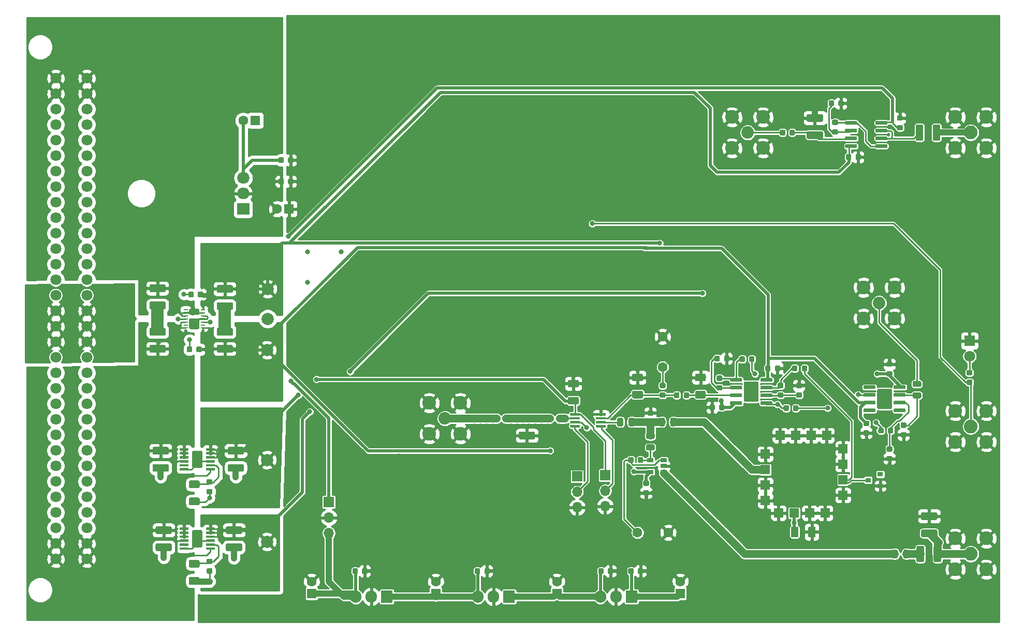
<source format=gbr>
G04 #@! TF.GenerationSoftware,KiCad,Pcbnew,(5.1.5)-3*
G04 #@! TF.CreationDate,2020-10-06T23:22:56+02:00*
G04 #@! TF.ProjectId,RF_frequency_modulator,52465f66-7265-4717-9565-6e63795f6d6f,1.2*
G04 #@! TF.SameCoordinates,Original*
G04 #@! TF.FileFunction,Copper,L1,Top*
G04 #@! TF.FilePolarity,Positive*
%FSLAX46Y46*%
G04 Gerber Fmt 4.6, Leading zero omitted, Abs format (unit mm)*
G04 Created by KiCad (PCBNEW (5.1.5)-3) date 2020-10-06 23:22:56*
%MOMM*%
%LPD*%
G04 APERTURE LIST*
%ADD10C,0.100000*%
%ADD11C,1.800000*%
%ADD12R,1.500000X1.500000*%
%ADD13C,1.600000*%
%ADD14R,1.600000X1.600000*%
%ADD15R,1.800000X1.800000*%
%ADD16R,0.900000X0.800000*%
%ADD17R,1.700000X1.700000*%
%ADD18O,1.700000X1.700000*%
%ADD19C,2.250000*%
%ADD20C,2.050000*%
%ADD21C,2.000000*%
%ADD22R,0.700000X0.250000*%
%ADD23R,1.060000X0.650000*%
%ADD24R,1.905000X2.000000*%
%ADD25O,1.905000X2.000000*%
%ADD26R,2.000000X1.905000*%
%ADD27O,2.000000X1.905000*%
%ADD28C,0.800000*%
%ADD29C,0.600000*%
%ADD30C,0.250000*%
%ADD31C,2.000000*%
%ADD32C,1.000000*%
%ADD33C,0.500000*%
%ADD34C,1.300000*%
%ADD35C,0.254000*%
G04 APERTURE END LIST*
G04 #@! TA.AperFunction,SMDPad,CuDef*
D10*
G36*
X216264703Y-62595722D02*
G01*
X216279264Y-62597882D01*
X216293543Y-62601459D01*
X216307403Y-62606418D01*
X216320710Y-62612712D01*
X216333336Y-62620280D01*
X216345159Y-62629048D01*
X216356066Y-62638934D01*
X216365952Y-62649841D01*
X216374720Y-62661664D01*
X216382288Y-62674290D01*
X216388582Y-62687597D01*
X216393541Y-62701457D01*
X216397118Y-62715736D01*
X216399278Y-62730297D01*
X216400000Y-62745000D01*
X216400000Y-63045000D01*
X216399278Y-63059703D01*
X216397118Y-63074264D01*
X216393541Y-63088543D01*
X216388582Y-63102403D01*
X216382288Y-63115710D01*
X216374720Y-63128336D01*
X216365952Y-63140159D01*
X216356066Y-63151066D01*
X216345159Y-63160952D01*
X216333336Y-63169720D01*
X216320710Y-63177288D01*
X216307403Y-63183582D01*
X216293543Y-63188541D01*
X216279264Y-63192118D01*
X216264703Y-63194278D01*
X216250000Y-63195000D01*
X214600000Y-63195000D01*
X214585297Y-63194278D01*
X214570736Y-63192118D01*
X214556457Y-63188541D01*
X214542597Y-63183582D01*
X214529290Y-63177288D01*
X214516664Y-63169720D01*
X214504841Y-63160952D01*
X214493934Y-63151066D01*
X214484048Y-63140159D01*
X214475280Y-63128336D01*
X214467712Y-63115710D01*
X214461418Y-63102403D01*
X214456459Y-63088543D01*
X214452882Y-63074264D01*
X214450722Y-63059703D01*
X214450000Y-63045000D01*
X214450000Y-62745000D01*
X214450722Y-62730297D01*
X214452882Y-62715736D01*
X214456459Y-62701457D01*
X214461418Y-62687597D01*
X214467712Y-62674290D01*
X214475280Y-62661664D01*
X214484048Y-62649841D01*
X214493934Y-62638934D01*
X214504841Y-62629048D01*
X214516664Y-62620280D01*
X214529290Y-62612712D01*
X214542597Y-62606418D01*
X214556457Y-62601459D01*
X214570736Y-62597882D01*
X214585297Y-62595722D01*
X214600000Y-62595000D01*
X216250000Y-62595000D01*
X216264703Y-62595722D01*
G37*
G04 #@! TD.AperFunction*
G04 #@! TA.AperFunction,SMDPad,CuDef*
G36*
X216264703Y-63865722D02*
G01*
X216279264Y-63867882D01*
X216293543Y-63871459D01*
X216307403Y-63876418D01*
X216320710Y-63882712D01*
X216333336Y-63890280D01*
X216345159Y-63899048D01*
X216356066Y-63908934D01*
X216365952Y-63919841D01*
X216374720Y-63931664D01*
X216382288Y-63944290D01*
X216388582Y-63957597D01*
X216393541Y-63971457D01*
X216397118Y-63985736D01*
X216399278Y-64000297D01*
X216400000Y-64015000D01*
X216400000Y-64315000D01*
X216399278Y-64329703D01*
X216397118Y-64344264D01*
X216393541Y-64358543D01*
X216388582Y-64372403D01*
X216382288Y-64385710D01*
X216374720Y-64398336D01*
X216365952Y-64410159D01*
X216356066Y-64421066D01*
X216345159Y-64430952D01*
X216333336Y-64439720D01*
X216320710Y-64447288D01*
X216307403Y-64453582D01*
X216293543Y-64458541D01*
X216279264Y-64462118D01*
X216264703Y-64464278D01*
X216250000Y-64465000D01*
X214600000Y-64465000D01*
X214585297Y-64464278D01*
X214570736Y-64462118D01*
X214556457Y-64458541D01*
X214542597Y-64453582D01*
X214529290Y-64447288D01*
X214516664Y-64439720D01*
X214504841Y-64430952D01*
X214493934Y-64421066D01*
X214484048Y-64410159D01*
X214475280Y-64398336D01*
X214467712Y-64385710D01*
X214461418Y-64372403D01*
X214456459Y-64358543D01*
X214452882Y-64344264D01*
X214450722Y-64329703D01*
X214450000Y-64315000D01*
X214450000Y-64015000D01*
X214450722Y-64000297D01*
X214452882Y-63985736D01*
X214456459Y-63971457D01*
X214461418Y-63957597D01*
X214467712Y-63944290D01*
X214475280Y-63931664D01*
X214484048Y-63919841D01*
X214493934Y-63908934D01*
X214504841Y-63899048D01*
X214516664Y-63890280D01*
X214529290Y-63882712D01*
X214542597Y-63876418D01*
X214556457Y-63871459D01*
X214570736Y-63867882D01*
X214585297Y-63865722D01*
X214600000Y-63865000D01*
X216250000Y-63865000D01*
X216264703Y-63865722D01*
G37*
G04 #@! TD.AperFunction*
G04 #@! TA.AperFunction,SMDPad,CuDef*
G36*
X216264703Y-65135722D02*
G01*
X216279264Y-65137882D01*
X216293543Y-65141459D01*
X216307403Y-65146418D01*
X216320710Y-65152712D01*
X216333336Y-65160280D01*
X216345159Y-65169048D01*
X216356066Y-65178934D01*
X216365952Y-65189841D01*
X216374720Y-65201664D01*
X216382288Y-65214290D01*
X216388582Y-65227597D01*
X216393541Y-65241457D01*
X216397118Y-65255736D01*
X216399278Y-65270297D01*
X216400000Y-65285000D01*
X216400000Y-65585000D01*
X216399278Y-65599703D01*
X216397118Y-65614264D01*
X216393541Y-65628543D01*
X216388582Y-65642403D01*
X216382288Y-65655710D01*
X216374720Y-65668336D01*
X216365952Y-65680159D01*
X216356066Y-65691066D01*
X216345159Y-65700952D01*
X216333336Y-65709720D01*
X216320710Y-65717288D01*
X216307403Y-65723582D01*
X216293543Y-65728541D01*
X216279264Y-65732118D01*
X216264703Y-65734278D01*
X216250000Y-65735000D01*
X214600000Y-65735000D01*
X214585297Y-65734278D01*
X214570736Y-65732118D01*
X214556457Y-65728541D01*
X214542597Y-65723582D01*
X214529290Y-65717288D01*
X214516664Y-65709720D01*
X214504841Y-65700952D01*
X214493934Y-65691066D01*
X214484048Y-65680159D01*
X214475280Y-65668336D01*
X214467712Y-65655710D01*
X214461418Y-65642403D01*
X214456459Y-65628543D01*
X214452882Y-65614264D01*
X214450722Y-65599703D01*
X214450000Y-65585000D01*
X214450000Y-65285000D01*
X214450722Y-65270297D01*
X214452882Y-65255736D01*
X214456459Y-65241457D01*
X214461418Y-65227597D01*
X214467712Y-65214290D01*
X214475280Y-65201664D01*
X214484048Y-65189841D01*
X214493934Y-65178934D01*
X214504841Y-65169048D01*
X214516664Y-65160280D01*
X214529290Y-65152712D01*
X214542597Y-65146418D01*
X214556457Y-65141459D01*
X214570736Y-65137882D01*
X214585297Y-65135722D01*
X214600000Y-65135000D01*
X216250000Y-65135000D01*
X216264703Y-65135722D01*
G37*
G04 #@! TD.AperFunction*
G04 #@! TA.AperFunction,SMDPad,CuDef*
G36*
X216264703Y-66405722D02*
G01*
X216279264Y-66407882D01*
X216293543Y-66411459D01*
X216307403Y-66416418D01*
X216320710Y-66422712D01*
X216333336Y-66430280D01*
X216345159Y-66439048D01*
X216356066Y-66448934D01*
X216365952Y-66459841D01*
X216374720Y-66471664D01*
X216382288Y-66484290D01*
X216388582Y-66497597D01*
X216393541Y-66511457D01*
X216397118Y-66525736D01*
X216399278Y-66540297D01*
X216400000Y-66555000D01*
X216400000Y-66855000D01*
X216399278Y-66869703D01*
X216397118Y-66884264D01*
X216393541Y-66898543D01*
X216388582Y-66912403D01*
X216382288Y-66925710D01*
X216374720Y-66938336D01*
X216365952Y-66950159D01*
X216356066Y-66961066D01*
X216345159Y-66970952D01*
X216333336Y-66979720D01*
X216320710Y-66987288D01*
X216307403Y-66993582D01*
X216293543Y-66998541D01*
X216279264Y-67002118D01*
X216264703Y-67004278D01*
X216250000Y-67005000D01*
X214600000Y-67005000D01*
X214585297Y-67004278D01*
X214570736Y-67002118D01*
X214556457Y-66998541D01*
X214542597Y-66993582D01*
X214529290Y-66987288D01*
X214516664Y-66979720D01*
X214504841Y-66970952D01*
X214493934Y-66961066D01*
X214484048Y-66950159D01*
X214475280Y-66938336D01*
X214467712Y-66925710D01*
X214461418Y-66912403D01*
X214456459Y-66898543D01*
X214452882Y-66884264D01*
X214450722Y-66869703D01*
X214450000Y-66855000D01*
X214450000Y-66555000D01*
X214450722Y-66540297D01*
X214452882Y-66525736D01*
X214456459Y-66511457D01*
X214461418Y-66497597D01*
X214467712Y-66484290D01*
X214475280Y-66471664D01*
X214484048Y-66459841D01*
X214493934Y-66448934D01*
X214504841Y-66439048D01*
X214516664Y-66430280D01*
X214529290Y-66422712D01*
X214542597Y-66416418D01*
X214556457Y-66411459D01*
X214570736Y-66407882D01*
X214585297Y-66405722D01*
X214600000Y-66405000D01*
X216250000Y-66405000D01*
X216264703Y-66405722D01*
G37*
G04 #@! TD.AperFunction*
G04 #@! TA.AperFunction,SMDPad,CuDef*
G36*
X221214703Y-66405722D02*
G01*
X221229264Y-66407882D01*
X221243543Y-66411459D01*
X221257403Y-66416418D01*
X221270710Y-66422712D01*
X221283336Y-66430280D01*
X221295159Y-66439048D01*
X221306066Y-66448934D01*
X221315952Y-66459841D01*
X221324720Y-66471664D01*
X221332288Y-66484290D01*
X221338582Y-66497597D01*
X221343541Y-66511457D01*
X221347118Y-66525736D01*
X221349278Y-66540297D01*
X221350000Y-66555000D01*
X221350000Y-66855000D01*
X221349278Y-66869703D01*
X221347118Y-66884264D01*
X221343541Y-66898543D01*
X221338582Y-66912403D01*
X221332288Y-66925710D01*
X221324720Y-66938336D01*
X221315952Y-66950159D01*
X221306066Y-66961066D01*
X221295159Y-66970952D01*
X221283336Y-66979720D01*
X221270710Y-66987288D01*
X221257403Y-66993582D01*
X221243543Y-66998541D01*
X221229264Y-67002118D01*
X221214703Y-67004278D01*
X221200000Y-67005000D01*
X219550000Y-67005000D01*
X219535297Y-67004278D01*
X219520736Y-67002118D01*
X219506457Y-66998541D01*
X219492597Y-66993582D01*
X219479290Y-66987288D01*
X219466664Y-66979720D01*
X219454841Y-66970952D01*
X219443934Y-66961066D01*
X219434048Y-66950159D01*
X219425280Y-66938336D01*
X219417712Y-66925710D01*
X219411418Y-66912403D01*
X219406459Y-66898543D01*
X219402882Y-66884264D01*
X219400722Y-66869703D01*
X219400000Y-66855000D01*
X219400000Y-66555000D01*
X219400722Y-66540297D01*
X219402882Y-66525736D01*
X219406459Y-66511457D01*
X219411418Y-66497597D01*
X219417712Y-66484290D01*
X219425280Y-66471664D01*
X219434048Y-66459841D01*
X219443934Y-66448934D01*
X219454841Y-66439048D01*
X219466664Y-66430280D01*
X219479290Y-66422712D01*
X219492597Y-66416418D01*
X219506457Y-66411459D01*
X219520736Y-66407882D01*
X219535297Y-66405722D01*
X219550000Y-66405000D01*
X221200000Y-66405000D01*
X221214703Y-66405722D01*
G37*
G04 #@! TD.AperFunction*
G04 #@! TA.AperFunction,SMDPad,CuDef*
G36*
X221214703Y-65135722D02*
G01*
X221229264Y-65137882D01*
X221243543Y-65141459D01*
X221257403Y-65146418D01*
X221270710Y-65152712D01*
X221283336Y-65160280D01*
X221295159Y-65169048D01*
X221306066Y-65178934D01*
X221315952Y-65189841D01*
X221324720Y-65201664D01*
X221332288Y-65214290D01*
X221338582Y-65227597D01*
X221343541Y-65241457D01*
X221347118Y-65255736D01*
X221349278Y-65270297D01*
X221350000Y-65285000D01*
X221350000Y-65585000D01*
X221349278Y-65599703D01*
X221347118Y-65614264D01*
X221343541Y-65628543D01*
X221338582Y-65642403D01*
X221332288Y-65655710D01*
X221324720Y-65668336D01*
X221315952Y-65680159D01*
X221306066Y-65691066D01*
X221295159Y-65700952D01*
X221283336Y-65709720D01*
X221270710Y-65717288D01*
X221257403Y-65723582D01*
X221243543Y-65728541D01*
X221229264Y-65732118D01*
X221214703Y-65734278D01*
X221200000Y-65735000D01*
X219550000Y-65735000D01*
X219535297Y-65734278D01*
X219520736Y-65732118D01*
X219506457Y-65728541D01*
X219492597Y-65723582D01*
X219479290Y-65717288D01*
X219466664Y-65709720D01*
X219454841Y-65700952D01*
X219443934Y-65691066D01*
X219434048Y-65680159D01*
X219425280Y-65668336D01*
X219417712Y-65655710D01*
X219411418Y-65642403D01*
X219406459Y-65628543D01*
X219402882Y-65614264D01*
X219400722Y-65599703D01*
X219400000Y-65585000D01*
X219400000Y-65285000D01*
X219400722Y-65270297D01*
X219402882Y-65255736D01*
X219406459Y-65241457D01*
X219411418Y-65227597D01*
X219417712Y-65214290D01*
X219425280Y-65201664D01*
X219434048Y-65189841D01*
X219443934Y-65178934D01*
X219454841Y-65169048D01*
X219466664Y-65160280D01*
X219479290Y-65152712D01*
X219492597Y-65146418D01*
X219506457Y-65141459D01*
X219520736Y-65137882D01*
X219535297Y-65135722D01*
X219550000Y-65135000D01*
X221200000Y-65135000D01*
X221214703Y-65135722D01*
G37*
G04 #@! TD.AperFunction*
G04 #@! TA.AperFunction,SMDPad,CuDef*
G36*
X221214703Y-63865722D02*
G01*
X221229264Y-63867882D01*
X221243543Y-63871459D01*
X221257403Y-63876418D01*
X221270710Y-63882712D01*
X221283336Y-63890280D01*
X221295159Y-63899048D01*
X221306066Y-63908934D01*
X221315952Y-63919841D01*
X221324720Y-63931664D01*
X221332288Y-63944290D01*
X221338582Y-63957597D01*
X221343541Y-63971457D01*
X221347118Y-63985736D01*
X221349278Y-64000297D01*
X221350000Y-64015000D01*
X221350000Y-64315000D01*
X221349278Y-64329703D01*
X221347118Y-64344264D01*
X221343541Y-64358543D01*
X221338582Y-64372403D01*
X221332288Y-64385710D01*
X221324720Y-64398336D01*
X221315952Y-64410159D01*
X221306066Y-64421066D01*
X221295159Y-64430952D01*
X221283336Y-64439720D01*
X221270710Y-64447288D01*
X221257403Y-64453582D01*
X221243543Y-64458541D01*
X221229264Y-64462118D01*
X221214703Y-64464278D01*
X221200000Y-64465000D01*
X219550000Y-64465000D01*
X219535297Y-64464278D01*
X219520736Y-64462118D01*
X219506457Y-64458541D01*
X219492597Y-64453582D01*
X219479290Y-64447288D01*
X219466664Y-64439720D01*
X219454841Y-64430952D01*
X219443934Y-64421066D01*
X219434048Y-64410159D01*
X219425280Y-64398336D01*
X219417712Y-64385710D01*
X219411418Y-64372403D01*
X219406459Y-64358543D01*
X219402882Y-64344264D01*
X219400722Y-64329703D01*
X219400000Y-64315000D01*
X219400000Y-64015000D01*
X219400722Y-64000297D01*
X219402882Y-63985736D01*
X219406459Y-63971457D01*
X219411418Y-63957597D01*
X219417712Y-63944290D01*
X219425280Y-63931664D01*
X219434048Y-63919841D01*
X219443934Y-63908934D01*
X219454841Y-63899048D01*
X219466664Y-63890280D01*
X219479290Y-63882712D01*
X219492597Y-63876418D01*
X219506457Y-63871459D01*
X219520736Y-63867882D01*
X219535297Y-63865722D01*
X219550000Y-63865000D01*
X221200000Y-63865000D01*
X221214703Y-63865722D01*
G37*
G04 #@! TD.AperFunction*
G04 #@! TA.AperFunction,SMDPad,CuDef*
G36*
X221214703Y-62595722D02*
G01*
X221229264Y-62597882D01*
X221243543Y-62601459D01*
X221257403Y-62606418D01*
X221270710Y-62612712D01*
X221283336Y-62620280D01*
X221295159Y-62629048D01*
X221306066Y-62638934D01*
X221315952Y-62649841D01*
X221324720Y-62661664D01*
X221332288Y-62674290D01*
X221338582Y-62687597D01*
X221343541Y-62701457D01*
X221347118Y-62715736D01*
X221349278Y-62730297D01*
X221350000Y-62745000D01*
X221350000Y-63045000D01*
X221349278Y-63059703D01*
X221347118Y-63074264D01*
X221343541Y-63088543D01*
X221338582Y-63102403D01*
X221332288Y-63115710D01*
X221324720Y-63128336D01*
X221315952Y-63140159D01*
X221306066Y-63151066D01*
X221295159Y-63160952D01*
X221283336Y-63169720D01*
X221270710Y-63177288D01*
X221257403Y-63183582D01*
X221243543Y-63188541D01*
X221229264Y-63192118D01*
X221214703Y-63194278D01*
X221200000Y-63195000D01*
X219550000Y-63195000D01*
X219535297Y-63194278D01*
X219520736Y-63192118D01*
X219506457Y-63188541D01*
X219492597Y-63183582D01*
X219479290Y-63177288D01*
X219466664Y-63169720D01*
X219454841Y-63160952D01*
X219443934Y-63151066D01*
X219434048Y-63140159D01*
X219425280Y-63128336D01*
X219417712Y-63115710D01*
X219411418Y-63102403D01*
X219406459Y-63088543D01*
X219402882Y-63074264D01*
X219400722Y-63059703D01*
X219400000Y-63045000D01*
X219400000Y-62745000D01*
X219400722Y-62730297D01*
X219402882Y-62715736D01*
X219406459Y-62701457D01*
X219411418Y-62687597D01*
X219417712Y-62674290D01*
X219425280Y-62661664D01*
X219434048Y-62649841D01*
X219443934Y-62638934D01*
X219454841Y-62629048D01*
X219466664Y-62620280D01*
X219479290Y-62612712D01*
X219492597Y-62606418D01*
X219506457Y-62601459D01*
X219520736Y-62597882D01*
X219535297Y-62595722D01*
X219550000Y-62595000D01*
X221200000Y-62595000D01*
X221214703Y-62595722D01*
G37*
G04 #@! TD.AperFunction*
D11*
X90420000Y-55580000D03*
X90420000Y-58120000D03*
X90420000Y-60660000D03*
X90420000Y-63200000D03*
X90420000Y-65740000D03*
X90420000Y-68280000D03*
X90420000Y-70820000D03*
X90420000Y-73360000D03*
X90420000Y-75900000D03*
X90420000Y-78440000D03*
X90420000Y-80980000D03*
X90420000Y-83520000D03*
X90420000Y-86060000D03*
X90420000Y-88600000D03*
X90420000Y-91140000D03*
X90420000Y-93680000D03*
X90420000Y-96220000D03*
X90420000Y-98760000D03*
X90420000Y-101300000D03*
X90420000Y-103840000D03*
X90420000Y-106380000D03*
X90420000Y-108920000D03*
X90420000Y-111460000D03*
X90420000Y-114000000D03*
X90420000Y-116540000D03*
X90420000Y-119080000D03*
X90420000Y-121620000D03*
X90420000Y-124160000D03*
X90420000Y-129240000D03*
X90420000Y-126700000D03*
X90420000Y-131780000D03*
X90420000Y-134320000D03*
X85340000Y-55580000D03*
X85340000Y-58120000D03*
X85340000Y-60660000D03*
X85340000Y-63200000D03*
X85340000Y-65740000D03*
X85340000Y-68280000D03*
X85340000Y-70820000D03*
X85340000Y-73360000D03*
X85340000Y-75900000D03*
X85340000Y-78440000D03*
X85340000Y-80980000D03*
X85340000Y-83520000D03*
X85340000Y-86060000D03*
X85340000Y-88600000D03*
X85340000Y-91140000D03*
X85340000Y-93680000D03*
X85340000Y-96220000D03*
X85340000Y-98760000D03*
X85340000Y-101300000D03*
X85340000Y-103840000D03*
X85340000Y-106380000D03*
X85340000Y-108920000D03*
X85340000Y-111460000D03*
X85340000Y-114000000D03*
X85340000Y-116540000D03*
X85340000Y-119080000D03*
X85340000Y-121620000D03*
X85340000Y-124160000D03*
X85340000Y-129240000D03*
X85340000Y-126700000D03*
X85340000Y-131780000D03*
X85340000Y-134320000D03*
D12*
X214100000Y-123879000D03*
X214100000Y-121339000D03*
X214100000Y-118799000D03*
X214100000Y-116259000D03*
X211433000Y-114100000D03*
X208893000Y-114100000D03*
X206353000Y-114100000D03*
X203813000Y-114100000D03*
X201400000Y-117148000D03*
X201400000Y-119688000D03*
X201400000Y-122228000D03*
X201400000Y-124768000D03*
X203559000Y-126800000D03*
X206099000Y-126800000D03*
X208639000Y-126800000D03*
X211179000Y-126800000D03*
G04 #@! TA.AperFunction,SMDPad,CuDef*
D10*
G36*
X103099504Y-99276204D02*
G01*
X103123773Y-99279804D01*
X103147571Y-99285765D01*
X103170671Y-99294030D01*
X103192849Y-99304520D01*
X103213893Y-99317133D01*
X103233598Y-99331747D01*
X103251777Y-99348223D01*
X103268253Y-99366402D01*
X103282867Y-99386107D01*
X103295480Y-99407151D01*
X103305970Y-99429329D01*
X103314235Y-99452429D01*
X103320196Y-99476227D01*
X103323796Y-99500496D01*
X103325000Y-99525000D01*
X103325000Y-100275000D01*
X103323796Y-100299504D01*
X103320196Y-100323773D01*
X103314235Y-100347571D01*
X103305970Y-100370671D01*
X103295480Y-100392849D01*
X103282867Y-100413893D01*
X103268253Y-100433598D01*
X103251777Y-100451777D01*
X103233598Y-100468253D01*
X103213893Y-100482867D01*
X103192849Y-100495480D01*
X103170671Y-100505970D01*
X103147571Y-100514235D01*
X103123773Y-100520196D01*
X103099504Y-100523796D01*
X103075000Y-100525000D01*
X100925000Y-100525000D01*
X100900496Y-100523796D01*
X100876227Y-100520196D01*
X100852429Y-100514235D01*
X100829329Y-100505970D01*
X100807151Y-100495480D01*
X100786107Y-100482867D01*
X100766402Y-100468253D01*
X100748223Y-100451777D01*
X100731747Y-100433598D01*
X100717133Y-100413893D01*
X100704520Y-100392849D01*
X100694030Y-100370671D01*
X100685765Y-100347571D01*
X100679804Y-100323773D01*
X100676204Y-100299504D01*
X100675000Y-100275000D01*
X100675000Y-99525000D01*
X100676204Y-99500496D01*
X100679804Y-99476227D01*
X100685765Y-99452429D01*
X100694030Y-99429329D01*
X100704520Y-99407151D01*
X100717133Y-99386107D01*
X100731747Y-99366402D01*
X100748223Y-99348223D01*
X100766402Y-99331747D01*
X100786107Y-99317133D01*
X100807151Y-99304520D01*
X100829329Y-99294030D01*
X100852429Y-99285765D01*
X100876227Y-99279804D01*
X100900496Y-99276204D01*
X100925000Y-99275000D01*
X103075000Y-99275000D01*
X103099504Y-99276204D01*
G37*
G04 #@! TD.AperFunction*
G04 #@! TA.AperFunction,SMDPad,CuDef*
G36*
X103099504Y-96476204D02*
G01*
X103123773Y-96479804D01*
X103147571Y-96485765D01*
X103170671Y-96494030D01*
X103192849Y-96504520D01*
X103213893Y-96517133D01*
X103233598Y-96531747D01*
X103251777Y-96548223D01*
X103268253Y-96566402D01*
X103282867Y-96586107D01*
X103295480Y-96607151D01*
X103305970Y-96629329D01*
X103314235Y-96652429D01*
X103320196Y-96676227D01*
X103323796Y-96700496D01*
X103325000Y-96725000D01*
X103325000Y-97475000D01*
X103323796Y-97499504D01*
X103320196Y-97523773D01*
X103314235Y-97547571D01*
X103305970Y-97570671D01*
X103295480Y-97592849D01*
X103282867Y-97613893D01*
X103268253Y-97633598D01*
X103251777Y-97651777D01*
X103233598Y-97668253D01*
X103213893Y-97682867D01*
X103192849Y-97695480D01*
X103170671Y-97705970D01*
X103147571Y-97714235D01*
X103123773Y-97720196D01*
X103099504Y-97723796D01*
X103075000Y-97725000D01*
X100925000Y-97725000D01*
X100900496Y-97723796D01*
X100876227Y-97720196D01*
X100852429Y-97714235D01*
X100829329Y-97705970D01*
X100807151Y-97695480D01*
X100786107Y-97682867D01*
X100766402Y-97668253D01*
X100748223Y-97651777D01*
X100731747Y-97633598D01*
X100717133Y-97613893D01*
X100704520Y-97592849D01*
X100694030Y-97570671D01*
X100685765Y-97547571D01*
X100679804Y-97523773D01*
X100676204Y-97499504D01*
X100675000Y-97475000D01*
X100675000Y-96725000D01*
X100676204Y-96700496D01*
X100679804Y-96676227D01*
X100685765Y-96652429D01*
X100694030Y-96629329D01*
X100704520Y-96607151D01*
X100717133Y-96586107D01*
X100731747Y-96566402D01*
X100748223Y-96548223D01*
X100766402Y-96531747D01*
X100786107Y-96517133D01*
X100807151Y-96504520D01*
X100829329Y-96494030D01*
X100852429Y-96485765D01*
X100876227Y-96479804D01*
X100900496Y-96476204D01*
X100925000Y-96475000D01*
X103075000Y-96475000D01*
X103099504Y-96476204D01*
G37*
G04 #@! TD.AperFunction*
G04 #@! TA.AperFunction,SMDPad,CuDef*
G36*
X103099504Y-89376204D02*
G01*
X103123773Y-89379804D01*
X103147571Y-89385765D01*
X103170671Y-89394030D01*
X103192849Y-89404520D01*
X103213893Y-89417133D01*
X103233598Y-89431747D01*
X103251777Y-89448223D01*
X103268253Y-89466402D01*
X103282867Y-89486107D01*
X103295480Y-89507151D01*
X103305970Y-89529329D01*
X103314235Y-89552429D01*
X103320196Y-89576227D01*
X103323796Y-89600496D01*
X103325000Y-89625000D01*
X103325000Y-90375000D01*
X103323796Y-90399504D01*
X103320196Y-90423773D01*
X103314235Y-90447571D01*
X103305970Y-90470671D01*
X103295480Y-90492849D01*
X103282867Y-90513893D01*
X103268253Y-90533598D01*
X103251777Y-90551777D01*
X103233598Y-90568253D01*
X103213893Y-90582867D01*
X103192849Y-90595480D01*
X103170671Y-90605970D01*
X103147571Y-90614235D01*
X103123773Y-90620196D01*
X103099504Y-90623796D01*
X103075000Y-90625000D01*
X100925000Y-90625000D01*
X100900496Y-90623796D01*
X100876227Y-90620196D01*
X100852429Y-90614235D01*
X100829329Y-90605970D01*
X100807151Y-90595480D01*
X100786107Y-90582867D01*
X100766402Y-90568253D01*
X100748223Y-90551777D01*
X100731747Y-90533598D01*
X100717133Y-90513893D01*
X100704520Y-90492849D01*
X100694030Y-90470671D01*
X100685765Y-90447571D01*
X100679804Y-90423773D01*
X100676204Y-90399504D01*
X100675000Y-90375000D01*
X100675000Y-89625000D01*
X100676204Y-89600496D01*
X100679804Y-89576227D01*
X100685765Y-89552429D01*
X100694030Y-89529329D01*
X100704520Y-89507151D01*
X100717133Y-89486107D01*
X100731747Y-89466402D01*
X100748223Y-89448223D01*
X100766402Y-89431747D01*
X100786107Y-89417133D01*
X100807151Y-89404520D01*
X100829329Y-89394030D01*
X100852429Y-89385765D01*
X100876227Y-89379804D01*
X100900496Y-89376204D01*
X100925000Y-89375000D01*
X103075000Y-89375000D01*
X103099504Y-89376204D01*
G37*
G04 #@! TD.AperFunction*
G04 #@! TA.AperFunction,SMDPad,CuDef*
G36*
X103099504Y-92176204D02*
G01*
X103123773Y-92179804D01*
X103147571Y-92185765D01*
X103170671Y-92194030D01*
X103192849Y-92204520D01*
X103213893Y-92217133D01*
X103233598Y-92231747D01*
X103251777Y-92248223D01*
X103268253Y-92266402D01*
X103282867Y-92286107D01*
X103295480Y-92307151D01*
X103305970Y-92329329D01*
X103314235Y-92352429D01*
X103320196Y-92376227D01*
X103323796Y-92400496D01*
X103325000Y-92425000D01*
X103325000Y-93175000D01*
X103323796Y-93199504D01*
X103320196Y-93223773D01*
X103314235Y-93247571D01*
X103305970Y-93270671D01*
X103295480Y-93292849D01*
X103282867Y-93313893D01*
X103268253Y-93333598D01*
X103251777Y-93351777D01*
X103233598Y-93368253D01*
X103213893Y-93382867D01*
X103192849Y-93395480D01*
X103170671Y-93405970D01*
X103147571Y-93414235D01*
X103123773Y-93420196D01*
X103099504Y-93423796D01*
X103075000Y-93425000D01*
X100925000Y-93425000D01*
X100900496Y-93423796D01*
X100876227Y-93420196D01*
X100852429Y-93414235D01*
X100829329Y-93405970D01*
X100807151Y-93395480D01*
X100786107Y-93382867D01*
X100766402Y-93368253D01*
X100748223Y-93351777D01*
X100731747Y-93333598D01*
X100717133Y-93313893D01*
X100704520Y-93292849D01*
X100694030Y-93270671D01*
X100685765Y-93247571D01*
X100679804Y-93223773D01*
X100676204Y-93199504D01*
X100675000Y-93175000D01*
X100675000Y-92425000D01*
X100676204Y-92400496D01*
X100679804Y-92376227D01*
X100685765Y-92352429D01*
X100694030Y-92329329D01*
X100704520Y-92307151D01*
X100717133Y-92286107D01*
X100731747Y-92266402D01*
X100748223Y-92248223D01*
X100766402Y-92231747D01*
X100786107Y-92217133D01*
X100807151Y-92204520D01*
X100829329Y-92194030D01*
X100852429Y-92185765D01*
X100876227Y-92179804D01*
X100900496Y-92176204D01*
X100925000Y-92175000D01*
X103075000Y-92175000D01*
X103099504Y-92176204D01*
G37*
G04 #@! TD.AperFunction*
G04 #@! TA.AperFunction,SMDPad,CuDef*
G36*
X103599504Y-118776204D02*
G01*
X103623773Y-118779804D01*
X103647571Y-118785765D01*
X103670671Y-118794030D01*
X103692849Y-118804520D01*
X103713893Y-118817133D01*
X103733598Y-118831747D01*
X103751777Y-118848223D01*
X103768253Y-118866402D01*
X103782867Y-118886107D01*
X103795480Y-118907151D01*
X103805970Y-118929329D01*
X103814235Y-118952429D01*
X103820196Y-118976227D01*
X103823796Y-119000496D01*
X103825000Y-119025000D01*
X103825000Y-119775000D01*
X103823796Y-119799504D01*
X103820196Y-119823773D01*
X103814235Y-119847571D01*
X103805970Y-119870671D01*
X103795480Y-119892849D01*
X103782867Y-119913893D01*
X103768253Y-119933598D01*
X103751777Y-119951777D01*
X103733598Y-119968253D01*
X103713893Y-119982867D01*
X103692849Y-119995480D01*
X103670671Y-120005970D01*
X103647571Y-120014235D01*
X103623773Y-120020196D01*
X103599504Y-120023796D01*
X103575000Y-120025000D01*
X101425000Y-120025000D01*
X101400496Y-120023796D01*
X101376227Y-120020196D01*
X101352429Y-120014235D01*
X101329329Y-120005970D01*
X101307151Y-119995480D01*
X101286107Y-119982867D01*
X101266402Y-119968253D01*
X101248223Y-119951777D01*
X101231747Y-119933598D01*
X101217133Y-119913893D01*
X101204520Y-119892849D01*
X101194030Y-119870671D01*
X101185765Y-119847571D01*
X101179804Y-119823773D01*
X101176204Y-119799504D01*
X101175000Y-119775000D01*
X101175000Y-119025000D01*
X101176204Y-119000496D01*
X101179804Y-118976227D01*
X101185765Y-118952429D01*
X101194030Y-118929329D01*
X101204520Y-118907151D01*
X101217133Y-118886107D01*
X101231747Y-118866402D01*
X101248223Y-118848223D01*
X101266402Y-118831747D01*
X101286107Y-118817133D01*
X101307151Y-118804520D01*
X101329329Y-118794030D01*
X101352429Y-118785765D01*
X101376227Y-118779804D01*
X101400496Y-118776204D01*
X101425000Y-118775000D01*
X103575000Y-118775000D01*
X103599504Y-118776204D01*
G37*
G04 #@! TD.AperFunction*
G04 #@! TA.AperFunction,SMDPad,CuDef*
G36*
X103599504Y-115976204D02*
G01*
X103623773Y-115979804D01*
X103647571Y-115985765D01*
X103670671Y-115994030D01*
X103692849Y-116004520D01*
X103713893Y-116017133D01*
X103733598Y-116031747D01*
X103751777Y-116048223D01*
X103768253Y-116066402D01*
X103782867Y-116086107D01*
X103795480Y-116107151D01*
X103805970Y-116129329D01*
X103814235Y-116152429D01*
X103820196Y-116176227D01*
X103823796Y-116200496D01*
X103825000Y-116225000D01*
X103825000Y-116975000D01*
X103823796Y-116999504D01*
X103820196Y-117023773D01*
X103814235Y-117047571D01*
X103805970Y-117070671D01*
X103795480Y-117092849D01*
X103782867Y-117113893D01*
X103768253Y-117133598D01*
X103751777Y-117151777D01*
X103733598Y-117168253D01*
X103713893Y-117182867D01*
X103692849Y-117195480D01*
X103670671Y-117205970D01*
X103647571Y-117214235D01*
X103623773Y-117220196D01*
X103599504Y-117223796D01*
X103575000Y-117225000D01*
X101425000Y-117225000D01*
X101400496Y-117223796D01*
X101376227Y-117220196D01*
X101352429Y-117214235D01*
X101329329Y-117205970D01*
X101307151Y-117195480D01*
X101286107Y-117182867D01*
X101266402Y-117168253D01*
X101248223Y-117151777D01*
X101231747Y-117133598D01*
X101217133Y-117113893D01*
X101204520Y-117092849D01*
X101194030Y-117070671D01*
X101185765Y-117047571D01*
X101179804Y-117023773D01*
X101176204Y-116999504D01*
X101175000Y-116975000D01*
X101175000Y-116225000D01*
X101176204Y-116200496D01*
X101179804Y-116176227D01*
X101185765Y-116152429D01*
X101194030Y-116129329D01*
X101204520Y-116107151D01*
X101217133Y-116086107D01*
X101231747Y-116066402D01*
X101248223Y-116048223D01*
X101266402Y-116031747D01*
X101286107Y-116017133D01*
X101307151Y-116004520D01*
X101329329Y-115994030D01*
X101352429Y-115985765D01*
X101376227Y-115979804D01*
X101400496Y-115976204D01*
X101425000Y-115975000D01*
X103575000Y-115975000D01*
X103599504Y-115976204D01*
G37*
G04 #@! TD.AperFunction*
G04 #@! TA.AperFunction,SMDPad,CuDef*
G36*
X104099504Y-128976204D02*
G01*
X104123773Y-128979804D01*
X104147571Y-128985765D01*
X104170671Y-128994030D01*
X104192849Y-129004520D01*
X104213893Y-129017133D01*
X104233598Y-129031747D01*
X104251777Y-129048223D01*
X104268253Y-129066402D01*
X104282867Y-129086107D01*
X104295480Y-129107151D01*
X104305970Y-129129329D01*
X104314235Y-129152429D01*
X104320196Y-129176227D01*
X104323796Y-129200496D01*
X104325000Y-129225000D01*
X104325000Y-129975000D01*
X104323796Y-129999504D01*
X104320196Y-130023773D01*
X104314235Y-130047571D01*
X104305970Y-130070671D01*
X104295480Y-130092849D01*
X104282867Y-130113893D01*
X104268253Y-130133598D01*
X104251777Y-130151777D01*
X104233598Y-130168253D01*
X104213893Y-130182867D01*
X104192849Y-130195480D01*
X104170671Y-130205970D01*
X104147571Y-130214235D01*
X104123773Y-130220196D01*
X104099504Y-130223796D01*
X104075000Y-130225000D01*
X101925000Y-130225000D01*
X101900496Y-130223796D01*
X101876227Y-130220196D01*
X101852429Y-130214235D01*
X101829329Y-130205970D01*
X101807151Y-130195480D01*
X101786107Y-130182867D01*
X101766402Y-130168253D01*
X101748223Y-130151777D01*
X101731747Y-130133598D01*
X101717133Y-130113893D01*
X101704520Y-130092849D01*
X101694030Y-130070671D01*
X101685765Y-130047571D01*
X101679804Y-130023773D01*
X101676204Y-129999504D01*
X101675000Y-129975000D01*
X101675000Y-129225000D01*
X101676204Y-129200496D01*
X101679804Y-129176227D01*
X101685765Y-129152429D01*
X101694030Y-129129329D01*
X101704520Y-129107151D01*
X101717133Y-129086107D01*
X101731747Y-129066402D01*
X101748223Y-129048223D01*
X101766402Y-129031747D01*
X101786107Y-129017133D01*
X101807151Y-129004520D01*
X101829329Y-128994030D01*
X101852429Y-128985765D01*
X101876227Y-128979804D01*
X101900496Y-128976204D01*
X101925000Y-128975000D01*
X104075000Y-128975000D01*
X104099504Y-128976204D01*
G37*
G04 #@! TD.AperFunction*
G04 #@! TA.AperFunction,SMDPad,CuDef*
G36*
X104099504Y-131776204D02*
G01*
X104123773Y-131779804D01*
X104147571Y-131785765D01*
X104170671Y-131794030D01*
X104192849Y-131804520D01*
X104213893Y-131817133D01*
X104233598Y-131831747D01*
X104251777Y-131848223D01*
X104268253Y-131866402D01*
X104282867Y-131886107D01*
X104295480Y-131907151D01*
X104305970Y-131929329D01*
X104314235Y-131952429D01*
X104320196Y-131976227D01*
X104323796Y-132000496D01*
X104325000Y-132025000D01*
X104325000Y-132775000D01*
X104323796Y-132799504D01*
X104320196Y-132823773D01*
X104314235Y-132847571D01*
X104305970Y-132870671D01*
X104295480Y-132892849D01*
X104282867Y-132913893D01*
X104268253Y-132933598D01*
X104251777Y-132951777D01*
X104233598Y-132968253D01*
X104213893Y-132982867D01*
X104192849Y-132995480D01*
X104170671Y-133005970D01*
X104147571Y-133014235D01*
X104123773Y-133020196D01*
X104099504Y-133023796D01*
X104075000Y-133025000D01*
X101925000Y-133025000D01*
X101900496Y-133023796D01*
X101876227Y-133020196D01*
X101852429Y-133014235D01*
X101829329Y-133005970D01*
X101807151Y-132995480D01*
X101786107Y-132982867D01*
X101766402Y-132968253D01*
X101748223Y-132951777D01*
X101731747Y-132933598D01*
X101717133Y-132913893D01*
X101704520Y-132892849D01*
X101694030Y-132870671D01*
X101685765Y-132847571D01*
X101679804Y-132823773D01*
X101676204Y-132799504D01*
X101675000Y-132775000D01*
X101675000Y-132025000D01*
X101676204Y-132000496D01*
X101679804Y-131976227D01*
X101685765Y-131952429D01*
X101694030Y-131929329D01*
X101704520Y-131907151D01*
X101717133Y-131886107D01*
X101731747Y-131866402D01*
X101748223Y-131848223D01*
X101766402Y-131831747D01*
X101786107Y-131817133D01*
X101807151Y-131804520D01*
X101829329Y-131794030D01*
X101852429Y-131785765D01*
X101876227Y-131779804D01*
X101900496Y-131776204D01*
X101925000Y-131775000D01*
X104075000Y-131775000D01*
X104099504Y-131776204D01*
G37*
G04 #@! TD.AperFunction*
G04 #@! TA.AperFunction,SMDPad,CuDef*
G36*
X108649504Y-124276204D02*
G01*
X108673773Y-124279804D01*
X108697571Y-124285765D01*
X108720671Y-124294030D01*
X108742849Y-124304520D01*
X108763893Y-124317133D01*
X108783598Y-124331747D01*
X108801777Y-124348223D01*
X108818253Y-124366402D01*
X108832867Y-124386107D01*
X108845480Y-124407151D01*
X108855970Y-124429329D01*
X108864235Y-124452429D01*
X108870196Y-124476227D01*
X108873796Y-124500496D01*
X108875000Y-124525000D01*
X108875000Y-125275000D01*
X108873796Y-125299504D01*
X108870196Y-125323773D01*
X108864235Y-125347571D01*
X108855970Y-125370671D01*
X108845480Y-125392849D01*
X108832867Y-125413893D01*
X108818253Y-125433598D01*
X108801777Y-125451777D01*
X108783598Y-125468253D01*
X108763893Y-125482867D01*
X108742849Y-125495480D01*
X108720671Y-125505970D01*
X108697571Y-125514235D01*
X108673773Y-125520196D01*
X108649504Y-125523796D01*
X108625000Y-125525000D01*
X107375000Y-125525000D01*
X107350496Y-125523796D01*
X107326227Y-125520196D01*
X107302429Y-125514235D01*
X107279329Y-125505970D01*
X107257151Y-125495480D01*
X107236107Y-125482867D01*
X107216402Y-125468253D01*
X107198223Y-125451777D01*
X107181747Y-125433598D01*
X107167133Y-125413893D01*
X107154520Y-125392849D01*
X107144030Y-125370671D01*
X107135765Y-125347571D01*
X107129804Y-125323773D01*
X107126204Y-125299504D01*
X107125000Y-125275000D01*
X107125000Y-124525000D01*
X107126204Y-124500496D01*
X107129804Y-124476227D01*
X107135765Y-124452429D01*
X107144030Y-124429329D01*
X107154520Y-124407151D01*
X107167133Y-124386107D01*
X107181747Y-124366402D01*
X107198223Y-124348223D01*
X107216402Y-124331747D01*
X107236107Y-124317133D01*
X107257151Y-124304520D01*
X107279329Y-124294030D01*
X107302429Y-124285765D01*
X107326227Y-124279804D01*
X107350496Y-124276204D01*
X107375000Y-124275000D01*
X108625000Y-124275000D01*
X108649504Y-124276204D01*
G37*
G04 #@! TD.AperFunction*
G04 #@! TA.AperFunction,SMDPad,CuDef*
G36*
X108649504Y-121476204D02*
G01*
X108673773Y-121479804D01*
X108697571Y-121485765D01*
X108720671Y-121494030D01*
X108742849Y-121504520D01*
X108763893Y-121517133D01*
X108783598Y-121531747D01*
X108801777Y-121548223D01*
X108818253Y-121566402D01*
X108832867Y-121586107D01*
X108845480Y-121607151D01*
X108855970Y-121629329D01*
X108864235Y-121652429D01*
X108870196Y-121676227D01*
X108873796Y-121700496D01*
X108875000Y-121725000D01*
X108875000Y-122475000D01*
X108873796Y-122499504D01*
X108870196Y-122523773D01*
X108864235Y-122547571D01*
X108855970Y-122570671D01*
X108845480Y-122592849D01*
X108832867Y-122613893D01*
X108818253Y-122633598D01*
X108801777Y-122651777D01*
X108783598Y-122668253D01*
X108763893Y-122682867D01*
X108742849Y-122695480D01*
X108720671Y-122705970D01*
X108697571Y-122714235D01*
X108673773Y-122720196D01*
X108649504Y-122723796D01*
X108625000Y-122725000D01*
X107375000Y-122725000D01*
X107350496Y-122723796D01*
X107326227Y-122720196D01*
X107302429Y-122714235D01*
X107279329Y-122705970D01*
X107257151Y-122695480D01*
X107236107Y-122682867D01*
X107216402Y-122668253D01*
X107198223Y-122651777D01*
X107181747Y-122633598D01*
X107167133Y-122613893D01*
X107154520Y-122592849D01*
X107144030Y-122570671D01*
X107135765Y-122547571D01*
X107129804Y-122523773D01*
X107126204Y-122499504D01*
X107125000Y-122475000D01*
X107125000Y-121725000D01*
X107126204Y-121700496D01*
X107129804Y-121676227D01*
X107135765Y-121652429D01*
X107144030Y-121629329D01*
X107154520Y-121607151D01*
X107167133Y-121586107D01*
X107181747Y-121566402D01*
X107198223Y-121548223D01*
X107216402Y-121531747D01*
X107236107Y-121517133D01*
X107257151Y-121504520D01*
X107279329Y-121494030D01*
X107302429Y-121485765D01*
X107326227Y-121479804D01*
X107350496Y-121476204D01*
X107375000Y-121475000D01*
X108625000Y-121475000D01*
X108649504Y-121476204D01*
G37*
G04 #@! TD.AperFunction*
G04 #@! TA.AperFunction,SMDPad,CuDef*
G36*
X108649504Y-134476204D02*
G01*
X108673773Y-134479804D01*
X108697571Y-134485765D01*
X108720671Y-134494030D01*
X108742849Y-134504520D01*
X108763893Y-134517133D01*
X108783598Y-134531747D01*
X108801777Y-134548223D01*
X108818253Y-134566402D01*
X108832867Y-134586107D01*
X108845480Y-134607151D01*
X108855970Y-134629329D01*
X108864235Y-134652429D01*
X108870196Y-134676227D01*
X108873796Y-134700496D01*
X108875000Y-134725000D01*
X108875000Y-135475000D01*
X108873796Y-135499504D01*
X108870196Y-135523773D01*
X108864235Y-135547571D01*
X108855970Y-135570671D01*
X108845480Y-135592849D01*
X108832867Y-135613893D01*
X108818253Y-135633598D01*
X108801777Y-135651777D01*
X108783598Y-135668253D01*
X108763893Y-135682867D01*
X108742849Y-135695480D01*
X108720671Y-135705970D01*
X108697571Y-135714235D01*
X108673773Y-135720196D01*
X108649504Y-135723796D01*
X108625000Y-135725000D01*
X107375000Y-135725000D01*
X107350496Y-135723796D01*
X107326227Y-135720196D01*
X107302429Y-135714235D01*
X107279329Y-135705970D01*
X107257151Y-135695480D01*
X107236107Y-135682867D01*
X107216402Y-135668253D01*
X107198223Y-135651777D01*
X107181747Y-135633598D01*
X107167133Y-135613893D01*
X107154520Y-135592849D01*
X107144030Y-135570671D01*
X107135765Y-135547571D01*
X107129804Y-135523773D01*
X107126204Y-135499504D01*
X107125000Y-135475000D01*
X107125000Y-134725000D01*
X107126204Y-134700496D01*
X107129804Y-134676227D01*
X107135765Y-134652429D01*
X107144030Y-134629329D01*
X107154520Y-134607151D01*
X107167133Y-134586107D01*
X107181747Y-134566402D01*
X107198223Y-134548223D01*
X107216402Y-134531747D01*
X107236107Y-134517133D01*
X107257151Y-134504520D01*
X107279329Y-134494030D01*
X107302429Y-134485765D01*
X107326227Y-134479804D01*
X107350496Y-134476204D01*
X107375000Y-134475000D01*
X108625000Y-134475000D01*
X108649504Y-134476204D01*
G37*
G04 #@! TD.AperFunction*
G04 #@! TA.AperFunction,SMDPad,CuDef*
G36*
X108649504Y-137276204D02*
G01*
X108673773Y-137279804D01*
X108697571Y-137285765D01*
X108720671Y-137294030D01*
X108742849Y-137304520D01*
X108763893Y-137317133D01*
X108783598Y-137331747D01*
X108801777Y-137348223D01*
X108818253Y-137366402D01*
X108832867Y-137386107D01*
X108845480Y-137407151D01*
X108855970Y-137429329D01*
X108864235Y-137452429D01*
X108870196Y-137476227D01*
X108873796Y-137500496D01*
X108875000Y-137525000D01*
X108875000Y-138275000D01*
X108873796Y-138299504D01*
X108870196Y-138323773D01*
X108864235Y-138347571D01*
X108855970Y-138370671D01*
X108845480Y-138392849D01*
X108832867Y-138413893D01*
X108818253Y-138433598D01*
X108801777Y-138451777D01*
X108783598Y-138468253D01*
X108763893Y-138482867D01*
X108742849Y-138495480D01*
X108720671Y-138505970D01*
X108697571Y-138514235D01*
X108673773Y-138520196D01*
X108649504Y-138523796D01*
X108625000Y-138525000D01*
X107375000Y-138525000D01*
X107350496Y-138523796D01*
X107326227Y-138520196D01*
X107302429Y-138514235D01*
X107279329Y-138505970D01*
X107257151Y-138495480D01*
X107236107Y-138482867D01*
X107216402Y-138468253D01*
X107198223Y-138451777D01*
X107181747Y-138433598D01*
X107167133Y-138413893D01*
X107154520Y-138392849D01*
X107144030Y-138370671D01*
X107135765Y-138347571D01*
X107129804Y-138323773D01*
X107126204Y-138299504D01*
X107125000Y-138275000D01*
X107125000Y-137525000D01*
X107126204Y-137500496D01*
X107129804Y-137476227D01*
X107135765Y-137452429D01*
X107144030Y-137429329D01*
X107154520Y-137407151D01*
X107167133Y-137386107D01*
X107181747Y-137366402D01*
X107198223Y-137348223D01*
X107216402Y-137331747D01*
X107236107Y-137317133D01*
X107257151Y-137304520D01*
X107279329Y-137294030D01*
X107302429Y-137285765D01*
X107326227Y-137279804D01*
X107350496Y-137276204D01*
X107375000Y-137275000D01*
X108625000Y-137275000D01*
X108649504Y-137276204D01*
G37*
G04 #@! TD.AperFunction*
G04 #@! TA.AperFunction,SMDPad,CuDef*
G36*
X109027691Y-99526053D02*
G01*
X109048926Y-99529203D01*
X109069750Y-99534419D01*
X109089962Y-99541651D01*
X109109368Y-99550830D01*
X109127781Y-99561866D01*
X109145024Y-99574654D01*
X109160930Y-99589070D01*
X109175346Y-99604976D01*
X109188134Y-99622219D01*
X109199170Y-99640632D01*
X109208349Y-99660038D01*
X109215581Y-99680250D01*
X109220797Y-99701074D01*
X109223947Y-99722309D01*
X109225000Y-99743750D01*
X109225000Y-100256250D01*
X109223947Y-100277691D01*
X109220797Y-100298926D01*
X109215581Y-100319750D01*
X109208349Y-100339962D01*
X109199170Y-100359368D01*
X109188134Y-100377781D01*
X109175346Y-100395024D01*
X109160930Y-100410930D01*
X109145024Y-100425346D01*
X109127781Y-100438134D01*
X109109368Y-100449170D01*
X109089962Y-100458349D01*
X109069750Y-100465581D01*
X109048926Y-100470797D01*
X109027691Y-100473947D01*
X109006250Y-100475000D01*
X108568750Y-100475000D01*
X108547309Y-100473947D01*
X108526074Y-100470797D01*
X108505250Y-100465581D01*
X108485038Y-100458349D01*
X108465632Y-100449170D01*
X108447219Y-100438134D01*
X108429976Y-100425346D01*
X108414070Y-100410930D01*
X108399654Y-100395024D01*
X108386866Y-100377781D01*
X108375830Y-100359368D01*
X108366651Y-100339962D01*
X108359419Y-100319750D01*
X108354203Y-100298926D01*
X108351053Y-100277691D01*
X108350000Y-100256250D01*
X108350000Y-99743750D01*
X108351053Y-99722309D01*
X108354203Y-99701074D01*
X108359419Y-99680250D01*
X108366651Y-99660038D01*
X108375830Y-99640632D01*
X108386866Y-99622219D01*
X108399654Y-99604976D01*
X108414070Y-99589070D01*
X108429976Y-99574654D01*
X108447219Y-99561866D01*
X108465632Y-99550830D01*
X108485038Y-99541651D01*
X108505250Y-99534419D01*
X108526074Y-99529203D01*
X108547309Y-99526053D01*
X108568750Y-99525000D01*
X109006250Y-99525000D01*
X109027691Y-99526053D01*
G37*
G04 #@! TD.AperFunction*
G04 #@! TA.AperFunction,SMDPad,CuDef*
G36*
X107452691Y-99526053D02*
G01*
X107473926Y-99529203D01*
X107494750Y-99534419D01*
X107514962Y-99541651D01*
X107534368Y-99550830D01*
X107552781Y-99561866D01*
X107570024Y-99574654D01*
X107585930Y-99589070D01*
X107600346Y-99604976D01*
X107613134Y-99622219D01*
X107624170Y-99640632D01*
X107633349Y-99660038D01*
X107640581Y-99680250D01*
X107645797Y-99701074D01*
X107648947Y-99722309D01*
X107650000Y-99743750D01*
X107650000Y-100256250D01*
X107648947Y-100277691D01*
X107645797Y-100298926D01*
X107640581Y-100319750D01*
X107633349Y-100339962D01*
X107624170Y-100359368D01*
X107613134Y-100377781D01*
X107600346Y-100395024D01*
X107585930Y-100410930D01*
X107570024Y-100425346D01*
X107552781Y-100438134D01*
X107534368Y-100449170D01*
X107514962Y-100458349D01*
X107494750Y-100465581D01*
X107473926Y-100470797D01*
X107452691Y-100473947D01*
X107431250Y-100475000D01*
X106993750Y-100475000D01*
X106972309Y-100473947D01*
X106951074Y-100470797D01*
X106930250Y-100465581D01*
X106910038Y-100458349D01*
X106890632Y-100449170D01*
X106872219Y-100438134D01*
X106854976Y-100425346D01*
X106839070Y-100410930D01*
X106824654Y-100395024D01*
X106811866Y-100377781D01*
X106800830Y-100359368D01*
X106791651Y-100339962D01*
X106784419Y-100319750D01*
X106779203Y-100298926D01*
X106776053Y-100277691D01*
X106775000Y-100256250D01*
X106775000Y-99743750D01*
X106776053Y-99722309D01*
X106779203Y-99701074D01*
X106784419Y-99680250D01*
X106791651Y-99660038D01*
X106800830Y-99640632D01*
X106811866Y-99622219D01*
X106824654Y-99604976D01*
X106839070Y-99589070D01*
X106854976Y-99574654D01*
X106872219Y-99561866D01*
X106890632Y-99550830D01*
X106910038Y-99541651D01*
X106930250Y-99534419D01*
X106951074Y-99529203D01*
X106972309Y-99526053D01*
X106993750Y-99525000D01*
X107431250Y-99525000D01*
X107452691Y-99526053D01*
G37*
G04 #@! TD.AperFunction*
G04 #@! TA.AperFunction,SMDPad,CuDef*
G36*
X109277691Y-90526053D02*
G01*
X109298926Y-90529203D01*
X109319750Y-90534419D01*
X109339962Y-90541651D01*
X109359368Y-90550830D01*
X109377781Y-90561866D01*
X109395024Y-90574654D01*
X109410930Y-90589070D01*
X109425346Y-90604976D01*
X109438134Y-90622219D01*
X109449170Y-90640632D01*
X109458349Y-90660038D01*
X109465581Y-90680250D01*
X109470797Y-90701074D01*
X109473947Y-90722309D01*
X109475000Y-90743750D01*
X109475000Y-91256250D01*
X109473947Y-91277691D01*
X109470797Y-91298926D01*
X109465581Y-91319750D01*
X109458349Y-91339962D01*
X109449170Y-91359368D01*
X109438134Y-91377781D01*
X109425346Y-91395024D01*
X109410930Y-91410930D01*
X109395024Y-91425346D01*
X109377781Y-91438134D01*
X109359368Y-91449170D01*
X109339962Y-91458349D01*
X109319750Y-91465581D01*
X109298926Y-91470797D01*
X109277691Y-91473947D01*
X109256250Y-91475000D01*
X108818750Y-91475000D01*
X108797309Y-91473947D01*
X108776074Y-91470797D01*
X108755250Y-91465581D01*
X108735038Y-91458349D01*
X108715632Y-91449170D01*
X108697219Y-91438134D01*
X108679976Y-91425346D01*
X108664070Y-91410930D01*
X108649654Y-91395024D01*
X108636866Y-91377781D01*
X108625830Y-91359368D01*
X108616651Y-91339962D01*
X108609419Y-91319750D01*
X108604203Y-91298926D01*
X108601053Y-91277691D01*
X108600000Y-91256250D01*
X108600000Y-90743750D01*
X108601053Y-90722309D01*
X108604203Y-90701074D01*
X108609419Y-90680250D01*
X108616651Y-90660038D01*
X108625830Y-90640632D01*
X108636866Y-90622219D01*
X108649654Y-90604976D01*
X108664070Y-90589070D01*
X108679976Y-90574654D01*
X108697219Y-90561866D01*
X108715632Y-90550830D01*
X108735038Y-90541651D01*
X108755250Y-90534419D01*
X108776074Y-90529203D01*
X108797309Y-90526053D01*
X108818750Y-90525000D01*
X109256250Y-90525000D01*
X109277691Y-90526053D01*
G37*
G04 #@! TD.AperFunction*
G04 #@! TA.AperFunction,SMDPad,CuDef*
G36*
X107702691Y-90526053D02*
G01*
X107723926Y-90529203D01*
X107744750Y-90534419D01*
X107764962Y-90541651D01*
X107784368Y-90550830D01*
X107802781Y-90561866D01*
X107820024Y-90574654D01*
X107835930Y-90589070D01*
X107850346Y-90604976D01*
X107863134Y-90622219D01*
X107874170Y-90640632D01*
X107883349Y-90660038D01*
X107890581Y-90680250D01*
X107895797Y-90701074D01*
X107898947Y-90722309D01*
X107900000Y-90743750D01*
X107900000Y-91256250D01*
X107898947Y-91277691D01*
X107895797Y-91298926D01*
X107890581Y-91319750D01*
X107883349Y-91339962D01*
X107874170Y-91359368D01*
X107863134Y-91377781D01*
X107850346Y-91395024D01*
X107835930Y-91410930D01*
X107820024Y-91425346D01*
X107802781Y-91438134D01*
X107784368Y-91449170D01*
X107764962Y-91458349D01*
X107744750Y-91465581D01*
X107723926Y-91470797D01*
X107702691Y-91473947D01*
X107681250Y-91475000D01*
X107243750Y-91475000D01*
X107222309Y-91473947D01*
X107201074Y-91470797D01*
X107180250Y-91465581D01*
X107160038Y-91458349D01*
X107140632Y-91449170D01*
X107122219Y-91438134D01*
X107104976Y-91425346D01*
X107089070Y-91410930D01*
X107074654Y-91395024D01*
X107061866Y-91377781D01*
X107050830Y-91359368D01*
X107041651Y-91339962D01*
X107034419Y-91319750D01*
X107029203Y-91298926D01*
X107026053Y-91277691D01*
X107025000Y-91256250D01*
X107025000Y-90743750D01*
X107026053Y-90722309D01*
X107029203Y-90701074D01*
X107034419Y-90680250D01*
X107041651Y-90660038D01*
X107050830Y-90640632D01*
X107061866Y-90622219D01*
X107074654Y-90604976D01*
X107089070Y-90589070D01*
X107104976Y-90574654D01*
X107122219Y-90561866D01*
X107140632Y-90550830D01*
X107160038Y-90541651D01*
X107180250Y-90534419D01*
X107201074Y-90529203D01*
X107222309Y-90526053D01*
X107243750Y-90525000D01*
X107681250Y-90525000D01*
X107702691Y-90526053D01*
G37*
G04 #@! TD.AperFunction*
G04 #@! TA.AperFunction,SMDPad,CuDef*
G36*
X114099504Y-96476204D02*
G01*
X114123773Y-96479804D01*
X114147571Y-96485765D01*
X114170671Y-96494030D01*
X114192849Y-96504520D01*
X114213893Y-96517133D01*
X114233598Y-96531747D01*
X114251777Y-96548223D01*
X114268253Y-96566402D01*
X114282867Y-96586107D01*
X114295480Y-96607151D01*
X114305970Y-96629329D01*
X114314235Y-96652429D01*
X114320196Y-96676227D01*
X114323796Y-96700496D01*
X114325000Y-96725000D01*
X114325000Y-97475000D01*
X114323796Y-97499504D01*
X114320196Y-97523773D01*
X114314235Y-97547571D01*
X114305970Y-97570671D01*
X114295480Y-97592849D01*
X114282867Y-97613893D01*
X114268253Y-97633598D01*
X114251777Y-97651777D01*
X114233598Y-97668253D01*
X114213893Y-97682867D01*
X114192849Y-97695480D01*
X114170671Y-97705970D01*
X114147571Y-97714235D01*
X114123773Y-97720196D01*
X114099504Y-97723796D01*
X114075000Y-97725000D01*
X111925000Y-97725000D01*
X111900496Y-97723796D01*
X111876227Y-97720196D01*
X111852429Y-97714235D01*
X111829329Y-97705970D01*
X111807151Y-97695480D01*
X111786107Y-97682867D01*
X111766402Y-97668253D01*
X111748223Y-97651777D01*
X111731747Y-97633598D01*
X111717133Y-97613893D01*
X111704520Y-97592849D01*
X111694030Y-97570671D01*
X111685765Y-97547571D01*
X111679804Y-97523773D01*
X111676204Y-97499504D01*
X111675000Y-97475000D01*
X111675000Y-96725000D01*
X111676204Y-96700496D01*
X111679804Y-96676227D01*
X111685765Y-96652429D01*
X111694030Y-96629329D01*
X111704520Y-96607151D01*
X111717133Y-96586107D01*
X111731747Y-96566402D01*
X111748223Y-96548223D01*
X111766402Y-96531747D01*
X111786107Y-96517133D01*
X111807151Y-96504520D01*
X111829329Y-96494030D01*
X111852429Y-96485765D01*
X111876227Y-96479804D01*
X111900496Y-96476204D01*
X111925000Y-96475000D01*
X114075000Y-96475000D01*
X114099504Y-96476204D01*
G37*
G04 #@! TD.AperFunction*
G04 #@! TA.AperFunction,SMDPad,CuDef*
G36*
X114099504Y-99276204D02*
G01*
X114123773Y-99279804D01*
X114147571Y-99285765D01*
X114170671Y-99294030D01*
X114192849Y-99304520D01*
X114213893Y-99317133D01*
X114233598Y-99331747D01*
X114251777Y-99348223D01*
X114268253Y-99366402D01*
X114282867Y-99386107D01*
X114295480Y-99407151D01*
X114305970Y-99429329D01*
X114314235Y-99452429D01*
X114320196Y-99476227D01*
X114323796Y-99500496D01*
X114325000Y-99525000D01*
X114325000Y-100275000D01*
X114323796Y-100299504D01*
X114320196Y-100323773D01*
X114314235Y-100347571D01*
X114305970Y-100370671D01*
X114295480Y-100392849D01*
X114282867Y-100413893D01*
X114268253Y-100433598D01*
X114251777Y-100451777D01*
X114233598Y-100468253D01*
X114213893Y-100482867D01*
X114192849Y-100495480D01*
X114170671Y-100505970D01*
X114147571Y-100514235D01*
X114123773Y-100520196D01*
X114099504Y-100523796D01*
X114075000Y-100525000D01*
X111925000Y-100525000D01*
X111900496Y-100523796D01*
X111876227Y-100520196D01*
X111852429Y-100514235D01*
X111829329Y-100505970D01*
X111807151Y-100495480D01*
X111786107Y-100482867D01*
X111766402Y-100468253D01*
X111748223Y-100451777D01*
X111731747Y-100433598D01*
X111717133Y-100413893D01*
X111704520Y-100392849D01*
X111694030Y-100370671D01*
X111685765Y-100347571D01*
X111679804Y-100323773D01*
X111676204Y-100299504D01*
X111675000Y-100275000D01*
X111675000Y-99525000D01*
X111676204Y-99500496D01*
X111679804Y-99476227D01*
X111685765Y-99452429D01*
X111694030Y-99429329D01*
X111704520Y-99407151D01*
X111717133Y-99386107D01*
X111731747Y-99366402D01*
X111748223Y-99348223D01*
X111766402Y-99331747D01*
X111786107Y-99317133D01*
X111807151Y-99304520D01*
X111829329Y-99294030D01*
X111852429Y-99285765D01*
X111876227Y-99279804D01*
X111900496Y-99276204D01*
X111925000Y-99275000D01*
X114075000Y-99275000D01*
X114099504Y-99276204D01*
G37*
G04 #@! TD.AperFunction*
G04 #@! TA.AperFunction,SMDPad,CuDef*
G36*
X114099504Y-92276204D02*
G01*
X114123773Y-92279804D01*
X114147571Y-92285765D01*
X114170671Y-92294030D01*
X114192849Y-92304520D01*
X114213893Y-92317133D01*
X114233598Y-92331747D01*
X114251777Y-92348223D01*
X114268253Y-92366402D01*
X114282867Y-92386107D01*
X114295480Y-92407151D01*
X114305970Y-92429329D01*
X114314235Y-92452429D01*
X114320196Y-92476227D01*
X114323796Y-92500496D01*
X114325000Y-92525000D01*
X114325000Y-93275000D01*
X114323796Y-93299504D01*
X114320196Y-93323773D01*
X114314235Y-93347571D01*
X114305970Y-93370671D01*
X114295480Y-93392849D01*
X114282867Y-93413893D01*
X114268253Y-93433598D01*
X114251777Y-93451777D01*
X114233598Y-93468253D01*
X114213893Y-93482867D01*
X114192849Y-93495480D01*
X114170671Y-93505970D01*
X114147571Y-93514235D01*
X114123773Y-93520196D01*
X114099504Y-93523796D01*
X114075000Y-93525000D01*
X111925000Y-93525000D01*
X111900496Y-93523796D01*
X111876227Y-93520196D01*
X111852429Y-93514235D01*
X111829329Y-93505970D01*
X111807151Y-93495480D01*
X111786107Y-93482867D01*
X111766402Y-93468253D01*
X111748223Y-93451777D01*
X111731747Y-93433598D01*
X111717133Y-93413893D01*
X111704520Y-93392849D01*
X111694030Y-93370671D01*
X111685765Y-93347571D01*
X111679804Y-93323773D01*
X111676204Y-93299504D01*
X111675000Y-93275000D01*
X111675000Y-92525000D01*
X111676204Y-92500496D01*
X111679804Y-92476227D01*
X111685765Y-92452429D01*
X111694030Y-92429329D01*
X111704520Y-92407151D01*
X111717133Y-92386107D01*
X111731747Y-92366402D01*
X111748223Y-92348223D01*
X111766402Y-92331747D01*
X111786107Y-92317133D01*
X111807151Y-92304520D01*
X111829329Y-92294030D01*
X111852429Y-92285765D01*
X111876227Y-92279804D01*
X111900496Y-92276204D01*
X111925000Y-92275000D01*
X114075000Y-92275000D01*
X114099504Y-92276204D01*
G37*
G04 #@! TD.AperFunction*
G04 #@! TA.AperFunction,SMDPad,CuDef*
G36*
X114099504Y-89476204D02*
G01*
X114123773Y-89479804D01*
X114147571Y-89485765D01*
X114170671Y-89494030D01*
X114192849Y-89504520D01*
X114213893Y-89517133D01*
X114233598Y-89531747D01*
X114251777Y-89548223D01*
X114268253Y-89566402D01*
X114282867Y-89586107D01*
X114295480Y-89607151D01*
X114305970Y-89629329D01*
X114314235Y-89652429D01*
X114320196Y-89676227D01*
X114323796Y-89700496D01*
X114325000Y-89725000D01*
X114325000Y-90475000D01*
X114323796Y-90499504D01*
X114320196Y-90523773D01*
X114314235Y-90547571D01*
X114305970Y-90570671D01*
X114295480Y-90592849D01*
X114282867Y-90613893D01*
X114268253Y-90633598D01*
X114251777Y-90651777D01*
X114233598Y-90668253D01*
X114213893Y-90682867D01*
X114192849Y-90695480D01*
X114170671Y-90705970D01*
X114147571Y-90714235D01*
X114123773Y-90720196D01*
X114099504Y-90723796D01*
X114075000Y-90725000D01*
X111925000Y-90725000D01*
X111900496Y-90723796D01*
X111876227Y-90720196D01*
X111852429Y-90714235D01*
X111829329Y-90705970D01*
X111807151Y-90695480D01*
X111786107Y-90682867D01*
X111766402Y-90668253D01*
X111748223Y-90651777D01*
X111731747Y-90633598D01*
X111717133Y-90613893D01*
X111704520Y-90592849D01*
X111694030Y-90570671D01*
X111685765Y-90547571D01*
X111679804Y-90523773D01*
X111676204Y-90499504D01*
X111675000Y-90475000D01*
X111675000Y-89725000D01*
X111676204Y-89700496D01*
X111679804Y-89676227D01*
X111685765Y-89652429D01*
X111694030Y-89629329D01*
X111704520Y-89607151D01*
X111717133Y-89586107D01*
X111731747Y-89566402D01*
X111748223Y-89548223D01*
X111766402Y-89531747D01*
X111786107Y-89517133D01*
X111807151Y-89504520D01*
X111829329Y-89494030D01*
X111852429Y-89485765D01*
X111876227Y-89479804D01*
X111900496Y-89476204D01*
X111925000Y-89475000D01*
X114075000Y-89475000D01*
X114099504Y-89476204D01*
G37*
G04 #@! TD.AperFunction*
G04 #@! TA.AperFunction,SMDPad,CuDef*
G36*
X115899504Y-115976204D02*
G01*
X115923773Y-115979804D01*
X115947571Y-115985765D01*
X115970671Y-115994030D01*
X115992849Y-116004520D01*
X116013893Y-116017133D01*
X116033598Y-116031747D01*
X116051777Y-116048223D01*
X116068253Y-116066402D01*
X116082867Y-116086107D01*
X116095480Y-116107151D01*
X116105970Y-116129329D01*
X116114235Y-116152429D01*
X116120196Y-116176227D01*
X116123796Y-116200496D01*
X116125000Y-116225000D01*
X116125000Y-116975000D01*
X116123796Y-116999504D01*
X116120196Y-117023773D01*
X116114235Y-117047571D01*
X116105970Y-117070671D01*
X116095480Y-117092849D01*
X116082867Y-117113893D01*
X116068253Y-117133598D01*
X116051777Y-117151777D01*
X116033598Y-117168253D01*
X116013893Y-117182867D01*
X115992849Y-117195480D01*
X115970671Y-117205970D01*
X115947571Y-117214235D01*
X115923773Y-117220196D01*
X115899504Y-117223796D01*
X115875000Y-117225000D01*
X113725000Y-117225000D01*
X113700496Y-117223796D01*
X113676227Y-117220196D01*
X113652429Y-117214235D01*
X113629329Y-117205970D01*
X113607151Y-117195480D01*
X113586107Y-117182867D01*
X113566402Y-117168253D01*
X113548223Y-117151777D01*
X113531747Y-117133598D01*
X113517133Y-117113893D01*
X113504520Y-117092849D01*
X113494030Y-117070671D01*
X113485765Y-117047571D01*
X113479804Y-117023773D01*
X113476204Y-116999504D01*
X113475000Y-116975000D01*
X113475000Y-116225000D01*
X113476204Y-116200496D01*
X113479804Y-116176227D01*
X113485765Y-116152429D01*
X113494030Y-116129329D01*
X113504520Y-116107151D01*
X113517133Y-116086107D01*
X113531747Y-116066402D01*
X113548223Y-116048223D01*
X113566402Y-116031747D01*
X113586107Y-116017133D01*
X113607151Y-116004520D01*
X113629329Y-115994030D01*
X113652429Y-115985765D01*
X113676227Y-115979804D01*
X113700496Y-115976204D01*
X113725000Y-115975000D01*
X115875000Y-115975000D01*
X115899504Y-115976204D01*
G37*
G04 #@! TD.AperFunction*
G04 #@! TA.AperFunction,SMDPad,CuDef*
G36*
X115899504Y-118776204D02*
G01*
X115923773Y-118779804D01*
X115947571Y-118785765D01*
X115970671Y-118794030D01*
X115992849Y-118804520D01*
X116013893Y-118817133D01*
X116033598Y-118831747D01*
X116051777Y-118848223D01*
X116068253Y-118866402D01*
X116082867Y-118886107D01*
X116095480Y-118907151D01*
X116105970Y-118929329D01*
X116114235Y-118952429D01*
X116120196Y-118976227D01*
X116123796Y-119000496D01*
X116125000Y-119025000D01*
X116125000Y-119775000D01*
X116123796Y-119799504D01*
X116120196Y-119823773D01*
X116114235Y-119847571D01*
X116105970Y-119870671D01*
X116095480Y-119892849D01*
X116082867Y-119913893D01*
X116068253Y-119933598D01*
X116051777Y-119951777D01*
X116033598Y-119968253D01*
X116013893Y-119982867D01*
X115992849Y-119995480D01*
X115970671Y-120005970D01*
X115947571Y-120014235D01*
X115923773Y-120020196D01*
X115899504Y-120023796D01*
X115875000Y-120025000D01*
X113725000Y-120025000D01*
X113700496Y-120023796D01*
X113676227Y-120020196D01*
X113652429Y-120014235D01*
X113629329Y-120005970D01*
X113607151Y-119995480D01*
X113586107Y-119982867D01*
X113566402Y-119968253D01*
X113548223Y-119951777D01*
X113531747Y-119933598D01*
X113517133Y-119913893D01*
X113504520Y-119892849D01*
X113494030Y-119870671D01*
X113485765Y-119847571D01*
X113479804Y-119823773D01*
X113476204Y-119799504D01*
X113475000Y-119775000D01*
X113475000Y-119025000D01*
X113476204Y-119000496D01*
X113479804Y-118976227D01*
X113485765Y-118952429D01*
X113494030Y-118929329D01*
X113504520Y-118907151D01*
X113517133Y-118886107D01*
X113531747Y-118866402D01*
X113548223Y-118848223D01*
X113566402Y-118831747D01*
X113586107Y-118817133D01*
X113607151Y-118804520D01*
X113629329Y-118794030D01*
X113652429Y-118785765D01*
X113676227Y-118779804D01*
X113700496Y-118776204D01*
X113725000Y-118775000D01*
X115875000Y-118775000D01*
X115899504Y-118776204D01*
G37*
G04 #@! TD.AperFunction*
G04 #@! TA.AperFunction,SMDPad,CuDef*
G36*
X115599504Y-131776204D02*
G01*
X115623773Y-131779804D01*
X115647571Y-131785765D01*
X115670671Y-131794030D01*
X115692849Y-131804520D01*
X115713893Y-131817133D01*
X115733598Y-131831747D01*
X115751777Y-131848223D01*
X115768253Y-131866402D01*
X115782867Y-131886107D01*
X115795480Y-131907151D01*
X115805970Y-131929329D01*
X115814235Y-131952429D01*
X115820196Y-131976227D01*
X115823796Y-132000496D01*
X115825000Y-132025000D01*
X115825000Y-132775000D01*
X115823796Y-132799504D01*
X115820196Y-132823773D01*
X115814235Y-132847571D01*
X115805970Y-132870671D01*
X115795480Y-132892849D01*
X115782867Y-132913893D01*
X115768253Y-132933598D01*
X115751777Y-132951777D01*
X115733598Y-132968253D01*
X115713893Y-132982867D01*
X115692849Y-132995480D01*
X115670671Y-133005970D01*
X115647571Y-133014235D01*
X115623773Y-133020196D01*
X115599504Y-133023796D01*
X115575000Y-133025000D01*
X113425000Y-133025000D01*
X113400496Y-133023796D01*
X113376227Y-133020196D01*
X113352429Y-133014235D01*
X113329329Y-133005970D01*
X113307151Y-132995480D01*
X113286107Y-132982867D01*
X113266402Y-132968253D01*
X113248223Y-132951777D01*
X113231747Y-132933598D01*
X113217133Y-132913893D01*
X113204520Y-132892849D01*
X113194030Y-132870671D01*
X113185765Y-132847571D01*
X113179804Y-132823773D01*
X113176204Y-132799504D01*
X113175000Y-132775000D01*
X113175000Y-132025000D01*
X113176204Y-132000496D01*
X113179804Y-131976227D01*
X113185765Y-131952429D01*
X113194030Y-131929329D01*
X113204520Y-131907151D01*
X113217133Y-131886107D01*
X113231747Y-131866402D01*
X113248223Y-131848223D01*
X113266402Y-131831747D01*
X113286107Y-131817133D01*
X113307151Y-131804520D01*
X113329329Y-131794030D01*
X113352429Y-131785765D01*
X113376227Y-131779804D01*
X113400496Y-131776204D01*
X113425000Y-131775000D01*
X115575000Y-131775000D01*
X115599504Y-131776204D01*
G37*
G04 #@! TD.AperFunction*
G04 #@! TA.AperFunction,SMDPad,CuDef*
G36*
X115599504Y-128976204D02*
G01*
X115623773Y-128979804D01*
X115647571Y-128985765D01*
X115670671Y-128994030D01*
X115692849Y-129004520D01*
X115713893Y-129017133D01*
X115733598Y-129031747D01*
X115751777Y-129048223D01*
X115768253Y-129066402D01*
X115782867Y-129086107D01*
X115795480Y-129107151D01*
X115805970Y-129129329D01*
X115814235Y-129152429D01*
X115820196Y-129176227D01*
X115823796Y-129200496D01*
X115825000Y-129225000D01*
X115825000Y-129975000D01*
X115823796Y-129999504D01*
X115820196Y-130023773D01*
X115814235Y-130047571D01*
X115805970Y-130070671D01*
X115795480Y-130092849D01*
X115782867Y-130113893D01*
X115768253Y-130133598D01*
X115751777Y-130151777D01*
X115733598Y-130168253D01*
X115713893Y-130182867D01*
X115692849Y-130195480D01*
X115670671Y-130205970D01*
X115647571Y-130214235D01*
X115623773Y-130220196D01*
X115599504Y-130223796D01*
X115575000Y-130225000D01*
X113425000Y-130225000D01*
X113400496Y-130223796D01*
X113376227Y-130220196D01*
X113352429Y-130214235D01*
X113329329Y-130205970D01*
X113307151Y-130195480D01*
X113286107Y-130182867D01*
X113266402Y-130168253D01*
X113248223Y-130151777D01*
X113231747Y-130133598D01*
X113217133Y-130113893D01*
X113204520Y-130092849D01*
X113194030Y-130070671D01*
X113185765Y-130047571D01*
X113179804Y-130023773D01*
X113176204Y-129999504D01*
X113175000Y-129975000D01*
X113175000Y-129225000D01*
X113176204Y-129200496D01*
X113179804Y-129176227D01*
X113185765Y-129152429D01*
X113194030Y-129129329D01*
X113204520Y-129107151D01*
X113217133Y-129086107D01*
X113231747Y-129066402D01*
X113248223Y-129048223D01*
X113266402Y-129031747D01*
X113286107Y-129017133D01*
X113307151Y-129004520D01*
X113329329Y-128994030D01*
X113352429Y-128985765D01*
X113376227Y-128979804D01*
X113400496Y-128976204D01*
X113425000Y-128975000D01*
X115575000Y-128975000D01*
X115599504Y-128976204D01*
G37*
G04 #@! TD.AperFunction*
G04 #@! TA.AperFunction,SMDPad,CuDef*
G36*
X159227691Y-110826053D02*
G01*
X159248926Y-110829203D01*
X159269750Y-110834419D01*
X159289962Y-110841651D01*
X159309368Y-110850830D01*
X159327781Y-110861866D01*
X159345024Y-110874654D01*
X159360930Y-110889070D01*
X159375346Y-110904976D01*
X159388134Y-110922219D01*
X159399170Y-110940632D01*
X159408349Y-110960038D01*
X159415581Y-110980250D01*
X159420797Y-111001074D01*
X159423947Y-111022309D01*
X159425000Y-111043750D01*
X159425000Y-111556250D01*
X159423947Y-111577691D01*
X159420797Y-111598926D01*
X159415581Y-111619750D01*
X159408349Y-111639962D01*
X159399170Y-111659368D01*
X159388134Y-111677781D01*
X159375346Y-111695024D01*
X159360930Y-111710930D01*
X159345024Y-111725346D01*
X159327781Y-111738134D01*
X159309368Y-111749170D01*
X159289962Y-111758349D01*
X159269750Y-111765581D01*
X159248926Y-111770797D01*
X159227691Y-111773947D01*
X159206250Y-111775000D01*
X158768750Y-111775000D01*
X158747309Y-111773947D01*
X158726074Y-111770797D01*
X158705250Y-111765581D01*
X158685038Y-111758349D01*
X158665632Y-111749170D01*
X158647219Y-111738134D01*
X158629976Y-111725346D01*
X158614070Y-111710930D01*
X158599654Y-111695024D01*
X158586866Y-111677781D01*
X158575830Y-111659368D01*
X158566651Y-111639962D01*
X158559419Y-111619750D01*
X158554203Y-111598926D01*
X158551053Y-111577691D01*
X158550000Y-111556250D01*
X158550000Y-111043750D01*
X158551053Y-111022309D01*
X158554203Y-111001074D01*
X158559419Y-110980250D01*
X158566651Y-110960038D01*
X158575830Y-110940632D01*
X158586866Y-110922219D01*
X158599654Y-110904976D01*
X158614070Y-110889070D01*
X158629976Y-110874654D01*
X158647219Y-110861866D01*
X158665632Y-110850830D01*
X158685038Y-110841651D01*
X158705250Y-110834419D01*
X158726074Y-110829203D01*
X158747309Y-110826053D01*
X158768750Y-110825000D01*
X159206250Y-110825000D01*
X159227691Y-110826053D01*
G37*
G04 #@! TD.AperFunction*
G04 #@! TA.AperFunction,SMDPad,CuDef*
G36*
X157652691Y-110826053D02*
G01*
X157673926Y-110829203D01*
X157694750Y-110834419D01*
X157714962Y-110841651D01*
X157734368Y-110850830D01*
X157752781Y-110861866D01*
X157770024Y-110874654D01*
X157785930Y-110889070D01*
X157800346Y-110904976D01*
X157813134Y-110922219D01*
X157824170Y-110940632D01*
X157833349Y-110960038D01*
X157840581Y-110980250D01*
X157845797Y-111001074D01*
X157848947Y-111022309D01*
X157850000Y-111043750D01*
X157850000Y-111556250D01*
X157848947Y-111577691D01*
X157845797Y-111598926D01*
X157840581Y-111619750D01*
X157833349Y-111639962D01*
X157824170Y-111659368D01*
X157813134Y-111677781D01*
X157800346Y-111695024D01*
X157785930Y-111710930D01*
X157770024Y-111725346D01*
X157752781Y-111738134D01*
X157734368Y-111749170D01*
X157714962Y-111758349D01*
X157694750Y-111765581D01*
X157673926Y-111770797D01*
X157652691Y-111773947D01*
X157631250Y-111775000D01*
X157193750Y-111775000D01*
X157172309Y-111773947D01*
X157151074Y-111770797D01*
X157130250Y-111765581D01*
X157110038Y-111758349D01*
X157090632Y-111749170D01*
X157072219Y-111738134D01*
X157054976Y-111725346D01*
X157039070Y-111710930D01*
X157024654Y-111695024D01*
X157011866Y-111677781D01*
X157000830Y-111659368D01*
X156991651Y-111639962D01*
X156984419Y-111619750D01*
X156979203Y-111598926D01*
X156976053Y-111577691D01*
X156975000Y-111556250D01*
X156975000Y-111043750D01*
X156976053Y-111022309D01*
X156979203Y-111001074D01*
X156984419Y-110980250D01*
X156991651Y-110960038D01*
X157000830Y-110940632D01*
X157011866Y-110922219D01*
X157024654Y-110904976D01*
X157039070Y-110889070D01*
X157054976Y-110874654D01*
X157072219Y-110861866D01*
X157090632Y-110850830D01*
X157110038Y-110841651D01*
X157130250Y-110834419D01*
X157151074Y-110829203D01*
X157172309Y-110826053D01*
X157193750Y-110825000D01*
X157631250Y-110825000D01*
X157652691Y-110826053D01*
G37*
G04 #@! TD.AperFunction*
G04 #@! TA.AperFunction,SMDPad,CuDef*
G36*
X166452691Y-110826053D02*
G01*
X166473926Y-110829203D01*
X166494750Y-110834419D01*
X166514962Y-110841651D01*
X166534368Y-110850830D01*
X166552781Y-110861866D01*
X166570024Y-110874654D01*
X166585930Y-110889070D01*
X166600346Y-110904976D01*
X166613134Y-110922219D01*
X166624170Y-110940632D01*
X166633349Y-110960038D01*
X166640581Y-110980250D01*
X166645797Y-111001074D01*
X166648947Y-111022309D01*
X166650000Y-111043750D01*
X166650000Y-111556250D01*
X166648947Y-111577691D01*
X166645797Y-111598926D01*
X166640581Y-111619750D01*
X166633349Y-111639962D01*
X166624170Y-111659368D01*
X166613134Y-111677781D01*
X166600346Y-111695024D01*
X166585930Y-111710930D01*
X166570024Y-111725346D01*
X166552781Y-111738134D01*
X166534368Y-111749170D01*
X166514962Y-111758349D01*
X166494750Y-111765581D01*
X166473926Y-111770797D01*
X166452691Y-111773947D01*
X166431250Y-111775000D01*
X165993750Y-111775000D01*
X165972309Y-111773947D01*
X165951074Y-111770797D01*
X165930250Y-111765581D01*
X165910038Y-111758349D01*
X165890632Y-111749170D01*
X165872219Y-111738134D01*
X165854976Y-111725346D01*
X165839070Y-111710930D01*
X165824654Y-111695024D01*
X165811866Y-111677781D01*
X165800830Y-111659368D01*
X165791651Y-111639962D01*
X165784419Y-111619750D01*
X165779203Y-111598926D01*
X165776053Y-111577691D01*
X165775000Y-111556250D01*
X165775000Y-111043750D01*
X165776053Y-111022309D01*
X165779203Y-111001074D01*
X165784419Y-110980250D01*
X165791651Y-110960038D01*
X165800830Y-110940632D01*
X165811866Y-110922219D01*
X165824654Y-110904976D01*
X165839070Y-110889070D01*
X165854976Y-110874654D01*
X165872219Y-110861866D01*
X165890632Y-110850830D01*
X165910038Y-110841651D01*
X165930250Y-110834419D01*
X165951074Y-110829203D01*
X165972309Y-110826053D01*
X165993750Y-110825000D01*
X166431250Y-110825000D01*
X166452691Y-110826053D01*
G37*
G04 #@! TD.AperFunction*
G04 #@! TA.AperFunction,SMDPad,CuDef*
G36*
X168027691Y-110826053D02*
G01*
X168048926Y-110829203D01*
X168069750Y-110834419D01*
X168089962Y-110841651D01*
X168109368Y-110850830D01*
X168127781Y-110861866D01*
X168145024Y-110874654D01*
X168160930Y-110889070D01*
X168175346Y-110904976D01*
X168188134Y-110922219D01*
X168199170Y-110940632D01*
X168208349Y-110960038D01*
X168215581Y-110980250D01*
X168220797Y-111001074D01*
X168223947Y-111022309D01*
X168225000Y-111043750D01*
X168225000Y-111556250D01*
X168223947Y-111577691D01*
X168220797Y-111598926D01*
X168215581Y-111619750D01*
X168208349Y-111639962D01*
X168199170Y-111659368D01*
X168188134Y-111677781D01*
X168175346Y-111695024D01*
X168160930Y-111710930D01*
X168145024Y-111725346D01*
X168127781Y-111738134D01*
X168109368Y-111749170D01*
X168089962Y-111758349D01*
X168069750Y-111765581D01*
X168048926Y-111770797D01*
X168027691Y-111773947D01*
X168006250Y-111775000D01*
X167568750Y-111775000D01*
X167547309Y-111773947D01*
X167526074Y-111770797D01*
X167505250Y-111765581D01*
X167485038Y-111758349D01*
X167465632Y-111749170D01*
X167447219Y-111738134D01*
X167429976Y-111725346D01*
X167414070Y-111710930D01*
X167399654Y-111695024D01*
X167386866Y-111677781D01*
X167375830Y-111659368D01*
X167366651Y-111639962D01*
X167359419Y-111619750D01*
X167354203Y-111598926D01*
X167351053Y-111577691D01*
X167350000Y-111556250D01*
X167350000Y-111043750D01*
X167351053Y-111022309D01*
X167354203Y-111001074D01*
X167359419Y-110980250D01*
X167366651Y-110960038D01*
X167375830Y-110940632D01*
X167386866Y-110922219D01*
X167399654Y-110904976D01*
X167414070Y-110889070D01*
X167429976Y-110874654D01*
X167447219Y-110861866D01*
X167465632Y-110850830D01*
X167485038Y-110841651D01*
X167505250Y-110834419D01*
X167526074Y-110829203D01*
X167547309Y-110826053D01*
X167568750Y-110825000D01*
X168006250Y-110825000D01*
X168027691Y-110826053D01*
G37*
G04 #@! TD.AperFunction*
G04 #@! TA.AperFunction,SMDPad,CuDef*
G36*
X170649504Y-107776204D02*
G01*
X170673773Y-107779804D01*
X170697571Y-107785765D01*
X170720671Y-107794030D01*
X170742849Y-107804520D01*
X170763893Y-107817133D01*
X170783598Y-107831747D01*
X170801777Y-107848223D01*
X170818253Y-107866402D01*
X170832867Y-107886107D01*
X170845480Y-107907151D01*
X170855970Y-107929329D01*
X170864235Y-107952429D01*
X170870196Y-107976227D01*
X170873796Y-108000496D01*
X170875000Y-108025000D01*
X170875000Y-108775000D01*
X170873796Y-108799504D01*
X170870196Y-108823773D01*
X170864235Y-108847571D01*
X170855970Y-108870671D01*
X170845480Y-108892849D01*
X170832867Y-108913893D01*
X170818253Y-108933598D01*
X170801777Y-108951777D01*
X170783598Y-108968253D01*
X170763893Y-108982867D01*
X170742849Y-108995480D01*
X170720671Y-109005970D01*
X170697571Y-109014235D01*
X170673773Y-109020196D01*
X170649504Y-109023796D01*
X170625000Y-109025000D01*
X169375000Y-109025000D01*
X169350496Y-109023796D01*
X169326227Y-109020196D01*
X169302429Y-109014235D01*
X169279329Y-109005970D01*
X169257151Y-108995480D01*
X169236107Y-108982867D01*
X169216402Y-108968253D01*
X169198223Y-108951777D01*
X169181747Y-108933598D01*
X169167133Y-108913893D01*
X169154520Y-108892849D01*
X169144030Y-108870671D01*
X169135765Y-108847571D01*
X169129804Y-108823773D01*
X169126204Y-108799504D01*
X169125000Y-108775000D01*
X169125000Y-108025000D01*
X169126204Y-108000496D01*
X169129804Y-107976227D01*
X169135765Y-107952429D01*
X169144030Y-107929329D01*
X169154520Y-107907151D01*
X169167133Y-107886107D01*
X169181747Y-107866402D01*
X169198223Y-107848223D01*
X169216402Y-107831747D01*
X169236107Y-107817133D01*
X169257151Y-107804520D01*
X169279329Y-107794030D01*
X169302429Y-107785765D01*
X169326227Y-107779804D01*
X169350496Y-107776204D01*
X169375000Y-107775000D01*
X170625000Y-107775000D01*
X170649504Y-107776204D01*
G37*
G04 #@! TD.AperFunction*
G04 #@! TA.AperFunction,SMDPad,CuDef*
G36*
X170649504Y-104976204D02*
G01*
X170673773Y-104979804D01*
X170697571Y-104985765D01*
X170720671Y-104994030D01*
X170742849Y-105004520D01*
X170763893Y-105017133D01*
X170783598Y-105031747D01*
X170801777Y-105048223D01*
X170818253Y-105066402D01*
X170832867Y-105086107D01*
X170845480Y-105107151D01*
X170855970Y-105129329D01*
X170864235Y-105152429D01*
X170870196Y-105176227D01*
X170873796Y-105200496D01*
X170875000Y-105225000D01*
X170875000Y-105975000D01*
X170873796Y-105999504D01*
X170870196Y-106023773D01*
X170864235Y-106047571D01*
X170855970Y-106070671D01*
X170845480Y-106092849D01*
X170832867Y-106113893D01*
X170818253Y-106133598D01*
X170801777Y-106151777D01*
X170783598Y-106168253D01*
X170763893Y-106182867D01*
X170742849Y-106195480D01*
X170720671Y-106205970D01*
X170697571Y-106214235D01*
X170673773Y-106220196D01*
X170649504Y-106223796D01*
X170625000Y-106225000D01*
X169375000Y-106225000D01*
X169350496Y-106223796D01*
X169326227Y-106220196D01*
X169302429Y-106214235D01*
X169279329Y-106205970D01*
X169257151Y-106195480D01*
X169236107Y-106182867D01*
X169216402Y-106168253D01*
X169198223Y-106151777D01*
X169181747Y-106133598D01*
X169167133Y-106113893D01*
X169154520Y-106092849D01*
X169144030Y-106070671D01*
X169135765Y-106047571D01*
X169129804Y-106023773D01*
X169126204Y-105999504D01*
X169125000Y-105975000D01*
X169125000Y-105225000D01*
X169126204Y-105200496D01*
X169129804Y-105176227D01*
X169135765Y-105152429D01*
X169144030Y-105129329D01*
X169154520Y-105107151D01*
X169167133Y-105086107D01*
X169181747Y-105066402D01*
X169198223Y-105048223D01*
X169216402Y-105031747D01*
X169236107Y-105017133D01*
X169257151Y-105004520D01*
X169279329Y-104994030D01*
X169302429Y-104985765D01*
X169326227Y-104979804D01*
X169350496Y-104976204D01*
X169375000Y-104975000D01*
X170625000Y-104975000D01*
X170649504Y-104976204D01*
G37*
G04 #@! TD.AperFunction*
G04 #@! TA.AperFunction,SMDPad,CuDef*
G36*
X226680142Y-105176174D02*
G01*
X226703803Y-105179684D01*
X226727007Y-105185496D01*
X226749529Y-105193554D01*
X226771153Y-105203782D01*
X226791670Y-105216079D01*
X226810883Y-105230329D01*
X226828607Y-105246393D01*
X226844671Y-105264117D01*
X226858921Y-105283330D01*
X226871218Y-105303847D01*
X226881446Y-105325471D01*
X226889504Y-105347993D01*
X226895316Y-105371197D01*
X226898826Y-105394858D01*
X226900000Y-105418750D01*
X226900000Y-105906250D01*
X226898826Y-105930142D01*
X226895316Y-105953803D01*
X226889504Y-105977007D01*
X226881446Y-105999529D01*
X226871218Y-106021153D01*
X226858921Y-106041670D01*
X226844671Y-106060883D01*
X226828607Y-106078607D01*
X226810883Y-106094671D01*
X226791670Y-106108921D01*
X226771153Y-106121218D01*
X226749529Y-106131446D01*
X226727007Y-106139504D01*
X226703803Y-106145316D01*
X226680142Y-106148826D01*
X226656250Y-106150000D01*
X225743750Y-106150000D01*
X225719858Y-106148826D01*
X225696197Y-106145316D01*
X225672993Y-106139504D01*
X225650471Y-106131446D01*
X225628847Y-106121218D01*
X225608330Y-106108921D01*
X225589117Y-106094671D01*
X225571393Y-106078607D01*
X225555329Y-106060883D01*
X225541079Y-106041670D01*
X225528782Y-106021153D01*
X225518554Y-105999529D01*
X225510496Y-105977007D01*
X225504684Y-105953803D01*
X225501174Y-105930142D01*
X225500000Y-105906250D01*
X225500000Y-105418750D01*
X225501174Y-105394858D01*
X225504684Y-105371197D01*
X225510496Y-105347993D01*
X225518554Y-105325471D01*
X225528782Y-105303847D01*
X225541079Y-105283330D01*
X225555329Y-105264117D01*
X225571393Y-105246393D01*
X225589117Y-105230329D01*
X225608330Y-105216079D01*
X225628847Y-105203782D01*
X225650471Y-105193554D01*
X225672993Y-105185496D01*
X225696197Y-105179684D01*
X225719858Y-105176174D01*
X225743750Y-105175000D01*
X226656250Y-105175000D01*
X226680142Y-105176174D01*
G37*
G04 #@! TD.AperFunction*
G04 #@! TA.AperFunction,SMDPad,CuDef*
G36*
X226680142Y-107051174D02*
G01*
X226703803Y-107054684D01*
X226727007Y-107060496D01*
X226749529Y-107068554D01*
X226771153Y-107078782D01*
X226791670Y-107091079D01*
X226810883Y-107105329D01*
X226828607Y-107121393D01*
X226844671Y-107139117D01*
X226858921Y-107158330D01*
X226871218Y-107178847D01*
X226881446Y-107200471D01*
X226889504Y-107222993D01*
X226895316Y-107246197D01*
X226898826Y-107269858D01*
X226900000Y-107293750D01*
X226900000Y-107781250D01*
X226898826Y-107805142D01*
X226895316Y-107828803D01*
X226889504Y-107852007D01*
X226881446Y-107874529D01*
X226871218Y-107896153D01*
X226858921Y-107916670D01*
X226844671Y-107935883D01*
X226828607Y-107953607D01*
X226810883Y-107969671D01*
X226791670Y-107983921D01*
X226771153Y-107996218D01*
X226749529Y-108006446D01*
X226727007Y-108014504D01*
X226703803Y-108020316D01*
X226680142Y-108023826D01*
X226656250Y-108025000D01*
X225743750Y-108025000D01*
X225719858Y-108023826D01*
X225696197Y-108020316D01*
X225672993Y-108014504D01*
X225650471Y-108006446D01*
X225628847Y-107996218D01*
X225608330Y-107983921D01*
X225589117Y-107969671D01*
X225571393Y-107953607D01*
X225555329Y-107935883D01*
X225541079Y-107916670D01*
X225528782Y-107896153D01*
X225518554Y-107874529D01*
X225510496Y-107852007D01*
X225504684Y-107828803D01*
X225501174Y-107805142D01*
X225500000Y-107781250D01*
X225500000Y-107293750D01*
X225501174Y-107269858D01*
X225504684Y-107246197D01*
X225510496Y-107222993D01*
X225518554Y-107200471D01*
X225528782Y-107178847D01*
X225541079Y-107158330D01*
X225555329Y-107139117D01*
X225571393Y-107121393D01*
X225589117Y-107105329D01*
X225608330Y-107091079D01*
X225628847Y-107078782D01*
X225650471Y-107068554D01*
X225672993Y-107060496D01*
X225696197Y-107054684D01*
X225719858Y-107051174D01*
X225743750Y-107050000D01*
X226656250Y-107050000D01*
X226680142Y-107051174D01*
G37*
G04 #@! TD.AperFunction*
G04 #@! TA.AperFunction,SMDPad,CuDef*
G36*
X181149504Y-103976204D02*
G01*
X181173773Y-103979804D01*
X181197571Y-103985765D01*
X181220671Y-103994030D01*
X181242849Y-104004520D01*
X181263893Y-104017133D01*
X181283598Y-104031747D01*
X181301777Y-104048223D01*
X181318253Y-104066402D01*
X181332867Y-104086107D01*
X181345480Y-104107151D01*
X181355970Y-104129329D01*
X181364235Y-104152429D01*
X181370196Y-104176227D01*
X181373796Y-104200496D01*
X181375000Y-104225000D01*
X181375000Y-104975000D01*
X181373796Y-104999504D01*
X181370196Y-105023773D01*
X181364235Y-105047571D01*
X181355970Y-105070671D01*
X181345480Y-105092849D01*
X181332867Y-105113893D01*
X181318253Y-105133598D01*
X181301777Y-105151777D01*
X181283598Y-105168253D01*
X181263893Y-105182867D01*
X181242849Y-105195480D01*
X181220671Y-105205970D01*
X181197571Y-105214235D01*
X181173773Y-105220196D01*
X181149504Y-105223796D01*
X181125000Y-105225000D01*
X179875000Y-105225000D01*
X179850496Y-105223796D01*
X179826227Y-105220196D01*
X179802429Y-105214235D01*
X179779329Y-105205970D01*
X179757151Y-105195480D01*
X179736107Y-105182867D01*
X179716402Y-105168253D01*
X179698223Y-105151777D01*
X179681747Y-105133598D01*
X179667133Y-105113893D01*
X179654520Y-105092849D01*
X179644030Y-105070671D01*
X179635765Y-105047571D01*
X179629804Y-105023773D01*
X179626204Y-104999504D01*
X179625000Y-104975000D01*
X179625000Y-104225000D01*
X179626204Y-104200496D01*
X179629804Y-104176227D01*
X179635765Y-104152429D01*
X179644030Y-104129329D01*
X179654520Y-104107151D01*
X179667133Y-104086107D01*
X179681747Y-104066402D01*
X179698223Y-104048223D01*
X179716402Y-104031747D01*
X179736107Y-104017133D01*
X179757151Y-104004520D01*
X179779329Y-103994030D01*
X179802429Y-103985765D01*
X179826227Y-103979804D01*
X179850496Y-103976204D01*
X179875000Y-103975000D01*
X181125000Y-103975000D01*
X181149504Y-103976204D01*
G37*
G04 #@! TD.AperFunction*
G04 #@! TA.AperFunction,SMDPad,CuDef*
G36*
X181149504Y-106776204D02*
G01*
X181173773Y-106779804D01*
X181197571Y-106785765D01*
X181220671Y-106794030D01*
X181242849Y-106804520D01*
X181263893Y-106817133D01*
X181283598Y-106831747D01*
X181301777Y-106848223D01*
X181318253Y-106866402D01*
X181332867Y-106886107D01*
X181345480Y-106907151D01*
X181355970Y-106929329D01*
X181364235Y-106952429D01*
X181370196Y-106976227D01*
X181373796Y-107000496D01*
X181375000Y-107025000D01*
X181375000Y-107775000D01*
X181373796Y-107799504D01*
X181370196Y-107823773D01*
X181364235Y-107847571D01*
X181355970Y-107870671D01*
X181345480Y-107892849D01*
X181332867Y-107913893D01*
X181318253Y-107933598D01*
X181301777Y-107951777D01*
X181283598Y-107968253D01*
X181263893Y-107982867D01*
X181242849Y-107995480D01*
X181220671Y-108005970D01*
X181197571Y-108014235D01*
X181173773Y-108020196D01*
X181149504Y-108023796D01*
X181125000Y-108025000D01*
X179875000Y-108025000D01*
X179850496Y-108023796D01*
X179826227Y-108020196D01*
X179802429Y-108014235D01*
X179779329Y-108005970D01*
X179757151Y-107995480D01*
X179736107Y-107982867D01*
X179716402Y-107968253D01*
X179698223Y-107951777D01*
X179681747Y-107933598D01*
X179667133Y-107913893D01*
X179654520Y-107892849D01*
X179644030Y-107870671D01*
X179635765Y-107847571D01*
X179629804Y-107823773D01*
X179626204Y-107799504D01*
X179625000Y-107775000D01*
X179625000Y-107025000D01*
X179626204Y-107000496D01*
X179629804Y-106976227D01*
X179635765Y-106952429D01*
X179644030Y-106929329D01*
X179654520Y-106907151D01*
X179667133Y-106886107D01*
X179681747Y-106866402D01*
X179698223Y-106848223D01*
X179716402Y-106831747D01*
X179736107Y-106817133D01*
X179757151Y-106804520D01*
X179779329Y-106794030D01*
X179802429Y-106785765D01*
X179826227Y-106779804D01*
X179850496Y-106776204D01*
X179875000Y-106775000D01*
X181125000Y-106775000D01*
X181149504Y-106776204D01*
G37*
G04 #@! TD.AperFunction*
D13*
X184600000Y-102900000D03*
X184600000Y-97900000D03*
G04 #@! TA.AperFunction,SMDPad,CuDef*
D10*
G36*
X177930142Y-111201174D02*
G01*
X177953803Y-111204684D01*
X177977007Y-111210496D01*
X177999529Y-111218554D01*
X178021153Y-111228782D01*
X178041670Y-111241079D01*
X178060883Y-111255329D01*
X178078607Y-111271393D01*
X178094671Y-111289117D01*
X178108921Y-111308330D01*
X178121218Y-111328847D01*
X178131446Y-111350471D01*
X178139504Y-111372993D01*
X178145316Y-111396197D01*
X178148826Y-111419858D01*
X178150000Y-111443750D01*
X178150000Y-112356250D01*
X178148826Y-112380142D01*
X178145316Y-112403803D01*
X178139504Y-112427007D01*
X178131446Y-112449529D01*
X178121218Y-112471153D01*
X178108921Y-112491670D01*
X178094671Y-112510883D01*
X178078607Y-112528607D01*
X178060883Y-112544671D01*
X178041670Y-112558921D01*
X178021153Y-112571218D01*
X177999529Y-112581446D01*
X177977007Y-112589504D01*
X177953803Y-112595316D01*
X177930142Y-112598826D01*
X177906250Y-112600000D01*
X177418750Y-112600000D01*
X177394858Y-112598826D01*
X177371197Y-112595316D01*
X177347993Y-112589504D01*
X177325471Y-112581446D01*
X177303847Y-112571218D01*
X177283330Y-112558921D01*
X177264117Y-112544671D01*
X177246393Y-112528607D01*
X177230329Y-112510883D01*
X177216079Y-112491670D01*
X177203782Y-112471153D01*
X177193554Y-112449529D01*
X177185496Y-112427007D01*
X177179684Y-112403803D01*
X177176174Y-112380142D01*
X177175000Y-112356250D01*
X177175000Y-111443750D01*
X177176174Y-111419858D01*
X177179684Y-111396197D01*
X177185496Y-111372993D01*
X177193554Y-111350471D01*
X177203782Y-111328847D01*
X177216079Y-111308330D01*
X177230329Y-111289117D01*
X177246393Y-111271393D01*
X177264117Y-111255329D01*
X177283330Y-111241079D01*
X177303847Y-111228782D01*
X177325471Y-111218554D01*
X177347993Y-111210496D01*
X177371197Y-111204684D01*
X177394858Y-111201174D01*
X177418750Y-111200000D01*
X177906250Y-111200000D01*
X177930142Y-111201174D01*
G37*
G04 #@! TD.AperFunction*
G04 #@! TA.AperFunction,SMDPad,CuDef*
G36*
X179805142Y-111201174D02*
G01*
X179828803Y-111204684D01*
X179852007Y-111210496D01*
X179874529Y-111218554D01*
X179896153Y-111228782D01*
X179916670Y-111241079D01*
X179935883Y-111255329D01*
X179953607Y-111271393D01*
X179969671Y-111289117D01*
X179983921Y-111308330D01*
X179996218Y-111328847D01*
X180006446Y-111350471D01*
X180014504Y-111372993D01*
X180020316Y-111396197D01*
X180023826Y-111419858D01*
X180025000Y-111443750D01*
X180025000Y-112356250D01*
X180023826Y-112380142D01*
X180020316Y-112403803D01*
X180014504Y-112427007D01*
X180006446Y-112449529D01*
X179996218Y-112471153D01*
X179983921Y-112491670D01*
X179969671Y-112510883D01*
X179953607Y-112528607D01*
X179935883Y-112544671D01*
X179916670Y-112558921D01*
X179896153Y-112571218D01*
X179874529Y-112581446D01*
X179852007Y-112589504D01*
X179828803Y-112595316D01*
X179805142Y-112598826D01*
X179781250Y-112600000D01*
X179293750Y-112600000D01*
X179269858Y-112598826D01*
X179246197Y-112595316D01*
X179222993Y-112589504D01*
X179200471Y-112581446D01*
X179178847Y-112571218D01*
X179158330Y-112558921D01*
X179139117Y-112544671D01*
X179121393Y-112528607D01*
X179105329Y-112510883D01*
X179091079Y-112491670D01*
X179078782Y-112471153D01*
X179068554Y-112449529D01*
X179060496Y-112427007D01*
X179054684Y-112403803D01*
X179051174Y-112380142D01*
X179050000Y-112356250D01*
X179050000Y-111443750D01*
X179051174Y-111419858D01*
X179054684Y-111396197D01*
X179060496Y-111372993D01*
X179068554Y-111350471D01*
X179078782Y-111328847D01*
X179091079Y-111308330D01*
X179105329Y-111289117D01*
X179121393Y-111271393D01*
X179139117Y-111255329D01*
X179158330Y-111241079D01*
X179178847Y-111228782D01*
X179200471Y-111218554D01*
X179222993Y-111210496D01*
X179246197Y-111204684D01*
X179269858Y-111201174D01*
X179293750Y-111200000D01*
X179781250Y-111200000D01*
X179805142Y-111201174D01*
G37*
G04 #@! TD.AperFunction*
G04 #@! TA.AperFunction,SMDPad,CuDef*
G36*
X191449504Y-106776204D02*
G01*
X191473773Y-106779804D01*
X191497571Y-106785765D01*
X191520671Y-106794030D01*
X191542849Y-106804520D01*
X191563893Y-106817133D01*
X191583598Y-106831747D01*
X191601777Y-106848223D01*
X191618253Y-106866402D01*
X191632867Y-106886107D01*
X191645480Y-106907151D01*
X191655970Y-106929329D01*
X191664235Y-106952429D01*
X191670196Y-106976227D01*
X191673796Y-107000496D01*
X191675000Y-107025000D01*
X191675000Y-107775000D01*
X191673796Y-107799504D01*
X191670196Y-107823773D01*
X191664235Y-107847571D01*
X191655970Y-107870671D01*
X191645480Y-107892849D01*
X191632867Y-107913893D01*
X191618253Y-107933598D01*
X191601777Y-107951777D01*
X191583598Y-107968253D01*
X191563893Y-107982867D01*
X191542849Y-107995480D01*
X191520671Y-108005970D01*
X191497571Y-108014235D01*
X191473773Y-108020196D01*
X191449504Y-108023796D01*
X191425000Y-108025000D01*
X190175000Y-108025000D01*
X190150496Y-108023796D01*
X190126227Y-108020196D01*
X190102429Y-108014235D01*
X190079329Y-108005970D01*
X190057151Y-107995480D01*
X190036107Y-107982867D01*
X190016402Y-107968253D01*
X189998223Y-107951777D01*
X189981747Y-107933598D01*
X189967133Y-107913893D01*
X189954520Y-107892849D01*
X189944030Y-107870671D01*
X189935765Y-107847571D01*
X189929804Y-107823773D01*
X189926204Y-107799504D01*
X189925000Y-107775000D01*
X189925000Y-107025000D01*
X189926204Y-107000496D01*
X189929804Y-106976227D01*
X189935765Y-106952429D01*
X189944030Y-106929329D01*
X189954520Y-106907151D01*
X189967133Y-106886107D01*
X189981747Y-106866402D01*
X189998223Y-106848223D01*
X190016402Y-106831747D01*
X190036107Y-106817133D01*
X190057151Y-106804520D01*
X190079329Y-106794030D01*
X190102429Y-106785765D01*
X190126227Y-106779804D01*
X190150496Y-106776204D01*
X190175000Y-106775000D01*
X191425000Y-106775000D01*
X191449504Y-106776204D01*
G37*
G04 #@! TD.AperFunction*
G04 #@! TA.AperFunction,SMDPad,CuDef*
G36*
X191449504Y-103976204D02*
G01*
X191473773Y-103979804D01*
X191497571Y-103985765D01*
X191520671Y-103994030D01*
X191542849Y-104004520D01*
X191563893Y-104017133D01*
X191583598Y-104031747D01*
X191601777Y-104048223D01*
X191618253Y-104066402D01*
X191632867Y-104086107D01*
X191645480Y-104107151D01*
X191655970Y-104129329D01*
X191664235Y-104152429D01*
X191670196Y-104176227D01*
X191673796Y-104200496D01*
X191675000Y-104225000D01*
X191675000Y-104975000D01*
X191673796Y-104999504D01*
X191670196Y-105023773D01*
X191664235Y-105047571D01*
X191655970Y-105070671D01*
X191645480Y-105092849D01*
X191632867Y-105113893D01*
X191618253Y-105133598D01*
X191601777Y-105151777D01*
X191583598Y-105168253D01*
X191563893Y-105182867D01*
X191542849Y-105195480D01*
X191520671Y-105205970D01*
X191497571Y-105214235D01*
X191473773Y-105220196D01*
X191449504Y-105223796D01*
X191425000Y-105225000D01*
X190175000Y-105225000D01*
X190150496Y-105223796D01*
X190126227Y-105220196D01*
X190102429Y-105214235D01*
X190079329Y-105205970D01*
X190057151Y-105195480D01*
X190036107Y-105182867D01*
X190016402Y-105168253D01*
X189998223Y-105151777D01*
X189981747Y-105133598D01*
X189967133Y-105113893D01*
X189954520Y-105092849D01*
X189944030Y-105070671D01*
X189935765Y-105047571D01*
X189929804Y-105023773D01*
X189926204Y-104999504D01*
X189925000Y-104975000D01*
X189925000Y-104225000D01*
X189926204Y-104200496D01*
X189929804Y-104176227D01*
X189935765Y-104152429D01*
X189944030Y-104129329D01*
X189954520Y-104107151D01*
X189967133Y-104086107D01*
X189981747Y-104066402D01*
X189998223Y-104048223D01*
X190016402Y-104031747D01*
X190036107Y-104017133D01*
X190057151Y-104004520D01*
X190079329Y-103994030D01*
X190102429Y-103985765D01*
X190126227Y-103979804D01*
X190150496Y-103976204D01*
X190175000Y-103975000D01*
X191425000Y-103975000D01*
X191449504Y-103976204D01*
G37*
G04 #@! TD.AperFunction*
G04 #@! TA.AperFunction,SMDPad,CuDef*
G36*
X186605142Y-111201174D02*
G01*
X186628803Y-111204684D01*
X186652007Y-111210496D01*
X186674529Y-111218554D01*
X186696153Y-111228782D01*
X186716670Y-111241079D01*
X186735883Y-111255329D01*
X186753607Y-111271393D01*
X186769671Y-111289117D01*
X186783921Y-111308330D01*
X186796218Y-111328847D01*
X186806446Y-111350471D01*
X186814504Y-111372993D01*
X186820316Y-111396197D01*
X186823826Y-111419858D01*
X186825000Y-111443750D01*
X186825000Y-112356250D01*
X186823826Y-112380142D01*
X186820316Y-112403803D01*
X186814504Y-112427007D01*
X186806446Y-112449529D01*
X186796218Y-112471153D01*
X186783921Y-112491670D01*
X186769671Y-112510883D01*
X186753607Y-112528607D01*
X186735883Y-112544671D01*
X186716670Y-112558921D01*
X186696153Y-112571218D01*
X186674529Y-112581446D01*
X186652007Y-112589504D01*
X186628803Y-112595316D01*
X186605142Y-112598826D01*
X186581250Y-112600000D01*
X186093750Y-112600000D01*
X186069858Y-112598826D01*
X186046197Y-112595316D01*
X186022993Y-112589504D01*
X186000471Y-112581446D01*
X185978847Y-112571218D01*
X185958330Y-112558921D01*
X185939117Y-112544671D01*
X185921393Y-112528607D01*
X185905329Y-112510883D01*
X185891079Y-112491670D01*
X185878782Y-112471153D01*
X185868554Y-112449529D01*
X185860496Y-112427007D01*
X185854684Y-112403803D01*
X185851174Y-112380142D01*
X185850000Y-112356250D01*
X185850000Y-111443750D01*
X185851174Y-111419858D01*
X185854684Y-111396197D01*
X185860496Y-111372993D01*
X185868554Y-111350471D01*
X185878782Y-111328847D01*
X185891079Y-111308330D01*
X185905329Y-111289117D01*
X185921393Y-111271393D01*
X185939117Y-111255329D01*
X185958330Y-111241079D01*
X185978847Y-111228782D01*
X186000471Y-111218554D01*
X186022993Y-111210496D01*
X186046197Y-111204684D01*
X186069858Y-111201174D01*
X186093750Y-111200000D01*
X186581250Y-111200000D01*
X186605142Y-111201174D01*
G37*
G04 #@! TD.AperFunction*
G04 #@! TA.AperFunction,SMDPad,CuDef*
G36*
X184730142Y-111201174D02*
G01*
X184753803Y-111204684D01*
X184777007Y-111210496D01*
X184799529Y-111218554D01*
X184821153Y-111228782D01*
X184841670Y-111241079D01*
X184860883Y-111255329D01*
X184878607Y-111271393D01*
X184894671Y-111289117D01*
X184908921Y-111308330D01*
X184921218Y-111328847D01*
X184931446Y-111350471D01*
X184939504Y-111372993D01*
X184945316Y-111396197D01*
X184948826Y-111419858D01*
X184950000Y-111443750D01*
X184950000Y-112356250D01*
X184948826Y-112380142D01*
X184945316Y-112403803D01*
X184939504Y-112427007D01*
X184931446Y-112449529D01*
X184921218Y-112471153D01*
X184908921Y-112491670D01*
X184894671Y-112510883D01*
X184878607Y-112528607D01*
X184860883Y-112544671D01*
X184841670Y-112558921D01*
X184821153Y-112571218D01*
X184799529Y-112581446D01*
X184777007Y-112589504D01*
X184753803Y-112595316D01*
X184730142Y-112598826D01*
X184706250Y-112600000D01*
X184218750Y-112600000D01*
X184194858Y-112598826D01*
X184171197Y-112595316D01*
X184147993Y-112589504D01*
X184125471Y-112581446D01*
X184103847Y-112571218D01*
X184083330Y-112558921D01*
X184064117Y-112544671D01*
X184046393Y-112528607D01*
X184030329Y-112510883D01*
X184016079Y-112491670D01*
X184003782Y-112471153D01*
X183993554Y-112449529D01*
X183985496Y-112427007D01*
X183979684Y-112403803D01*
X183976174Y-112380142D01*
X183975000Y-112356250D01*
X183975000Y-111443750D01*
X183976174Y-111419858D01*
X183979684Y-111396197D01*
X183985496Y-111372993D01*
X183993554Y-111350471D01*
X184003782Y-111328847D01*
X184016079Y-111308330D01*
X184030329Y-111289117D01*
X184046393Y-111271393D01*
X184064117Y-111255329D01*
X184083330Y-111241079D01*
X184103847Y-111228782D01*
X184125471Y-111218554D01*
X184147993Y-111210496D01*
X184171197Y-111204684D01*
X184194858Y-111201174D01*
X184218750Y-111200000D01*
X184706250Y-111200000D01*
X184730142Y-111201174D01*
G37*
G04 #@! TD.AperFunction*
G04 #@! TA.AperFunction,SMDPad,CuDef*
G36*
X192952691Y-109026053D02*
G01*
X192973926Y-109029203D01*
X192994750Y-109034419D01*
X193014962Y-109041651D01*
X193034368Y-109050830D01*
X193052781Y-109061866D01*
X193070024Y-109074654D01*
X193085930Y-109089070D01*
X193100346Y-109104976D01*
X193113134Y-109122219D01*
X193124170Y-109140632D01*
X193133349Y-109160038D01*
X193140581Y-109180250D01*
X193145797Y-109201074D01*
X193148947Y-109222309D01*
X193150000Y-109243750D01*
X193150000Y-109756250D01*
X193148947Y-109777691D01*
X193145797Y-109798926D01*
X193140581Y-109819750D01*
X193133349Y-109839962D01*
X193124170Y-109859368D01*
X193113134Y-109877781D01*
X193100346Y-109895024D01*
X193085930Y-109910930D01*
X193070024Y-109925346D01*
X193052781Y-109938134D01*
X193034368Y-109949170D01*
X193014962Y-109958349D01*
X192994750Y-109965581D01*
X192973926Y-109970797D01*
X192952691Y-109973947D01*
X192931250Y-109975000D01*
X192493750Y-109975000D01*
X192472309Y-109973947D01*
X192451074Y-109970797D01*
X192430250Y-109965581D01*
X192410038Y-109958349D01*
X192390632Y-109949170D01*
X192372219Y-109938134D01*
X192354976Y-109925346D01*
X192339070Y-109910930D01*
X192324654Y-109895024D01*
X192311866Y-109877781D01*
X192300830Y-109859368D01*
X192291651Y-109839962D01*
X192284419Y-109819750D01*
X192279203Y-109798926D01*
X192276053Y-109777691D01*
X192275000Y-109756250D01*
X192275000Y-109243750D01*
X192276053Y-109222309D01*
X192279203Y-109201074D01*
X192284419Y-109180250D01*
X192291651Y-109160038D01*
X192300830Y-109140632D01*
X192311866Y-109122219D01*
X192324654Y-109104976D01*
X192339070Y-109089070D01*
X192354976Y-109074654D01*
X192372219Y-109061866D01*
X192390632Y-109050830D01*
X192410038Y-109041651D01*
X192430250Y-109034419D01*
X192451074Y-109029203D01*
X192472309Y-109026053D01*
X192493750Y-109025000D01*
X192931250Y-109025000D01*
X192952691Y-109026053D01*
G37*
G04 #@! TD.AperFunction*
G04 #@! TA.AperFunction,SMDPad,CuDef*
G36*
X194527691Y-109026053D02*
G01*
X194548926Y-109029203D01*
X194569750Y-109034419D01*
X194589962Y-109041651D01*
X194609368Y-109050830D01*
X194627781Y-109061866D01*
X194645024Y-109074654D01*
X194660930Y-109089070D01*
X194675346Y-109104976D01*
X194688134Y-109122219D01*
X194699170Y-109140632D01*
X194708349Y-109160038D01*
X194715581Y-109180250D01*
X194720797Y-109201074D01*
X194723947Y-109222309D01*
X194725000Y-109243750D01*
X194725000Y-109756250D01*
X194723947Y-109777691D01*
X194720797Y-109798926D01*
X194715581Y-109819750D01*
X194708349Y-109839962D01*
X194699170Y-109859368D01*
X194688134Y-109877781D01*
X194675346Y-109895024D01*
X194660930Y-109910930D01*
X194645024Y-109925346D01*
X194627781Y-109938134D01*
X194609368Y-109949170D01*
X194589962Y-109958349D01*
X194569750Y-109965581D01*
X194548926Y-109970797D01*
X194527691Y-109973947D01*
X194506250Y-109975000D01*
X194068750Y-109975000D01*
X194047309Y-109973947D01*
X194026074Y-109970797D01*
X194005250Y-109965581D01*
X193985038Y-109958349D01*
X193965632Y-109949170D01*
X193947219Y-109938134D01*
X193929976Y-109925346D01*
X193914070Y-109910930D01*
X193899654Y-109895024D01*
X193886866Y-109877781D01*
X193875830Y-109859368D01*
X193866651Y-109839962D01*
X193859419Y-109819750D01*
X193854203Y-109798926D01*
X193851053Y-109777691D01*
X193850000Y-109756250D01*
X193850000Y-109243750D01*
X193851053Y-109222309D01*
X193854203Y-109201074D01*
X193859419Y-109180250D01*
X193866651Y-109160038D01*
X193875830Y-109140632D01*
X193886866Y-109122219D01*
X193899654Y-109104976D01*
X193914070Y-109089070D01*
X193929976Y-109074654D01*
X193947219Y-109061866D01*
X193965632Y-109050830D01*
X193985038Y-109041651D01*
X194005250Y-109034419D01*
X194026074Y-109029203D01*
X194047309Y-109026053D01*
X194068750Y-109025000D01*
X194506250Y-109025000D01*
X194527691Y-109026053D01*
G37*
G04 #@! TD.AperFunction*
G04 #@! TA.AperFunction,SMDPad,CuDef*
G36*
X202052691Y-102626053D02*
G01*
X202073926Y-102629203D01*
X202094750Y-102634419D01*
X202114962Y-102641651D01*
X202134368Y-102650830D01*
X202152781Y-102661866D01*
X202170024Y-102674654D01*
X202185930Y-102689070D01*
X202200346Y-102704976D01*
X202213134Y-102722219D01*
X202224170Y-102740632D01*
X202233349Y-102760038D01*
X202240581Y-102780250D01*
X202245797Y-102801074D01*
X202248947Y-102822309D01*
X202250000Y-102843750D01*
X202250000Y-103356250D01*
X202248947Y-103377691D01*
X202245797Y-103398926D01*
X202240581Y-103419750D01*
X202233349Y-103439962D01*
X202224170Y-103459368D01*
X202213134Y-103477781D01*
X202200346Y-103495024D01*
X202185930Y-103510930D01*
X202170024Y-103525346D01*
X202152781Y-103538134D01*
X202134368Y-103549170D01*
X202114962Y-103558349D01*
X202094750Y-103565581D01*
X202073926Y-103570797D01*
X202052691Y-103573947D01*
X202031250Y-103575000D01*
X201593750Y-103575000D01*
X201572309Y-103573947D01*
X201551074Y-103570797D01*
X201530250Y-103565581D01*
X201510038Y-103558349D01*
X201490632Y-103549170D01*
X201472219Y-103538134D01*
X201454976Y-103525346D01*
X201439070Y-103510930D01*
X201424654Y-103495024D01*
X201411866Y-103477781D01*
X201400830Y-103459368D01*
X201391651Y-103439962D01*
X201384419Y-103419750D01*
X201379203Y-103398926D01*
X201376053Y-103377691D01*
X201375000Y-103356250D01*
X201375000Y-102843750D01*
X201376053Y-102822309D01*
X201379203Y-102801074D01*
X201384419Y-102780250D01*
X201391651Y-102760038D01*
X201400830Y-102740632D01*
X201411866Y-102722219D01*
X201424654Y-102704976D01*
X201439070Y-102689070D01*
X201454976Y-102674654D01*
X201472219Y-102661866D01*
X201490632Y-102650830D01*
X201510038Y-102641651D01*
X201530250Y-102634419D01*
X201551074Y-102629203D01*
X201572309Y-102626053D01*
X201593750Y-102625000D01*
X202031250Y-102625000D01*
X202052691Y-102626053D01*
G37*
G04 #@! TD.AperFunction*
G04 #@! TA.AperFunction,SMDPad,CuDef*
G36*
X203627691Y-102626053D02*
G01*
X203648926Y-102629203D01*
X203669750Y-102634419D01*
X203689962Y-102641651D01*
X203709368Y-102650830D01*
X203727781Y-102661866D01*
X203745024Y-102674654D01*
X203760930Y-102689070D01*
X203775346Y-102704976D01*
X203788134Y-102722219D01*
X203799170Y-102740632D01*
X203808349Y-102760038D01*
X203815581Y-102780250D01*
X203820797Y-102801074D01*
X203823947Y-102822309D01*
X203825000Y-102843750D01*
X203825000Y-103356250D01*
X203823947Y-103377691D01*
X203820797Y-103398926D01*
X203815581Y-103419750D01*
X203808349Y-103439962D01*
X203799170Y-103459368D01*
X203788134Y-103477781D01*
X203775346Y-103495024D01*
X203760930Y-103510930D01*
X203745024Y-103525346D01*
X203727781Y-103538134D01*
X203709368Y-103549170D01*
X203689962Y-103558349D01*
X203669750Y-103565581D01*
X203648926Y-103570797D01*
X203627691Y-103573947D01*
X203606250Y-103575000D01*
X203168750Y-103575000D01*
X203147309Y-103573947D01*
X203126074Y-103570797D01*
X203105250Y-103565581D01*
X203085038Y-103558349D01*
X203065632Y-103549170D01*
X203047219Y-103538134D01*
X203029976Y-103525346D01*
X203014070Y-103510930D01*
X202999654Y-103495024D01*
X202986866Y-103477781D01*
X202975830Y-103459368D01*
X202966651Y-103439962D01*
X202959419Y-103419750D01*
X202954203Y-103398926D01*
X202951053Y-103377691D01*
X202950000Y-103356250D01*
X202950000Y-102843750D01*
X202951053Y-102822309D01*
X202954203Y-102801074D01*
X202959419Y-102780250D01*
X202966651Y-102760038D01*
X202975830Y-102740632D01*
X202986866Y-102722219D01*
X202999654Y-102704976D01*
X203014070Y-102689070D01*
X203029976Y-102674654D01*
X203047219Y-102661866D01*
X203065632Y-102650830D01*
X203085038Y-102641651D01*
X203105250Y-102634419D01*
X203126074Y-102629203D01*
X203147309Y-102626053D01*
X203168750Y-102625000D01*
X203606250Y-102625000D01*
X203627691Y-102626053D01*
G37*
G04 #@! TD.AperFunction*
G04 #@! TA.AperFunction,SMDPad,CuDef*
G36*
X209399504Y-129026204D02*
G01*
X209423773Y-129029804D01*
X209447571Y-129035765D01*
X209470671Y-129044030D01*
X209492849Y-129054520D01*
X209513893Y-129067133D01*
X209533598Y-129081747D01*
X209551777Y-129098223D01*
X209568253Y-129116402D01*
X209582867Y-129136107D01*
X209595480Y-129157151D01*
X209605970Y-129179329D01*
X209614235Y-129202429D01*
X209620196Y-129226227D01*
X209623796Y-129250496D01*
X209625000Y-129275000D01*
X209625000Y-130525000D01*
X209623796Y-130549504D01*
X209620196Y-130573773D01*
X209614235Y-130597571D01*
X209605970Y-130620671D01*
X209595480Y-130642849D01*
X209582867Y-130663893D01*
X209568253Y-130683598D01*
X209551777Y-130701777D01*
X209533598Y-130718253D01*
X209513893Y-130732867D01*
X209492849Y-130745480D01*
X209470671Y-130755970D01*
X209447571Y-130764235D01*
X209423773Y-130770196D01*
X209399504Y-130773796D01*
X209375000Y-130775000D01*
X208625000Y-130775000D01*
X208600496Y-130773796D01*
X208576227Y-130770196D01*
X208552429Y-130764235D01*
X208529329Y-130755970D01*
X208507151Y-130745480D01*
X208486107Y-130732867D01*
X208466402Y-130718253D01*
X208448223Y-130701777D01*
X208431747Y-130683598D01*
X208417133Y-130663893D01*
X208404520Y-130642849D01*
X208394030Y-130620671D01*
X208385765Y-130597571D01*
X208379804Y-130573773D01*
X208376204Y-130549504D01*
X208375000Y-130525000D01*
X208375000Y-129275000D01*
X208376204Y-129250496D01*
X208379804Y-129226227D01*
X208385765Y-129202429D01*
X208394030Y-129179329D01*
X208404520Y-129157151D01*
X208417133Y-129136107D01*
X208431747Y-129116402D01*
X208448223Y-129098223D01*
X208466402Y-129081747D01*
X208486107Y-129067133D01*
X208507151Y-129054520D01*
X208529329Y-129044030D01*
X208552429Y-129035765D01*
X208576227Y-129029804D01*
X208600496Y-129026204D01*
X208625000Y-129025000D01*
X209375000Y-129025000D01*
X209399504Y-129026204D01*
G37*
G04 #@! TD.AperFunction*
G04 #@! TA.AperFunction,SMDPad,CuDef*
G36*
X206599504Y-129026204D02*
G01*
X206623773Y-129029804D01*
X206647571Y-129035765D01*
X206670671Y-129044030D01*
X206692849Y-129054520D01*
X206713893Y-129067133D01*
X206733598Y-129081747D01*
X206751777Y-129098223D01*
X206768253Y-129116402D01*
X206782867Y-129136107D01*
X206795480Y-129157151D01*
X206805970Y-129179329D01*
X206814235Y-129202429D01*
X206820196Y-129226227D01*
X206823796Y-129250496D01*
X206825000Y-129275000D01*
X206825000Y-130525000D01*
X206823796Y-130549504D01*
X206820196Y-130573773D01*
X206814235Y-130597571D01*
X206805970Y-130620671D01*
X206795480Y-130642849D01*
X206782867Y-130663893D01*
X206768253Y-130683598D01*
X206751777Y-130701777D01*
X206733598Y-130718253D01*
X206713893Y-130732867D01*
X206692849Y-130745480D01*
X206670671Y-130755970D01*
X206647571Y-130764235D01*
X206623773Y-130770196D01*
X206599504Y-130773796D01*
X206575000Y-130775000D01*
X205825000Y-130775000D01*
X205800496Y-130773796D01*
X205776227Y-130770196D01*
X205752429Y-130764235D01*
X205729329Y-130755970D01*
X205707151Y-130745480D01*
X205686107Y-130732867D01*
X205666402Y-130718253D01*
X205648223Y-130701777D01*
X205631747Y-130683598D01*
X205617133Y-130663893D01*
X205604520Y-130642849D01*
X205594030Y-130620671D01*
X205585765Y-130597571D01*
X205579804Y-130573773D01*
X205576204Y-130549504D01*
X205575000Y-130525000D01*
X205575000Y-129275000D01*
X205576204Y-129250496D01*
X205579804Y-129226227D01*
X205585765Y-129202429D01*
X205594030Y-129179329D01*
X205604520Y-129157151D01*
X205617133Y-129136107D01*
X205631747Y-129116402D01*
X205648223Y-129098223D01*
X205666402Y-129081747D01*
X205686107Y-129067133D01*
X205707151Y-129054520D01*
X205729329Y-129044030D01*
X205752429Y-129035765D01*
X205776227Y-129029804D01*
X205800496Y-129026204D01*
X205825000Y-129025000D01*
X206575000Y-129025000D01*
X206599504Y-129026204D01*
G37*
G04 #@! TD.AperFunction*
G04 #@! TA.AperFunction,SMDPad,CuDef*
G36*
X183080142Y-115551174D02*
G01*
X183103803Y-115554684D01*
X183127007Y-115560496D01*
X183149529Y-115568554D01*
X183171153Y-115578782D01*
X183191670Y-115591079D01*
X183210883Y-115605329D01*
X183228607Y-115621393D01*
X183244671Y-115639117D01*
X183258921Y-115658330D01*
X183271218Y-115678847D01*
X183281446Y-115700471D01*
X183289504Y-115722993D01*
X183295316Y-115746197D01*
X183298826Y-115769858D01*
X183300000Y-115793750D01*
X183300000Y-116281250D01*
X183298826Y-116305142D01*
X183295316Y-116328803D01*
X183289504Y-116352007D01*
X183281446Y-116374529D01*
X183271218Y-116396153D01*
X183258921Y-116416670D01*
X183244671Y-116435883D01*
X183228607Y-116453607D01*
X183210883Y-116469671D01*
X183191670Y-116483921D01*
X183171153Y-116496218D01*
X183149529Y-116506446D01*
X183127007Y-116514504D01*
X183103803Y-116520316D01*
X183080142Y-116523826D01*
X183056250Y-116525000D01*
X182143750Y-116525000D01*
X182119858Y-116523826D01*
X182096197Y-116520316D01*
X182072993Y-116514504D01*
X182050471Y-116506446D01*
X182028847Y-116496218D01*
X182008330Y-116483921D01*
X181989117Y-116469671D01*
X181971393Y-116453607D01*
X181955329Y-116435883D01*
X181941079Y-116416670D01*
X181928782Y-116396153D01*
X181918554Y-116374529D01*
X181910496Y-116352007D01*
X181904684Y-116328803D01*
X181901174Y-116305142D01*
X181900000Y-116281250D01*
X181900000Y-115793750D01*
X181901174Y-115769858D01*
X181904684Y-115746197D01*
X181910496Y-115722993D01*
X181918554Y-115700471D01*
X181928782Y-115678847D01*
X181941079Y-115658330D01*
X181955329Y-115639117D01*
X181971393Y-115621393D01*
X181989117Y-115605329D01*
X182008330Y-115591079D01*
X182028847Y-115578782D01*
X182050471Y-115568554D01*
X182072993Y-115560496D01*
X182096197Y-115554684D01*
X182119858Y-115551174D01*
X182143750Y-115550000D01*
X183056250Y-115550000D01*
X183080142Y-115551174D01*
G37*
G04 #@! TD.AperFunction*
G04 #@! TA.AperFunction,SMDPad,CuDef*
G36*
X183080142Y-113676174D02*
G01*
X183103803Y-113679684D01*
X183127007Y-113685496D01*
X183149529Y-113693554D01*
X183171153Y-113703782D01*
X183191670Y-113716079D01*
X183210883Y-113730329D01*
X183228607Y-113746393D01*
X183244671Y-113764117D01*
X183258921Y-113783330D01*
X183271218Y-113803847D01*
X183281446Y-113825471D01*
X183289504Y-113847993D01*
X183295316Y-113871197D01*
X183298826Y-113894858D01*
X183300000Y-113918750D01*
X183300000Y-114406250D01*
X183298826Y-114430142D01*
X183295316Y-114453803D01*
X183289504Y-114477007D01*
X183281446Y-114499529D01*
X183271218Y-114521153D01*
X183258921Y-114541670D01*
X183244671Y-114560883D01*
X183228607Y-114578607D01*
X183210883Y-114594671D01*
X183191670Y-114608921D01*
X183171153Y-114621218D01*
X183149529Y-114631446D01*
X183127007Y-114639504D01*
X183103803Y-114645316D01*
X183080142Y-114648826D01*
X183056250Y-114650000D01*
X182143750Y-114650000D01*
X182119858Y-114648826D01*
X182096197Y-114645316D01*
X182072993Y-114639504D01*
X182050471Y-114631446D01*
X182028847Y-114621218D01*
X182008330Y-114608921D01*
X181989117Y-114594671D01*
X181971393Y-114578607D01*
X181955329Y-114560883D01*
X181941079Y-114541670D01*
X181928782Y-114521153D01*
X181918554Y-114499529D01*
X181910496Y-114477007D01*
X181904684Y-114453803D01*
X181901174Y-114430142D01*
X181900000Y-114406250D01*
X181900000Y-113918750D01*
X181901174Y-113894858D01*
X181904684Y-113871197D01*
X181910496Y-113847993D01*
X181918554Y-113825471D01*
X181928782Y-113803847D01*
X181941079Y-113783330D01*
X181955329Y-113764117D01*
X181971393Y-113746393D01*
X181989117Y-113730329D01*
X182008330Y-113716079D01*
X182028847Y-113703782D01*
X182050471Y-113693554D01*
X182072993Y-113685496D01*
X182096197Y-113679684D01*
X182119858Y-113676174D01*
X182143750Y-113675000D01*
X183056250Y-113675000D01*
X183080142Y-113676174D01*
G37*
G04 #@! TD.AperFunction*
G04 #@! TA.AperFunction,SMDPad,CuDef*
G36*
X206027691Y-64026053D02*
G01*
X206048926Y-64029203D01*
X206069750Y-64034419D01*
X206089962Y-64041651D01*
X206109368Y-64050830D01*
X206127781Y-64061866D01*
X206145024Y-64074654D01*
X206160930Y-64089070D01*
X206175346Y-64104976D01*
X206188134Y-64122219D01*
X206199170Y-64140632D01*
X206208349Y-64160038D01*
X206215581Y-64180250D01*
X206220797Y-64201074D01*
X206223947Y-64222309D01*
X206225000Y-64243750D01*
X206225000Y-64756250D01*
X206223947Y-64777691D01*
X206220797Y-64798926D01*
X206215581Y-64819750D01*
X206208349Y-64839962D01*
X206199170Y-64859368D01*
X206188134Y-64877781D01*
X206175346Y-64895024D01*
X206160930Y-64910930D01*
X206145024Y-64925346D01*
X206127781Y-64938134D01*
X206109368Y-64949170D01*
X206089962Y-64958349D01*
X206069750Y-64965581D01*
X206048926Y-64970797D01*
X206027691Y-64973947D01*
X206006250Y-64975000D01*
X205568750Y-64975000D01*
X205547309Y-64973947D01*
X205526074Y-64970797D01*
X205505250Y-64965581D01*
X205485038Y-64958349D01*
X205465632Y-64949170D01*
X205447219Y-64938134D01*
X205429976Y-64925346D01*
X205414070Y-64910930D01*
X205399654Y-64895024D01*
X205386866Y-64877781D01*
X205375830Y-64859368D01*
X205366651Y-64839962D01*
X205359419Y-64819750D01*
X205354203Y-64798926D01*
X205351053Y-64777691D01*
X205350000Y-64756250D01*
X205350000Y-64243750D01*
X205351053Y-64222309D01*
X205354203Y-64201074D01*
X205359419Y-64180250D01*
X205366651Y-64160038D01*
X205375830Y-64140632D01*
X205386866Y-64122219D01*
X205399654Y-64104976D01*
X205414070Y-64089070D01*
X205429976Y-64074654D01*
X205447219Y-64061866D01*
X205465632Y-64050830D01*
X205485038Y-64041651D01*
X205505250Y-64034419D01*
X205526074Y-64029203D01*
X205547309Y-64026053D01*
X205568750Y-64025000D01*
X206006250Y-64025000D01*
X206027691Y-64026053D01*
G37*
G04 #@! TD.AperFunction*
G04 #@! TA.AperFunction,SMDPad,CuDef*
G36*
X204452691Y-64026053D02*
G01*
X204473926Y-64029203D01*
X204494750Y-64034419D01*
X204514962Y-64041651D01*
X204534368Y-64050830D01*
X204552781Y-64061866D01*
X204570024Y-64074654D01*
X204585930Y-64089070D01*
X204600346Y-64104976D01*
X204613134Y-64122219D01*
X204624170Y-64140632D01*
X204633349Y-64160038D01*
X204640581Y-64180250D01*
X204645797Y-64201074D01*
X204648947Y-64222309D01*
X204650000Y-64243750D01*
X204650000Y-64756250D01*
X204648947Y-64777691D01*
X204645797Y-64798926D01*
X204640581Y-64819750D01*
X204633349Y-64839962D01*
X204624170Y-64859368D01*
X204613134Y-64877781D01*
X204600346Y-64895024D01*
X204585930Y-64910930D01*
X204570024Y-64925346D01*
X204552781Y-64938134D01*
X204534368Y-64949170D01*
X204514962Y-64958349D01*
X204494750Y-64965581D01*
X204473926Y-64970797D01*
X204452691Y-64973947D01*
X204431250Y-64975000D01*
X203993750Y-64975000D01*
X203972309Y-64973947D01*
X203951074Y-64970797D01*
X203930250Y-64965581D01*
X203910038Y-64958349D01*
X203890632Y-64949170D01*
X203872219Y-64938134D01*
X203854976Y-64925346D01*
X203839070Y-64910930D01*
X203824654Y-64895024D01*
X203811866Y-64877781D01*
X203800830Y-64859368D01*
X203791651Y-64839962D01*
X203784419Y-64819750D01*
X203779203Y-64798926D01*
X203776053Y-64777691D01*
X203775000Y-64756250D01*
X203775000Y-64243750D01*
X203776053Y-64222309D01*
X203779203Y-64201074D01*
X203784419Y-64180250D01*
X203791651Y-64160038D01*
X203800830Y-64140632D01*
X203811866Y-64122219D01*
X203824654Y-64104976D01*
X203839070Y-64089070D01*
X203854976Y-64074654D01*
X203872219Y-64061866D01*
X203890632Y-64050830D01*
X203910038Y-64041651D01*
X203930250Y-64034419D01*
X203951074Y-64029203D01*
X203972309Y-64026053D01*
X203993750Y-64025000D01*
X204431250Y-64025000D01*
X204452691Y-64026053D01*
G37*
G04 #@! TD.AperFunction*
G04 #@! TA.AperFunction,SMDPad,CuDef*
G36*
X215252691Y-68026053D02*
G01*
X215273926Y-68029203D01*
X215294750Y-68034419D01*
X215314962Y-68041651D01*
X215334368Y-68050830D01*
X215352781Y-68061866D01*
X215370024Y-68074654D01*
X215385930Y-68089070D01*
X215400346Y-68104976D01*
X215413134Y-68122219D01*
X215424170Y-68140632D01*
X215433349Y-68160038D01*
X215440581Y-68180250D01*
X215445797Y-68201074D01*
X215448947Y-68222309D01*
X215450000Y-68243750D01*
X215450000Y-68756250D01*
X215448947Y-68777691D01*
X215445797Y-68798926D01*
X215440581Y-68819750D01*
X215433349Y-68839962D01*
X215424170Y-68859368D01*
X215413134Y-68877781D01*
X215400346Y-68895024D01*
X215385930Y-68910930D01*
X215370024Y-68925346D01*
X215352781Y-68938134D01*
X215334368Y-68949170D01*
X215314962Y-68958349D01*
X215294750Y-68965581D01*
X215273926Y-68970797D01*
X215252691Y-68973947D01*
X215231250Y-68975000D01*
X214793750Y-68975000D01*
X214772309Y-68973947D01*
X214751074Y-68970797D01*
X214730250Y-68965581D01*
X214710038Y-68958349D01*
X214690632Y-68949170D01*
X214672219Y-68938134D01*
X214654976Y-68925346D01*
X214639070Y-68910930D01*
X214624654Y-68895024D01*
X214611866Y-68877781D01*
X214600830Y-68859368D01*
X214591651Y-68839962D01*
X214584419Y-68819750D01*
X214579203Y-68798926D01*
X214576053Y-68777691D01*
X214575000Y-68756250D01*
X214575000Y-68243750D01*
X214576053Y-68222309D01*
X214579203Y-68201074D01*
X214584419Y-68180250D01*
X214591651Y-68160038D01*
X214600830Y-68140632D01*
X214611866Y-68122219D01*
X214624654Y-68104976D01*
X214639070Y-68089070D01*
X214654976Y-68074654D01*
X214672219Y-68061866D01*
X214690632Y-68050830D01*
X214710038Y-68041651D01*
X214730250Y-68034419D01*
X214751074Y-68029203D01*
X214772309Y-68026053D01*
X214793750Y-68025000D01*
X215231250Y-68025000D01*
X215252691Y-68026053D01*
G37*
G04 #@! TD.AperFunction*
G04 #@! TA.AperFunction,SMDPad,CuDef*
G36*
X216827691Y-68026053D02*
G01*
X216848926Y-68029203D01*
X216869750Y-68034419D01*
X216889962Y-68041651D01*
X216909368Y-68050830D01*
X216927781Y-68061866D01*
X216945024Y-68074654D01*
X216960930Y-68089070D01*
X216975346Y-68104976D01*
X216988134Y-68122219D01*
X216999170Y-68140632D01*
X217008349Y-68160038D01*
X217015581Y-68180250D01*
X217020797Y-68201074D01*
X217023947Y-68222309D01*
X217025000Y-68243750D01*
X217025000Y-68756250D01*
X217023947Y-68777691D01*
X217020797Y-68798926D01*
X217015581Y-68819750D01*
X217008349Y-68839962D01*
X216999170Y-68859368D01*
X216988134Y-68877781D01*
X216975346Y-68895024D01*
X216960930Y-68910930D01*
X216945024Y-68925346D01*
X216927781Y-68938134D01*
X216909368Y-68949170D01*
X216889962Y-68958349D01*
X216869750Y-68965581D01*
X216848926Y-68970797D01*
X216827691Y-68973947D01*
X216806250Y-68975000D01*
X216368750Y-68975000D01*
X216347309Y-68973947D01*
X216326074Y-68970797D01*
X216305250Y-68965581D01*
X216285038Y-68958349D01*
X216265632Y-68949170D01*
X216247219Y-68938134D01*
X216229976Y-68925346D01*
X216214070Y-68910930D01*
X216199654Y-68895024D01*
X216186866Y-68877781D01*
X216175830Y-68859368D01*
X216166651Y-68839962D01*
X216159419Y-68819750D01*
X216154203Y-68798926D01*
X216151053Y-68777691D01*
X216150000Y-68756250D01*
X216150000Y-68243750D01*
X216151053Y-68222309D01*
X216154203Y-68201074D01*
X216159419Y-68180250D01*
X216166651Y-68160038D01*
X216175830Y-68140632D01*
X216186866Y-68122219D01*
X216199654Y-68104976D01*
X216214070Y-68089070D01*
X216229976Y-68074654D01*
X216247219Y-68061866D01*
X216265632Y-68050830D01*
X216285038Y-68041651D01*
X216305250Y-68034419D01*
X216326074Y-68029203D01*
X216347309Y-68026053D01*
X216368750Y-68025000D01*
X216806250Y-68025000D01*
X216827691Y-68026053D01*
G37*
G04 #@! TD.AperFunction*
G04 #@! TA.AperFunction,SMDPad,CuDef*
G36*
X223677691Y-61676053D02*
G01*
X223698926Y-61679203D01*
X223719750Y-61684419D01*
X223739962Y-61691651D01*
X223759368Y-61700830D01*
X223777781Y-61711866D01*
X223795024Y-61724654D01*
X223810930Y-61739070D01*
X223825346Y-61754976D01*
X223838134Y-61772219D01*
X223849170Y-61790632D01*
X223858349Y-61810038D01*
X223865581Y-61830250D01*
X223870797Y-61851074D01*
X223873947Y-61872309D01*
X223875000Y-61893750D01*
X223875000Y-62331250D01*
X223873947Y-62352691D01*
X223870797Y-62373926D01*
X223865581Y-62394750D01*
X223858349Y-62414962D01*
X223849170Y-62434368D01*
X223838134Y-62452781D01*
X223825346Y-62470024D01*
X223810930Y-62485930D01*
X223795024Y-62500346D01*
X223777781Y-62513134D01*
X223759368Y-62524170D01*
X223739962Y-62533349D01*
X223719750Y-62540581D01*
X223698926Y-62545797D01*
X223677691Y-62548947D01*
X223656250Y-62550000D01*
X223143750Y-62550000D01*
X223122309Y-62548947D01*
X223101074Y-62545797D01*
X223080250Y-62540581D01*
X223060038Y-62533349D01*
X223040632Y-62524170D01*
X223022219Y-62513134D01*
X223004976Y-62500346D01*
X222989070Y-62485930D01*
X222974654Y-62470024D01*
X222961866Y-62452781D01*
X222950830Y-62434368D01*
X222941651Y-62414962D01*
X222934419Y-62394750D01*
X222929203Y-62373926D01*
X222926053Y-62352691D01*
X222925000Y-62331250D01*
X222925000Y-61893750D01*
X222926053Y-61872309D01*
X222929203Y-61851074D01*
X222934419Y-61830250D01*
X222941651Y-61810038D01*
X222950830Y-61790632D01*
X222961866Y-61772219D01*
X222974654Y-61754976D01*
X222989070Y-61739070D01*
X223004976Y-61724654D01*
X223022219Y-61711866D01*
X223040632Y-61700830D01*
X223060038Y-61691651D01*
X223080250Y-61684419D01*
X223101074Y-61679203D01*
X223122309Y-61676053D01*
X223143750Y-61675000D01*
X223656250Y-61675000D01*
X223677691Y-61676053D01*
G37*
G04 #@! TD.AperFunction*
G04 #@! TA.AperFunction,SMDPad,CuDef*
G36*
X223677691Y-63251053D02*
G01*
X223698926Y-63254203D01*
X223719750Y-63259419D01*
X223739962Y-63266651D01*
X223759368Y-63275830D01*
X223777781Y-63286866D01*
X223795024Y-63299654D01*
X223810930Y-63314070D01*
X223825346Y-63329976D01*
X223838134Y-63347219D01*
X223849170Y-63365632D01*
X223858349Y-63385038D01*
X223865581Y-63405250D01*
X223870797Y-63426074D01*
X223873947Y-63447309D01*
X223875000Y-63468750D01*
X223875000Y-63906250D01*
X223873947Y-63927691D01*
X223870797Y-63948926D01*
X223865581Y-63969750D01*
X223858349Y-63989962D01*
X223849170Y-64009368D01*
X223838134Y-64027781D01*
X223825346Y-64045024D01*
X223810930Y-64060930D01*
X223795024Y-64075346D01*
X223777781Y-64088134D01*
X223759368Y-64099170D01*
X223739962Y-64108349D01*
X223719750Y-64115581D01*
X223698926Y-64120797D01*
X223677691Y-64123947D01*
X223656250Y-64125000D01*
X223143750Y-64125000D01*
X223122309Y-64123947D01*
X223101074Y-64120797D01*
X223080250Y-64115581D01*
X223060038Y-64108349D01*
X223040632Y-64099170D01*
X223022219Y-64088134D01*
X223004976Y-64075346D01*
X222989070Y-64060930D01*
X222974654Y-64045024D01*
X222961866Y-64027781D01*
X222950830Y-64009368D01*
X222941651Y-63989962D01*
X222934419Y-63969750D01*
X222929203Y-63948926D01*
X222926053Y-63927691D01*
X222925000Y-63906250D01*
X222925000Y-63468750D01*
X222926053Y-63447309D01*
X222929203Y-63426074D01*
X222934419Y-63405250D01*
X222941651Y-63385038D01*
X222950830Y-63365632D01*
X222961866Y-63347219D01*
X222974654Y-63329976D01*
X222989070Y-63314070D01*
X223004976Y-63299654D01*
X223022219Y-63286866D01*
X223040632Y-63275830D01*
X223060038Y-63266651D01*
X223080250Y-63259419D01*
X223101074Y-63254203D01*
X223122309Y-63251053D01*
X223143750Y-63250000D01*
X223656250Y-63250000D01*
X223677691Y-63251053D01*
G37*
G04 #@! TD.AperFunction*
G04 #@! TA.AperFunction,SMDPad,CuDef*
G36*
X221977691Y-103551053D02*
G01*
X221998926Y-103554203D01*
X222019750Y-103559419D01*
X222039962Y-103566651D01*
X222059368Y-103575830D01*
X222077781Y-103586866D01*
X222095024Y-103599654D01*
X222110930Y-103614070D01*
X222125346Y-103629976D01*
X222138134Y-103647219D01*
X222149170Y-103665632D01*
X222158349Y-103685038D01*
X222165581Y-103705250D01*
X222170797Y-103726074D01*
X222173947Y-103747309D01*
X222175000Y-103768750D01*
X222175000Y-104206250D01*
X222173947Y-104227691D01*
X222170797Y-104248926D01*
X222165581Y-104269750D01*
X222158349Y-104289962D01*
X222149170Y-104309368D01*
X222138134Y-104327781D01*
X222125346Y-104345024D01*
X222110930Y-104360930D01*
X222095024Y-104375346D01*
X222077781Y-104388134D01*
X222059368Y-104399170D01*
X222039962Y-104408349D01*
X222019750Y-104415581D01*
X221998926Y-104420797D01*
X221977691Y-104423947D01*
X221956250Y-104425000D01*
X221443750Y-104425000D01*
X221422309Y-104423947D01*
X221401074Y-104420797D01*
X221380250Y-104415581D01*
X221360038Y-104408349D01*
X221340632Y-104399170D01*
X221322219Y-104388134D01*
X221304976Y-104375346D01*
X221289070Y-104360930D01*
X221274654Y-104345024D01*
X221261866Y-104327781D01*
X221250830Y-104309368D01*
X221241651Y-104289962D01*
X221234419Y-104269750D01*
X221229203Y-104248926D01*
X221226053Y-104227691D01*
X221225000Y-104206250D01*
X221225000Y-103768750D01*
X221226053Y-103747309D01*
X221229203Y-103726074D01*
X221234419Y-103705250D01*
X221241651Y-103685038D01*
X221250830Y-103665632D01*
X221261866Y-103647219D01*
X221274654Y-103629976D01*
X221289070Y-103614070D01*
X221304976Y-103599654D01*
X221322219Y-103586866D01*
X221340632Y-103575830D01*
X221360038Y-103566651D01*
X221380250Y-103559419D01*
X221401074Y-103554203D01*
X221422309Y-103551053D01*
X221443750Y-103550000D01*
X221956250Y-103550000D01*
X221977691Y-103551053D01*
G37*
G04 #@! TD.AperFunction*
G04 #@! TA.AperFunction,SMDPad,CuDef*
G36*
X221977691Y-101976053D02*
G01*
X221998926Y-101979203D01*
X222019750Y-101984419D01*
X222039962Y-101991651D01*
X222059368Y-102000830D01*
X222077781Y-102011866D01*
X222095024Y-102024654D01*
X222110930Y-102039070D01*
X222125346Y-102054976D01*
X222138134Y-102072219D01*
X222149170Y-102090632D01*
X222158349Y-102110038D01*
X222165581Y-102130250D01*
X222170797Y-102151074D01*
X222173947Y-102172309D01*
X222175000Y-102193750D01*
X222175000Y-102631250D01*
X222173947Y-102652691D01*
X222170797Y-102673926D01*
X222165581Y-102694750D01*
X222158349Y-102714962D01*
X222149170Y-102734368D01*
X222138134Y-102752781D01*
X222125346Y-102770024D01*
X222110930Y-102785930D01*
X222095024Y-102800346D01*
X222077781Y-102813134D01*
X222059368Y-102824170D01*
X222039962Y-102833349D01*
X222019750Y-102840581D01*
X221998926Y-102845797D01*
X221977691Y-102848947D01*
X221956250Y-102850000D01*
X221443750Y-102850000D01*
X221422309Y-102848947D01*
X221401074Y-102845797D01*
X221380250Y-102840581D01*
X221360038Y-102833349D01*
X221340632Y-102824170D01*
X221322219Y-102813134D01*
X221304976Y-102800346D01*
X221289070Y-102785930D01*
X221274654Y-102770024D01*
X221261866Y-102752781D01*
X221250830Y-102734368D01*
X221241651Y-102714962D01*
X221234419Y-102694750D01*
X221229203Y-102673926D01*
X221226053Y-102652691D01*
X221225000Y-102631250D01*
X221225000Y-102193750D01*
X221226053Y-102172309D01*
X221229203Y-102151074D01*
X221234419Y-102130250D01*
X221241651Y-102110038D01*
X221250830Y-102090632D01*
X221261866Y-102072219D01*
X221274654Y-102054976D01*
X221289070Y-102039070D01*
X221304976Y-102024654D01*
X221322219Y-102011866D01*
X221340632Y-102000830D01*
X221360038Y-101991651D01*
X221380250Y-101984419D01*
X221401074Y-101979203D01*
X221422309Y-101976053D01*
X221443750Y-101975000D01*
X221956250Y-101975000D01*
X221977691Y-101976053D01*
G37*
G04 #@! TD.AperFunction*
G04 #@! TA.AperFunction,SMDPad,CuDef*
G36*
X218177691Y-113251053D02*
G01*
X218198926Y-113254203D01*
X218219750Y-113259419D01*
X218239962Y-113266651D01*
X218259368Y-113275830D01*
X218277781Y-113286866D01*
X218295024Y-113299654D01*
X218310930Y-113314070D01*
X218325346Y-113329976D01*
X218338134Y-113347219D01*
X218349170Y-113365632D01*
X218358349Y-113385038D01*
X218365581Y-113405250D01*
X218370797Y-113426074D01*
X218373947Y-113447309D01*
X218375000Y-113468750D01*
X218375000Y-113906250D01*
X218373947Y-113927691D01*
X218370797Y-113948926D01*
X218365581Y-113969750D01*
X218358349Y-113989962D01*
X218349170Y-114009368D01*
X218338134Y-114027781D01*
X218325346Y-114045024D01*
X218310930Y-114060930D01*
X218295024Y-114075346D01*
X218277781Y-114088134D01*
X218259368Y-114099170D01*
X218239962Y-114108349D01*
X218219750Y-114115581D01*
X218198926Y-114120797D01*
X218177691Y-114123947D01*
X218156250Y-114125000D01*
X217643750Y-114125000D01*
X217622309Y-114123947D01*
X217601074Y-114120797D01*
X217580250Y-114115581D01*
X217560038Y-114108349D01*
X217540632Y-114099170D01*
X217522219Y-114088134D01*
X217504976Y-114075346D01*
X217489070Y-114060930D01*
X217474654Y-114045024D01*
X217461866Y-114027781D01*
X217450830Y-114009368D01*
X217441651Y-113989962D01*
X217434419Y-113969750D01*
X217429203Y-113948926D01*
X217426053Y-113927691D01*
X217425000Y-113906250D01*
X217425000Y-113468750D01*
X217426053Y-113447309D01*
X217429203Y-113426074D01*
X217434419Y-113405250D01*
X217441651Y-113385038D01*
X217450830Y-113365632D01*
X217461866Y-113347219D01*
X217474654Y-113329976D01*
X217489070Y-113314070D01*
X217504976Y-113299654D01*
X217522219Y-113286866D01*
X217540632Y-113275830D01*
X217560038Y-113266651D01*
X217580250Y-113259419D01*
X217601074Y-113254203D01*
X217622309Y-113251053D01*
X217643750Y-113250000D01*
X218156250Y-113250000D01*
X218177691Y-113251053D01*
G37*
G04 #@! TD.AperFunction*
G04 #@! TA.AperFunction,SMDPad,CuDef*
G36*
X218177691Y-111676053D02*
G01*
X218198926Y-111679203D01*
X218219750Y-111684419D01*
X218239962Y-111691651D01*
X218259368Y-111700830D01*
X218277781Y-111711866D01*
X218295024Y-111724654D01*
X218310930Y-111739070D01*
X218325346Y-111754976D01*
X218338134Y-111772219D01*
X218349170Y-111790632D01*
X218358349Y-111810038D01*
X218365581Y-111830250D01*
X218370797Y-111851074D01*
X218373947Y-111872309D01*
X218375000Y-111893750D01*
X218375000Y-112331250D01*
X218373947Y-112352691D01*
X218370797Y-112373926D01*
X218365581Y-112394750D01*
X218358349Y-112414962D01*
X218349170Y-112434368D01*
X218338134Y-112452781D01*
X218325346Y-112470024D01*
X218310930Y-112485930D01*
X218295024Y-112500346D01*
X218277781Y-112513134D01*
X218259368Y-112524170D01*
X218239962Y-112533349D01*
X218219750Y-112540581D01*
X218198926Y-112545797D01*
X218177691Y-112548947D01*
X218156250Y-112550000D01*
X217643750Y-112550000D01*
X217622309Y-112548947D01*
X217601074Y-112545797D01*
X217580250Y-112540581D01*
X217560038Y-112533349D01*
X217540632Y-112524170D01*
X217522219Y-112513134D01*
X217504976Y-112500346D01*
X217489070Y-112485930D01*
X217474654Y-112470024D01*
X217461866Y-112452781D01*
X217450830Y-112434368D01*
X217441651Y-112414962D01*
X217434419Y-112394750D01*
X217429203Y-112373926D01*
X217426053Y-112352691D01*
X217425000Y-112331250D01*
X217425000Y-111893750D01*
X217426053Y-111872309D01*
X217429203Y-111851074D01*
X217434419Y-111830250D01*
X217441651Y-111810038D01*
X217450830Y-111790632D01*
X217461866Y-111772219D01*
X217474654Y-111754976D01*
X217489070Y-111739070D01*
X217504976Y-111724654D01*
X217522219Y-111711866D01*
X217540632Y-111700830D01*
X217560038Y-111691651D01*
X217580250Y-111684419D01*
X217601074Y-111679203D01*
X217622309Y-111676053D01*
X217643750Y-111675000D01*
X218156250Y-111675000D01*
X218177691Y-111676053D01*
G37*
G04 #@! TD.AperFunction*
D13*
X180500000Y-130000000D03*
X185500000Y-130000000D03*
G04 #@! TA.AperFunction,SMDPad,CuDef*
D10*
G36*
X182177691Y-123051053D02*
G01*
X182198926Y-123054203D01*
X182219750Y-123059419D01*
X182239962Y-123066651D01*
X182259368Y-123075830D01*
X182277781Y-123086866D01*
X182295024Y-123099654D01*
X182310930Y-123114070D01*
X182325346Y-123129976D01*
X182338134Y-123147219D01*
X182349170Y-123165632D01*
X182358349Y-123185038D01*
X182365581Y-123205250D01*
X182370797Y-123226074D01*
X182373947Y-123247309D01*
X182375000Y-123268750D01*
X182375000Y-123706250D01*
X182373947Y-123727691D01*
X182370797Y-123748926D01*
X182365581Y-123769750D01*
X182358349Y-123789962D01*
X182349170Y-123809368D01*
X182338134Y-123827781D01*
X182325346Y-123845024D01*
X182310930Y-123860930D01*
X182295024Y-123875346D01*
X182277781Y-123888134D01*
X182259368Y-123899170D01*
X182239962Y-123908349D01*
X182219750Y-123915581D01*
X182198926Y-123920797D01*
X182177691Y-123923947D01*
X182156250Y-123925000D01*
X181643750Y-123925000D01*
X181622309Y-123923947D01*
X181601074Y-123920797D01*
X181580250Y-123915581D01*
X181560038Y-123908349D01*
X181540632Y-123899170D01*
X181522219Y-123888134D01*
X181504976Y-123875346D01*
X181489070Y-123860930D01*
X181474654Y-123845024D01*
X181461866Y-123827781D01*
X181450830Y-123809368D01*
X181441651Y-123789962D01*
X181434419Y-123769750D01*
X181429203Y-123748926D01*
X181426053Y-123727691D01*
X181425000Y-123706250D01*
X181425000Y-123268750D01*
X181426053Y-123247309D01*
X181429203Y-123226074D01*
X181434419Y-123205250D01*
X181441651Y-123185038D01*
X181450830Y-123165632D01*
X181461866Y-123147219D01*
X181474654Y-123129976D01*
X181489070Y-123114070D01*
X181504976Y-123099654D01*
X181522219Y-123086866D01*
X181540632Y-123075830D01*
X181560038Y-123066651D01*
X181580250Y-123059419D01*
X181601074Y-123054203D01*
X181622309Y-123051053D01*
X181643750Y-123050000D01*
X182156250Y-123050000D01*
X182177691Y-123051053D01*
G37*
G04 #@! TD.AperFunction*
G04 #@! TA.AperFunction,SMDPad,CuDef*
G36*
X182177691Y-121476053D02*
G01*
X182198926Y-121479203D01*
X182219750Y-121484419D01*
X182239962Y-121491651D01*
X182259368Y-121500830D01*
X182277781Y-121511866D01*
X182295024Y-121524654D01*
X182310930Y-121539070D01*
X182325346Y-121554976D01*
X182338134Y-121572219D01*
X182349170Y-121590632D01*
X182358349Y-121610038D01*
X182365581Y-121630250D01*
X182370797Y-121651074D01*
X182373947Y-121672309D01*
X182375000Y-121693750D01*
X182375000Y-122131250D01*
X182373947Y-122152691D01*
X182370797Y-122173926D01*
X182365581Y-122194750D01*
X182358349Y-122214962D01*
X182349170Y-122234368D01*
X182338134Y-122252781D01*
X182325346Y-122270024D01*
X182310930Y-122285930D01*
X182295024Y-122300346D01*
X182277781Y-122313134D01*
X182259368Y-122324170D01*
X182239962Y-122333349D01*
X182219750Y-122340581D01*
X182198926Y-122345797D01*
X182177691Y-122348947D01*
X182156250Y-122350000D01*
X181643750Y-122350000D01*
X181622309Y-122348947D01*
X181601074Y-122345797D01*
X181580250Y-122340581D01*
X181560038Y-122333349D01*
X181540632Y-122324170D01*
X181522219Y-122313134D01*
X181504976Y-122300346D01*
X181489070Y-122285930D01*
X181474654Y-122270024D01*
X181461866Y-122252781D01*
X181450830Y-122234368D01*
X181441651Y-122214962D01*
X181434419Y-122194750D01*
X181429203Y-122173926D01*
X181426053Y-122152691D01*
X181425000Y-122131250D01*
X181425000Y-121693750D01*
X181426053Y-121672309D01*
X181429203Y-121651074D01*
X181434419Y-121630250D01*
X181441651Y-121610038D01*
X181450830Y-121590632D01*
X181461866Y-121572219D01*
X181474654Y-121554976D01*
X181489070Y-121539070D01*
X181504976Y-121524654D01*
X181522219Y-121511866D01*
X181540632Y-121500830D01*
X181560038Y-121491651D01*
X181580250Y-121484419D01*
X181601074Y-121479203D01*
X181622309Y-121476053D01*
X181643750Y-121475000D01*
X182156250Y-121475000D01*
X182177691Y-121476053D01*
G37*
G04 #@! TD.AperFunction*
D13*
X187500000Y-138000000D03*
D14*
X187500000Y-140000000D03*
G04 #@! TA.AperFunction,SMDPad,CuDef*
D10*
G36*
X179652691Y-135826053D02*
G01*
X179673926Y-135829203D01*
X179694750Y-135834419D01*
X179714962Y-135841651D01*
X179734368Y-135850830D01*
X179752781Y-135861866D01*
X179770024Y-135874654D01*
X179785930Y-135889070D01*
X179800346Y-135904976D01*
X179813134Y-135922219D01*
X179824170Y-135940632D01*
X179833349Y-135960038D01*
X179840581Y-135980250D01*
X179845797Y-136001074D01*
X179848947Y-136022309D01*
X179850000Y-136043750D01*
X179850000Y-136556250D01*
X179848947Y-136577691D01*
X179845797Y-136598926D01*
X179840581Y-136619750D01*
X179833349Y-136639962D01*
X179824170Y-136659368D01*
X179813134Y-136677781D01*
X179800346Y-136695024D01*
X179785930Y-136710930D01*
X179770024Y-136725346D01*
X179752781Y-136738134D01*
X179734368Y-136749170D01*
X179714962Y-136758349D01*
X179694750Y-136765581D01*
X179673926Y-136770797D01*
X179652691Y-136773947D01*
X179631250Y-136775000D01*
X179193750Y-136775000D01*
X179172309Y-136773947D01*
X179151074Y-136770797D01*
X179130250Y-136765581D01*
X179110038Y-136758349D01*
X179090632Y-136749170D01*
X179072219Y-136738134D01*
X179054976Y-136725346D01*
X179039070Y-136710930D01*
X179024654Y-136695024D01*
X179011866Y-136677781D01*
X179000830Y-136659368D01*
X178991651Y-136639962D01*
X178984419Y-136619750D01*
X178979203Y-136598926D01*
X178976053Y-136577691D01*
X178975000Y-136556250D01*
X178975000Y-136043750D01*
X178976053Y-136022309D01*
X178979203Y-136001074D01*
X178984419Y-135980250D01*
X178991651Y-135960038D01*
X179000830Y-135940632D01*
X179011866Y-135922219D01*
X179024654Y-135904976D01*
X179039070Y-135889070D01*
X179054976Y-135874654D01*
X179072219Y-135861866D01*
X179090632Y-135850830D01*
X179110038Y-135841651D01*
X179130250Y-135834419D01*
X179151074Y-135829203D01*
X179172309Y-135826053D01*
X179193750Y-135825000D01*
X179631250Y-135825000D01*
X179652691Y-135826053D01*
G37*
G04 #@! TD.AperFunction*
G04 #@! TA.AperFunction,SMDPad,CuDef*
G36*
X181227691Y-135826053D02*
G01*
X181248926Y-135829203D01*
X181269750Y-135834419D01*
X181289962Y-135841651D01*
X181309368Y-135850830D01*
X181327781Y-135861866D01*
X181345024Y-135874654D01*
X181360930Y-135889070D01*
X181375346Y-135904976D01*
X181388134Y-135922219D01*
X181399170Y-135940632D01*
X181408349Y-135960038D01*
X181415581Y-135980250D01*
X181420797Y-136001074D01*
X181423947Y-136022309D01*
X181425000Y-136043750D01*
X181425000Y-136556250D01*
X181423947Y-136577691D01*
X181420797Y-136598926D01*
X181415581Y-136619750D01*
X181408349Y-136639962D01*
X181399170Y-136659368D01*
X181388134Y-136677781D01*
X181375346Y-136695024D01*
X181360930Y-136710930D01*
X181345024Y-136725346D01*
X181327781Y-136738134D01*
X181309368Y-136749170D01*
X181289962Y-136758349D01*
X181269750Y-136765581D01*
X181248926Y-136770797D01*
X181227691Y-136773947D01*
X181206250Y-136775000D01*
X180768750Y-136775000D01*
X180747309Y-136773947D01*
X180726074Y-136770797D01*
X180705250Y-136765581D01*
X180685038Y-136758349D01*
X180665632Y-136749170D01*
X180647219Y-136738134D01*
X180629976Y-136725346D01*
X180614070Y-136710930D01*
X180599654Y-136695024D01*
X180586866Y-136677781D01*
X180575830Y-136659368D01*
X180566651Y-136639962D01*
X180559419Y-136619750D01*
X180554203Y-136598926D01*
X180551053Y-136577691D01*
X180550000Y-136556250D01*
X180550000Y-136043750D01*
X180551053Y-136022309D01*
X180554203Y-136001074D01*
X180559419Y-135980250D01*
X180566651Y-135960038D01*
X180575830Y-135940632D01*
X180586866Y-135922219D01*
X180599654Y-135904976D01*
X180614070Y-135889070D01*
X180629976Y-135874654D01*
X180647219Y-135861866D01*
X180665632Y-135850830D01*
X180685038Y-135841651D01*
X180705250Y-135834419D01*
X180726074Y-135829203D01*
X180747309Y-135826053D01*
X180768750Y-135825000D01*
X181206250Y-135825000D01*
X181227691Y-135826053D01*
G37*
G04 #@! TD.AperFunction*
D14*
X167300000Y-140000000D03*
D13*
X167300000Y-138000000D03*
G04 #@! TA.AperFunction,SMDPad,CuDef*
D10*
G36*
X176327691Y-135826053D02*
G01*
X176348926Y-135829203D01*
X176369750Y-135834419D01*
X176389962Y-135841651D01*
X176409368Y-135850830D01*
X176427781Y-135861866D01*
X176445024Y-135874654D01*
X176460930Y-135889070D01*
X176475346Y-135904976D01*
X176488134Y-135922219D01*
X176499170Y-135940632D01*
X176508349Y-135960038D01*
X176515581Y-135980250D01*
X176520797Y-136001074D01*
X176523947Y-136022309D01*
X176525000Y-136043750D01*
X176525000Y-136556250D01*
X176523947Y-136577691D01*
X176520797Y-136598926D01*
X176515581Y-136619750D01*
X176508349Y-136639962D01*
X176499170Y-136659368D01*
X176488134Y-136677781D01*
X176475346Y-136695024D01*
X176460930Y-136710930D01*
X176445024Y-136725346D01*
X176427781Y-136738134D01*
X176409368Y-136749170D01*
X176389962Y-136758349D01*
X176369750Y-136765581D01*
X176348926Y-136770797D01*
X176327691Y-136773947D01*
X176306250Y-136775000D01*
X175868750Y-136775000D01*
X175847309Y-136773947D01*
X175826074Y-136770797D01*
X175805250Y-136765581D01*
X175785038Y-136758349D01*
X175765632Y-136749170D01*
X175747219Y-136738134D01*
X175729976Y-136725346D01*
X175714070Y-136710930D01*
X175699654Y-136695024D01*
X175686866Y-136677781D01*
X175675830Y-136659368D01*
X175666651Y-136639962D01*
X175659419Y-136619750D01*
X175654203Y-136598926D01*
X175651053Y-136577691D01*
X175650000Y-136556250D01*
X175650000Y-136043750D01*
X175651053Y-136022309D01*
X175654203Y-136001074D01*
X175659419Y-135980250D01*
X175666651Y-135960038D01*
X175675830Y-135940632D01*
X175686866Y-135922219D01*
X175699654Y-135904976D01*
X175714070Y-135889070D01*
X175729976Y-135874654D01*
X175747219Y-135861866D01*
X175765632Y-135850830D01*
X175785038Y-135841651D01*
X175805250Y-135834419D01*
X175826074Y-135829203D01*
X175847309Y-135826053D01*
X175868750Y-135825000D01*
X176306250Y-135825000D01*
X176327691Y-135826053D01*
G37*
G04 #@! TD.AperFunction*
G04 #@! TA.AperFunction,SMDPad,CuDef*
G36*
X174752691Y-135826053D02*
G01*
X174773926Y-135829203D01*
X174794750Y-135834419D01*
X174814962Y-135841651D01*
X174834368Y-135850830D01*
X174852781Y-135861866D01*
X174870024Y-135874654D01*
X174885930Y-135889070D01*
X174900346Y-135904976D01*
X174913134Y-135922219D01*
X174924170Y-135940632D01*
X174933349Y-135960038D01*
X174940581Y-135980250D01*
X174945797Y-136001074D01*
X174948947Y-136022309D01*
X174950000Y-136043750D01*
X174950000Y-136556250D01*
X174948947Y-136577691D01*
X174945797Y-136598926D01*
X174940581Y-136619750D01*
X174933349Y-136639962D01*
X174924170Y-136659368D01*
X174913134Y-136677781D01*
X174900346Y-136695024D01*
X174885930Y-136710930D01*
X174870024Y-136725346D01*
X174852781Y-136738134D01*
X174834368Y-136749170D01*
X174814962Y-136758349D01*
X174794750Y-136765581D01*
X174773926Y-136770797D01*
X174752691Y-136773947D01*
X174731250Y-136775000D01*
X174293750Y-136775000D01*
X174272309Y-136773947D01*
X174251074Y-136770797D01*
X174230250Y-136765581D01*
X174210038Y-136758349D01*
X174190632Y-136749170D01*
X174172219Y-136738134D01*
X174154976Y-136725346D01*
X174139070Y-136710930D01*
X174124654Y-136695024D01*
X174111866Y-136677781D01*
X174100830Y-136659368D01*
X174091651Y-136639962D01*
X174084419Y-136619750D01*
X174079203Y-136598926D01*
X174076053Y-136577691D01*
X174075000Y-136556250D01*
X174075000Y-136043750D01*
X174076053Y-136022309D01*
X174079203Y-136001074D01*
X174084419Y-135980250D01*
X174091651Y-135960038D01*
X174100830Y-135940632D01*
X174111866Y-135922219D01*
X174124654Y-135904976D01*
X174139070Y-135889070D01*
X174154976Y-135874654D01*
X174172219Y-135861866D01*
X174190632Y-135850830D01*
X174210038Y-135841651D01*
X174230250Y-135834419D01*
X174251074Y-135829203D01*
X174272309Y-135826053D01*
X174293750Y-135825000D01*
X174731250Y-135825000D01*
X174752691Y-135826053D01*
G37*
G04 #@! TD.AperFunction*
D13*
X147500000Y-138000000D03*
D14*
X147500000Y-140000000D03*
G04 #@! TA.AperFunction,SMDPad,CuDef*
D10*
G36*
X154552691Y-135826053D02*
G01*
X154573926Y-135829203D01*
X154594750Y-135834419D01*
X154614962Y-135841651D01*
X154634368Y-135850830D01*
X154652781Y-135861866D01*
X154670024Y-135874654D01*
X154685930Y-135889070D01*
X154700346Y-135904976D01*
X154713134Y-135922219D01*
X154724170Y-135940632D01*
X154733349Y-135960038D01*
X154740581Y-135980250D01*
X154745797Y-136001074D01*
X154748947Y-136022309D01*
X154750000Y-136043750D01*
X154750000Y-136556250D01*
X154748947Y-136577691D01*
X154745797Y-136598926D01*
X154740581Y-136619750D01*
X154733349Y-136639962D01*
X154724170Y-136659368D01*
X154713134Y-136677781D01*
X154700346Y-136695024D01*
X154685930Y-136710930D01*
X154670024Y-136725346D01*
X154652781Y-136738134D01*
X154634368Y-136749170D01*
X154614962Y-136758349D01*
X154594750Y-136765581D01*
X154573926Y-136770797D01*
X154552691Y-136773947D01*
X154531250Y-136775000D01*
X154093750Y-136775000D01*
X154072309Y-136773947D01*
X154051074Y-136770797D01*
X154030250Y-136765581D01*
X154010038Y-136758349D01*
X153990632Y-136749170D01*
X153972219Y-136738134D01*
X153954976Y-136725346D01*
X153939070Y-136710930D01*
X153924654Y-136695024D01*
X153911866Y-136677781D01*
X153900830Y-136659368D01*
X153891651Y-136639962D01*
X153884419Y-136619750D01*
X153879203Y-136598926D01*
X153876053Y-136577691D01*
X153875000Y-136556250D01*
X153875000Y-136043750D01*
X153876053Y-136022309D01*
X153879203Y-136001074D01*
X153884419Y-135980250D01*
X153891651Y-135960038D01*
X153900830Y-135940632D01*
X153911866Y-135922219D01*
X153924654Y-135904976D01*
X153939070Y-135889070D01*
X153954976Y-135874654D01*
X153972219Y-135861866D01*
X153990632Y-135850830D01*
X154010038Y-135841651D01*
X154030250Y-135834419D01*
X154051074Y-135829203D01*
X154072309Y-135826053D01*
X154093750Y-135825000D01*
X154531250Y-135825000D01*
X154552691Y-135826053D01*
G37*
G04 #@! TD.AperFunction*
G04 #@! TA.AperFunction,SMDPad,CuDef*
G36*
X156127691Y-135826053D02*
G01*
X156148926Y-135829203D01*
X156169750Y-135834419D01*
X156189962Y-135841651D01*
X156209368Y-135850830D01*
X156227781Y-135861866D01*
X156245024Y-135874654D01*
X156260930Y-135889070D01*
X156275346Y-135904976D01*
X156288134Y-135922219D01*
X156299170Y-135940632D01*
X156308349Y-135960038D01*
X156315581Y-135980250D01*
X156320797Y-136001074D01*
X156323947Y-136022309D01*
X156325000Y-136043750D01*
X156325000Y-136556250D01*
X156323947Y-136577691D01*
X156320797Y-136598926D01*
X156315581Y-136619750D01*
X156308349Y-136639962D01*
X156299170Y-136659368D01*
X156288134Y-136677781D01*
X156275346Y-136695024D01*
X156260930Y-136710930D01*
X156245024Y-136725346D01*
X156227781Y-136738134D01*
X156209368Y-136749170D01*
X156189962Y-136758349D01*
X156169750Y-136765581D01*
X156148926Y-136770797D01*
X156127691Y-136773947D01*
X156106250Y-136775000D01*
X155668750Y-136775000D01*
X155647309Y-136773947D01*
X155626074Y-136770797D01*
X155605250Y-136765581D01*
X155585038Y-136758349D01*
X155565632Y-136749170D01*
X155547219Y-136738134D01*
X155529976Y-136725346D01*
X155514070Y-136710930D01*
X155499654Y-136695024D01*
X155486866Y-136677781D01*
X155475830Y-136659368D01*
X155466651Y-136639962D01*
X155459419Y-136619750D01*
X155454203Y-136598926D01*
X155451053Y-136577691D01*
X155450000Y-136556250D01*
X155450000Y-136043750D01*
X155451053Y-136022309D01*
X155454203Y-136001074D01*
X155459419Y-135980250D01*
X155466651Y-135960038D01*
X155475830Y-135940632D01*
X155486866Y-135922219D01*
X155499654Y-135904976D01*
X155514070Y-135889070D01*
X155529976Y-135874654D01*
X155547219Y-135861866D01*
X155565632Y-135850830D01*
X155585038Y-135841651D01*
X155605250Y-135834419D01*
X155626074Y-135829203D01*
X155647309Y-135826053D01*
X155668750Y-135825000D01*
X156106250Y-135825000D01*
X156127691Y-135826053D01*
G37*
G04 #@! TD.AperFunction*
D14*
X127200000Y-140000000D03*
D13*
X127200000Y-138000000D03*
G04 #@! TA.AperFunction,SMDPad,CuDef*
D10*
G36*
X136127691Y-135826053D02*
G01*
X136148926Y-135829203D01*
X136169750Y-135834419D01*
X136189962Y-135841651D01*
X136209368Y-135850830D01*
X136227781Y-135861866D01*
X136245024Y-135874654D01*
X136260930Y-135889070D01*
X136275346Y-135904976D01*
X136288134Y-135922219D01*
X136299170Y-135940632D01*
X136308349Y-135960038D01*
X136315581Y-135980250D01*
X136320797Y-136001074D01*
X136323947Y-136022309D01*
X136325000Y-136043750D01*
X136325000Y-136556250D01*
X136323947Y-136577691D01*
X136320797Y-136598926D01*
X136315581Y-136619750D01*
X136308349Y-136639962D01*
X136299170Y-136659368D01*
X136288134Y-136677781D01*
X136275346Y-136695024D01*
X136260930Y-136710930D01*
X136245024Y-136725346D01*
X136227781Y-136738134D01*
X136209368Y-136749170D01*
X136189962Y-136758349D01*
X136169750Y-136765581D01*
X136148926Y-136770797D01*
X136127691Y-136773947D01*
X136106250Y-136775000D01*
X135668750Y-136775000D01*
X135647309Y-136773947D01*
X135626074Y-136770797D01*
X135605250Y-136765581D01*
X135585038Y-136758349D01*
X135565632Y-136749170D01*
X135547219Y-136738134D01*
X135529976Y-136725346D01*
X135514070Y-136710930D01*
X135499654Y-136695024D01*
X135486866Y-136677781D01*
X135475830Y-136659368D01*
X135466651Y-136639962D01*
X135459419Y-136619750D01*
X135454203Y-136598926D01*
X135451053Y-136577691D01*
X135450000Y-136556250D01*
X135450000Y-136043750D01*
X135451053Y-136022309D01*
X135454203Y-136001074D01*
X135459419Y-135980250D01*
X135466651Y-135960038D01*
X135475830Y-135940632D01*
X135486866Y-135922219D01*
X135499654Y-135904976D01*
X135514070Y-135889070D01*
X135529976Y-135874654D01*
X135547219Y-135861866D01*
X135565632Y-135850830D01*
X135585038Y-135841651D01*
X135605250Y-135834419D01*
X135626074Y-135829203D01*
X135647309Y-135826053D01*
X135668750Y-135825000D01*
X136106250Y-135825000D01*
X136127691Y-135826053D01*
G37*
G04 #@! TD.AperFunction*
G04 #@! TA.AperFunction,SMDPad,CuDef*
G36*
X134552691Y-135826053D02*
G01*
X134573926Y-135829203D01*
X134594750Y-135834419D01*
X134614962Y-135841651D01*
X134634368Y-135850830D01*
X134652781Y-135861866D01*
X134670024Y-135874654D01*
X134685930Y-135889070D01*
X134700346Y-135904976D01*
X134713134Y-135922219D01*
X134724170Y-135940632D01*
X134733349Y-135960038D01*
X134740581Y-135980250D01*
X134745797Y-136001074D01*
X134748947Y-136022309D01*
X134750000Y-136043750D01*
X134750000Y-136556250D01*
X134748947Y-136577691D01*
X134745797Y-136598926D01*
X134740581Y-136619750D01*
X134733349Y-136639962D01*
X134724170Y-136659368D01*
X134713134Y-136677781D01*
X134700346Y-136695024D01*
X134685930Y-136710930D01*
X134670024Y-136725346D01*
X134652781Y-136738134D01*
X134634368Y-136749170D01*
X134614962Y-136758349D01*
X134594750Y-136765581D01*
X134573926Y-136770797D01*
X134552691Y-136773947D01*
X134531250Y-136775000D01*
X134093750Y-136775000D01*
X134072309Y-136773947D01*
X134051074Y-136770797D01*
X134030250Y-136765581D01*
X134010038Y-136758349D01*
X133990632Y-136749170D01*
X133972219Y-136738134D01*
X133954976Y-136725346D01*
X133939070Y-136710930D01*
X133924654Y-136695024D01*
X133911866Y-136677781D01*
X133900830Y-136659368D01*
X133891651Y-136639962D01*
X133884419Y-136619750D01*
X133879203Y-136598926D01*
X133876053Y-136577691D01*
X133875000Y-136556250D01*
X133875000Y-136043750D01*
X133876053Y-136022309D01*
X133879203Y-136001074D01*
X133884419Y-135980250D01*
X133891651Y-135960038D01*
X133900830Y-135940632D01*
X133911866Y-135922219D01*
X133924654Y-135904976D01*
X133939070Y-135889070D01*
X133954976Y-135874654D01*
X133972219Y-135861866D01*
X133990632Y-135850830D01*
X134010038Y-135841651D01*
X134030250Y-135834419D01*
X134051074Y-135829203D01*
X134072309Y-135826053D01*
X134093750Y-135825000D01*
X134531250Y-135825000D01*
X134552691Y-135826053D01*
G37*
G04 #@! TD.AperFunction*
D13*
X121500000Y-77000000D03*
D14*
X123500000Y-77000000D03*
G04 #@! TA.AperFunction,SMDPad,CuDef*
D10*
G36*
X124027691Y-72026053D02*
G01*
X124048926Y-72029203D01*
X124069750Y-72034419D01*
X124089962Y-72041651D01*
X124109368Y-72050830D01*
X124127781Y-72061866D01*
X124145024Y-72074654D01*
X124160930Y-72089070D01*
X124175346Y-72104976D01*
X124188134Y-72122219D01*
X124199170Y-72140632D01*
X124208349Y-72160038D01*
X124215581Y-72180250D01*
X124220797Y-72201074D01*
X124223947Y-72222309D01*
X124225000Y-72243750D01*
X124225000Y-72756250D01*
X124223947Y-72777691D01*
X124220797Y-72798926D01*
X124215581Y-72819750D01*
X124208349Y-72839962D01*
X124199170Y-72859368D01*
X124188134Y-72877781D01*
X124175346Y-72895024D01*
X124160930Y-72910930D01*
X124145024Y-72925346D01*
X124127781Y-72938134D01*
X124109368Y-72949170D01*
X124089962Y-72958349D01*
X124069750Y-72965581D01*
X124048926Y-72970797D01*
X124027691Y-72973947D01*
X124006250Y-72975000D01*
X123568750Y-72975000D01*
X123547309Y-72973947D01*
X123526074Y-72970797D01*
X123505250Y-72965581D01*
X123485038Y-72958349D01*
X123465632Y-72949170D01*
X123447219Y-72938134D01*
X123429976Y-72925346D01*
X123414070Y-72910930D01*
X123399654Y-72895024D01*
X123386866Y-72877781D01*
X123375830Y-72859368D01*
X123366651Y-72839962D01*
X123359419Y-72819750D01*
X123354203Y-72798926D01*
X123351053Y-72777691D01*
X123350000Y-72756250D01*
X123350000Y-72243750D01*
X123351053Y-72222309D01*
X123354203Y-72201074D01*
X123359419Y-72180250D01*
X123366651Y-72160038D01*
X123375830Y-72140632D01*
X123386866Y-72122219D01*
X123399654Y-72104976D01*
X123414070Y-72089070D01*
X123429976Y-72074654D01*
X123447219Y-72061866D01*
X123465632Y-72050830D01*
X123485038Y-72041651D01*
X123505250Y-72034419D01*
X123526074Y-72029203D01*
X123547309Y-72026053D01*
X123568750Y-72025000D01*
X124006250Y-72025000D01*
X124027691Y-72026053D01*
G37*
G04 #@! TD.AperFunction*
G04 #@! TA.AperFunction,SMDPad,CuDef*
G36*
X122452691Y-72026053D02*
G01*
X122473926Y-72029203D01*
X122494750Y-72034419D01*
X122514962Y-72041651D01*
X122534368Y-72050830D01*
X122552781Y-72061866D01*
X122570024Y-72074654D01*
X122585930Y-72089070D01*
X122600346Y-72104976D01*
X122613134Y-72122219D01*
X122624170Y-72140632D01*
X122633349Y-72160038D01*
X122640581Y-72180250D01*
X122645797Y-72201074D01*
X122648947Y-72222309D01*
X122650000Y-72243750D01*
X122650000Y-72756250D01*
X122648947Y-72777691D01*
X122645797Y-72798926D01*
X122640581Y-72819750D01*
X122633349Y-72839962D01*
X122624170Y-72859368D01*
X122613134Y-72877781D01*
X122600346Y-72895024D01*
X122585930Y-72910930D01*
X122570024Y-72925346D01*
X122552781Y-72938134D01*
X122534368Y-72949170D01*
X122514962Y-72958349D01*
X122494750Y-72965581D01*
X122473926Y-72970797D01*
X122452691Y-72973947D01*
X122431250Y-72975000D01*
X121993750Y-72975000D01*
X121972309Y-72973947D01*
X121951074Y-72970797D01*
X121930250Y-72965581D01*
X121910038Y-72958349D01*
X121890632Y-72949170D01*
X121872219Y-72938134D01*
X121854976Y-72925346D01*
X121839070Y-72910930D01*
X121824654Y-72895024D01*
X121811866Y-72877781D01*
X121800830Y-72859368D01*
X121791651Y-72839962D01*
X121784419Y-72819750D01*
X121779203Y-72798926D01*
X121776053Y-72777691D01*
X121775000Y-72756250D01*
X121775000Y-72243750D01*
X121776053Y-72222309D01*
X121779203Y-72201074D01*
X121784419Y-72180250D01*
X121791651Y-72160038D01*
X121800830Y-72140632D01*
X121811866Y-72122219D01*
X121824654Y-72104976D01*
X121839070Y-72089070D01*
X121854976Y-72074654D01*
X121872219Y-72061866D01*
X121890632Y-72050830D01*
X121910038Y-72041651D01*
X121930250Y-72034419D01*
X121951074Y-72029203D01*
X121972309Y-72026053D01*
X121993750Y-72025000D01*
X122431250Y-72025000D01*
X122452691Y-72026053D01*
G37*
G04 #@! TD.AperFunction*
D14*
X118000000Y-62500000D03*
D13*
X116000000Y-62500000D03*
G04 #@! TA.AperFunction,SMDPad,CuDef*
D10*
G36*
X124027691Y-68526053D02*
G01*
X124048926Y-68529203D01*
X124069750Y-68534419D01*
X124089962Y-68541651D01*
X124109368Y-68550830D01*
X124127781Y-68561866D01*
X124145024Y-68574654D01*
X124160930Y-68589070D01*
X124175346Y-68604976D01*
X124188134Y-68622219D01*
X124199170Y-68640632D01*
X124208349Y-68660038D01*
X124215581Y-68680250D01*
X124220797Y-68701074D01*
X124223947Y-68722309D01*
X124225000Y-68743750D01*
X124225000Y-69256250D01*
X124223947Y-69277691D01*
X124220797Y-69298926D01*
X124215581Y-69319750D01*
X124208349Y-69339962D01*
X124199170Y-69359368D01*
X124188134Y-69377781D01*
X124175346Y-69395024D01*
X124160930Y-69410930D01*
X124145024Y-69425346D01*
X124127781Y-69438134D01*
X124109368Y-69449170D01*
X124089962Y-69458349D01*
X124069750Y-69465581D01*
X124048926Y-69470797D01*
X124027691Y-69473947D01*
X124006250Y-69475000D01*
X123568750Y-69475000D01*
X123547309Y-69473947D01*
X123526074Y-69470797D01*
X123505250Y-69465581D01*
X123485038Y-69458349D01*
X123465632Y-69449170D01*
X123447219Y-69438134D01*
X123429976Y-69425346D01*
X123414070Y-69410930D01*
X123399654Y-69395024D01*
X123386866Y-69377781D01*
X123375830Y-69359368D01*
X123366651Y-69339962D01*
X123359419Y-69319750D01*
X123354203Y-69298926D01*
X123351053Y-69277691D01*
X123350000Y-69256250D01*
X123350000Y-68743750D01*
X123351053Y-68722309D01*
X123354203Y-68701074D01*
X123359419Y-68680250D01*
X123366651Y-68660038D01*
X123375830Y-68640632D01*
X123386866Y-68622219D01*
X123399654Y-68604976D01*
X123414070Y-68589070D01*
X123429976Y-68574654D01*
X123447219Y-68561866D01*
X123465632Y-68550830D01*
X123485038Y-68541651D01*
X123505250Y-68534419D01*
X123526074Y-68529203D01*
X123547309Y-68526053D01*
X123568750Y-68525000D01*
X124006250Y-68525000D01*
X124027691Y-68526053D01*
G37*
G04 #@! TD.AperFunction*
G04 #@! TA.AperFunction,SMDPad,CuDef*
G36*
X122452691Y-68526053D02*
G01*
X122473926Y-68529203D01*
X122494750Y-68534419D01*
X122514962Y-68541651D01*
X122534368Y-68550830D01*
X122552781Y-68561866D01*
X122570024Y-68574654D01*
X122585930Y-68589070D01*
X122600346Y-68604976D01*
X122613134Y-68622219D01*
X122624170Y-68640632D01*
X122633349Y-68660038D01*
X122640581Y-68680250D01*
X122645797Y-68701074D01*
X122648947Y-68722309D01*
X122650000Y-68743750D01*
X122650000Y-69256250D01*
X122648947Y-69277691D01*
X122645797Y-69298926D01*
X122640581Y-69319750D01*
X122633349Y-69339962D01*
X122624170Y-69359368D01*
X122613134Y-69377781D01*
X122600346Y-69395024D01*
X122585930Y-69410930D01*
X122570024Y-69425346D01*
X122552781Y-69438134D01*
X122534368Y-69449170D01*
X122514962Y-69458349D01*
X122494750Y-69465581D01*
X122473926Y-69470797D01*
X122452691Y-69473947D01*
X122431250Y-69475000D01*
X121993750Y-69475000D01*
X121972309Y-69473947D01*
X121951074Y-69470797D01*
X121930250Y-69465581D01*
X121910038Y-69458349D01*
X121890632Y-69449170D01*
X121872219Y-69438134D01*
X121854976Y-69425346D01*
X121839070Y-69410930D01*
X121824654Y-69395024D01*
X121811866Y-69377781D01*
X121800830Y-69359368D01*
X121791651Y-69339962D01*
X121784419Y-69319750D01*
X121779203Y-69298926D01*
X121776053Y-69277691D01*
X121775000Y-69256250D01*
X121775000Y-68743750D01*
X121776053Y-68722309D01*
X121779203Y-68701074D01*
X121784419Y-68680250D01*
X121791651Y-68660038D01*
X121800830Y-68640632D01*
X121811866Y-68622219D01*
X121824654Y-68604976D01*
X121839070Y-68589070D01*
X121854976Y-68574654D01*
X121872219Y-68561866D01*
X121890632Y-68550830D01*
X121910038Y-68541651D01*
X121930250Y-68534419D01*
X121951074Y-68529203D01*
X121972309Y-68526053D01*
X121993750Y-68525000D01*
X122431250Y-68525000D01*
X122452691Y-68526053D01*
G37*
G04 #@! TD.AperFunction*
G04 #@! TA.AperFunction,SMDPad,CuDef*
G36*
X224705142Y-132801174D02*
G01*
X224728803Y-132804684D01*
X224752007Y-132810496D01*
X224774529Y-132818554D01*
X224796153Y-132828782D01*
X224816670Y-132841079D01*
X224835883Y-132855329D01*
X224853607Y-132871393D01*
X224869671Y-132889117D01*
X224883921Y-132908330D01*
X224896218Y-132928847D01*
X224906446Y-132950471D01*
X224914504Y-132972993D01*
X224920316Y-132996197D01*
X224923826Y-133019858D01*
X224925000Y-133043750D01*
X224925000Y-133956250D01*
X224923826Y-133980142D01*
X224920316Y-134003803D01*
X224914504Y-134027007D01*
X224906446Y-134049529D01*
X224896218Y-134071153D01*
X224883921Y-134091670D01*
X224869671Y-134110883D01*
X224853607Y-134128607D01*
X224835883Y-134144671D01*
X224816670Y-134158921D01*
X224796153Y-134171218D01*
X224774529Y-134181446D01*
X224752007Y-134189504D01*
X224728803Y-134195316D01*
X224705142Y-134198826D01*
X224681250Y-134200000D01*
X224193750Y-134200000D01*
X224169858Y-134198826D01*
X224146197Y-134195316D01*
X224122993Y-134189504D01*
X224100471Y-134181446D01*
X224078847Y-134171218D01*
X224058330Y-134158921D01*
X224039117Y-134144671D01*
X224021393Y-134128607D01*
X224005329Y-134110883D01*
X223991079Y-134091670D01*
X223978782Y-134071153D01*
X223968554Y-134049529D01*
X223960496Y-134027007D01*
X223954684Y-134003803D01*
X223951174Y-133980142D01*
X223950000Y-133956250D01*
X223950000Y-133043750D01*
X223951174Y-133019858D01*
X223954684Y-132996197D01*
X223960496Y-132972993D01*
X223968554Y-132950471D01*
X223978782Y-132928847D01*
X223991079Y-132908330D01*
X224005329Y-132889117D01*
X224021393Y-132871393D01*
X224039117Y-132855329D01*
X224058330Y-132841079D01*
X224078847Y-132828782D01*
X224100471Y-132818554D01*
X224122993Y-132810496D01*
X224146197Y-132804684D01*
X224169858Y-132801174D01*
X224193750Y-132800000D01*
X224681250Y-132800000D01*
X224705142Y-132801174D01*
G37*
G04 #@! TD.AperFunction*
G04 #@! TA.AperFunction,SMDPad,CuDef*
G36*
X222830142Y-132801174D02*
G01*
X222853803Y-132804684D01*
X222877007Y-132810496D01*
X222899529Y-132818554D01*
X222921153Y-132828782D01*
X222941670Y-132841079D01*
X222960883Y-132855329D01*
X222978607Y-132871393D01*
X222994671Y-132889117D01*
X223008921Y-132908330D01*
X223021218Y-132928847D01*
X223031446Y-132950471D01*
X223039504Y-132972993D01*
X223045316Y-132996197D01*
X223048826Y-133019858D01*
X223050000Y-133043750D01*
X223050000Y-133956250D01*
X223048826Y-133980142D01*
X223045316Y-134003803D01*
X223039504Y-134027007D01*
X223031446Y-134049529D01*
X223021218Y-134071153D01*
X223008921Y-134091670D01*
X222994671Y-134110883D01*
X222978607Y-134128607D01*
X222960883Y-134144671D01*
X222941670Y-134158921D01*
X222921153Y-134171218D01*
X222899529Y-134181446D01*
X222877007Y-134189504D01*
X222853803Y-134195316D01*
X222830142Y-134198826D01*
X222806250Y-134200000D01*
X222318750Y-134200000D01*
X222294858Y-134198826D01*
X222271197Y-134195316D01*
X222247993Y-134189504D01*
X222225471Y-134181446D01*
X222203847Y-134171218D01*
X222183330Y-134158921D01*
X222164117Y-134144671D01*
X222146393Y-134128607D01*
X222130329Y-134110883D01*
X222116079Y-134091670D01*
X222103782Y-134071153D01*
X222093554Y-134049529D01*
X222085496Y-134027007D01*
X222079684Y-134003803D01*
X222076174Y-133980142D01*
X222075000Y-133956250D01*
X222075000Y-133043750D01*
X222076174Y-133019858D01*
X222079684Y-132996197D01*
X222085496Y-132972993D01*
X222093554Y-132950471D01*
X222103782Y-132928847D01*
X222116079Y-132908330D01*
X222130329Y-132889117D01*
X222146393Y-132871393D01*
X222164117Y-132855329D01*
X222183330Y-132841079D01*
X222203847Y-132828782D01*
X222225471Y-132818554D01*
X222247993Y-132810496D01*
X222271197Y-132804684D01*
X222294858Y-132801174D01*
X222318750Y-132800000D01*
X222806250Y-132800000D01*
X222830142Y-132801174D01*
G37*
G04 #@! TD.AperFunction*
D15*
X234800000Y-98600000D03*
D11*
X234800000Y-101140000D03*
D16*
X220200000Y-122350000D03*
X220200000Y-120450000D03*
X218200000Y-121400000D03*
D17*
X130000000Y-125000000D03*
D18*
X130000000Y-127540000D03*
X130000000Y-130080000D03*
D19*
X146460000Y-113840000D03*
X146460000Y-108760000D03*
X151540000Y-108760000D03*
X151540000Y-113840000D03*
D20*
X149000000Y-111300000D03*
D19*
X217460000Y-94940000D03*
X217460000Y-89860000D03*
X222540000Y-89860000D03*
X222540000Y-94940000D03*
D20*
X220000000Y-92400000D03*
X198500000Y-64500000D03*
D19*
X201040000Y-67040000D03*
X201040000Y-61960000D03*
X195960000Y-61960000D03*
X195960000Y-67040000D03*
D17*
X170600000Y-120800000D03*
D18*
X170600000Y-123340000D03*
X170600000Y-125880000D03*
X175200000Y-125700000D03*
X175200000Y-123160000D03*
D17*
X175200000Y-120620000D03*
G04 #@! TA.AperFunction,SMDPad,CuDef*
D10*
G36*
X110777691Y-121276053D02*
G01*
X110798926Y-121279203D01*
X110819750Y-121284419D01*
X110839962Y-121291651D01*
X110859368Y-121300830D01*
X110877781Y-121311866D01*
X110895024Y-121324654D01*
X110910930Y-121339070D01*
X110925346Y-121354976D01*
X110938134Y-121372219D01*
X110949170Y-121390632D01*
X110958349Y-121410038D01*
X110965581Y-121430250D01*
X110970797Y-121451074D01*
X110973947Y-121472309D01*
X110975000Y-121493750D01*
X110975000Y-121931250D01*
X110973947Y-121952691D01*
X110970797Y-121973926D01*
X110965581Y-121994750D01*
X110958349Y-122014962D01*
X110949170Y-122034368D01*
X110938134Y-122052781D01*
X110925346Y-122070024D01*
X110910930Y-122085930D01*
X110895024Y-122100346D01*
X110877781Y-122113134D01*
X110859368Y-122124170D01*
X110839962Y-122133349D01*
X110819750Y-122140581D01*
X110798926Y-122145797D01*
X110777691Y-122148947D01*
X110756250Y-122150000D01*
X110243750Y-122150000D01*
X110222309Y-122148947D01*
X110201074Y-122145797D01*
X110180250Y-122140581D01*
X110160038Y-122133349D01*
X110140632Y-122124170D01*
X110122219Y-122113134D01*
X110104976Y-122100346D01*
X110089070Y-122085930D01*
X110074654Y-122070024D01*
X110061866Y-122052781D01*
X110050830Y-122034368D01*
X110041651Y-122014962D01*
X110034419Y-121994750D01*
X110029203Y-121973926D01*
X110026053Y-121952691D01*
X110025000Y-121931250D01*
X110025000Y-121493750D01*
X110026053Y-121472309D01*
X110029203Y-121451074D01*
X110034419Y-121430250D01*
X110041651Y-121410038D01*
X110050830Y-121390632D01*
X110061866Y-121372219D01*
X110074654Y-121354976D01*
X110089070Y-121339070D01*
X110104976Y-121324654D01*
X110122219Y-121311866D01*
X110140632Y-121300830D01*
X110160038Y-121291651D01*
X110180250Y-121284419D01*
X110201074Y-121279203D01*
X110222309Y-121276053D01*
X110243750Y-121275000D01*
X110756250Y-121275000D01*
X110777691Y-121276053D01*
G37*
G04 #@! TD.AperFunction*
G04 #@! TA.AperFunction,SMDPad,CuDef*
G36*
X110777691Y-122851053D02*
G01*
X110798926Y-122854203D01*
X110819750Y-122859419D01*
X110839962Y-122866651D01*
X110859368Y-122875830D01*
X110877781Y-122886866D01*
X110895024Y-122899654D01*
X110910930Y-122914070D01*
X110925346Y-122929976D01*
X110938134Y-122947219D01*
X110949170Y-122965632D01*
X110958349Y-122985038D01*
X110965581Y-123005250D01*
X110970797Y-123026074D01*
X110973947Y-123047309D01*
X110975000Y-123068750D01*
X110975000Y-123506250D01*
X110973947Y-123527691D01*
X110970797Y-123548926D01*
X110965581Y-123569750D01*
X110958349Y-123589962D01*
X110949170Y-123609368D01*
X110938134Y-123627781D01*
X110925346Y-123645024D01*
X110910930Y-123660930D01*
X110895024Y-123675346D01*
X110877781Y-123688134D01*
X110859368Y-123699170D01*
X110839962Y-123708349D01*
X110819750Y-123715581D01*
X110798926Y-123720797D01*
X110777691Y-123723947D01*
X110756250Y-123725000D01*
X110243750Y-123725000D01*
X110222309Y-123723947D01*
X110201074Y-123720797D01*
X110180250Y-123715581D01*
X110160038Y-123708349D01*
X110140632Y-123699170D01*
X110122219Y-123688134D01*
X110104976Y-123675346D01*
X110089070Y-123660930D01*
X110074654Y-123645024D01*
X110061866Y-123627781D01*
X110050830Y-123609368D01*
X110041651Y-123589962D01*
X110034419Y-123569750D01*
X110029203Y-123548926D01*
X110026053Y-123527691D01*
X110025000Y-123506250D01*
X110025000Y-123068750D01*
X110026053Y-123047309D01*
X110029203Y-123026074D01*
X110034419Y-123005250D01*
X110041651Y-122985038D01*
X110050830Y-122965632D01*
X110061866Y-122947219D01*
X110074654Y-122929976D01*
X110089070Y-122914070D01*
X110104976Y-122899654D01*
X110122219Y-122886866D01*
X110140632Y-122875830D01*
X110160038Y-122866651D01*
X110180250Y-122859419D01*
X110201074Y-122854203D01*
X110222309Y-122851053D01*
X110243750Y-122850000D01*
X110756250Y-122850000D01*
X110777691Y-122851053D01*
G37*
G04 #@! TD.AperFunction*
G04 #@! TA.AperFunction,SMDPad,CuDef*
G36*
X110777691Y-135851053D02*
G01*
X110798926Y-135854203D01*
X110819750Y-135859419D01*
X110839962Y-135866651D01*
X110859368Y-135875830D01*
X110877781Y-135886866D01*
X110895024Y-135899654D01*
X110910930Y-135914070D01*
X110925346Y-135929976D01*
X110938134Y-135947219D01*
X110949170Y-135965632D01*
X110958349Y-135985038D01*
X110965581Y-136005250D01*
X110970797Y-136026074D01*
X110973947Y-136047309D01*
X110975000Y-136068750D01*
X110975000Y-136506250D01*
X110973947Y-136527691D01*
X110970797Y-136548926D01*
X110965581Y-136569750D01*
X110958349Y-136589962D01*
X110949170Y-136609368D01*
X110938134Y-136627781D01*
X110925346Y-136645024D01*
X110910930Y-136660930D01*
X110895024Y-136675346D01*
X110877781Y-136688134D01*
X110859368Y-136699170D01*
X110839962Y-136708349D01*
X110819750Y-136715581D01*
X110798926Y-136720797D01*
X110777691Y-136723947D01*
X110756250Y-136725000D01*
X110243750Y-136725000D01*
X110222309Y-136723947D01*
X110201074Y-136720797D01*
X110180250Y-136715581D01*
X110160038Y-136708349D01*
X110140632Y-136699170D01*
X110122219Y-136688134D01*
X110104976Y-136675346D01*
X110089070Y-136660930D01*
X110074654Y-136645024D01*
X110061866Y-136627781D01*
X110050830Y-136609368D01*
X110041651Y-136589962D01*
X110034419Y-136569750D01*
X110029203Y-136548926D01*
X110026053Y-136527691D01*
X110025000Y-136506250D01*
X110025000Y-136068750D01*
X110026053Y-136047309D01*
X110029203Y-136026074D01*
X110034419Y-136005250D01*
X110041651Y-135985038D01*
X110050830Y-135965632D01*
X110061866Y-135947219D01*
X110074654Y-135929976D01*
X110089070Y-135914070D01*
X110104976Y-135899654D01*
X110122219Y-135886866D01*
X110140632Y-135875830D01*
X110160038Y-135866651D01*
X110180250Y-135859419D01*
X110201074Y-135854203D01*
X110222309Y-135851053D01*
X110243750Y-135850000D01*
X110756250Y-135850000D01*
X110777691Y-135851053D01*
G37*
G04 #@! TD.AperFunction*
G04 #@! TA.AperFunction,SMDPad,CuDef*
G36*
X110777691Y-134276053D02*
G01*
X110798926Y-134279203D01*
X110819750Y-134284419D01*
X110839962Y-134291651D01*
X110859368Y-134300830D01*
X110877781Y-134311866D01*
X110895024Y-134324654D01*
X110910930Y-134339070D01*
X110925346Y-134354976D01*
X110938134Y-134372219D01*
X110949170Y-134390632D01*
X110958349Y-134410038D01*
X110965581Y-134430250D01*
X110970797Y-134451074D01*
X110973947Y-134472309D01*
X110975000Y-134493750D01*
X110975000Y-134931250D01*
X110973947Y-134952691D01*
X110970797Y-134973926D01*
X110965581Y-134994750D01*
X110958349Y-135014962D01*
X110949170Y-135034368D01*
X110938134Y-135052781D01*
X110925346Y-135070024D01*
X110910930Y-135085930D01*
X110895024Y-135100346D01*
X110877781Y-135113134D01*
X110859368Y-135124170D01*
X110839962Y-135133349D01*
X110819750Y-135140581D01*
X110798926Y-135145797D01*
X110777691Y-135148947D01*
X110756250Y-135150000D01*
X110243750Y-135150000D01*
X110222309Y-135148947D01*
X110201074Y-135145797D01*
X110180250Y-135140581D01*
X110160038Y-135133349D01*
X110140632Y-135124170D01*
X110122219Y-135113134D01*
X110104976Y-135100346D01*
X110089070Y-135085930D01*
X110074654Y-135070024D01*
X110061866Y-135052781D01*
X110050830Y-135034368D01*
X110041651Y-135014962D01*
X110034419Y-134994750D01*
X110029203Y-134973926D01*
X110026053Y-134952691D01*
X110025000Y-134931250D01*
X110025000Y-134493750D01*
X110026053Y-134472309D01*
X110029203Y-134451074D01*
X110034419Y-134430250D01*
X110041651Y-134410038D01*
X110050830Y-134390632D01*
X110061866Y-134372219D01*
X110074654Y-134354976D01*
X110089070Y-134339070D01*
X110104976Y-134324654D01*
X110122219Y-134311866D01*
X110140632Y-134300830D01*
X110160038Y-134291651D01*
X110180250Y-134284419D01*
X110201074Y-134279203D01*
X110222309Y-134276053D01*
X110243750Y-134275000D01*
X110756250Y-134275000D01*
X110777691Y-134276053D01*
G37*
G04 #@! TD.AperFunction*
G04 #@! TA.AperFunction,SMDPad,CuDef*
G36*
X163499504Y-110676204D02*
G01*
X163523773Y-110679804D01*
X163547571Y-110685765D01*
X163570671Y-110694030D01*
X163592849Y-110704520D01*
X163613893Y-110717133D01*
X163633598Y-110731747D01*
X163651777Y-110748223D01*
X163668253Y-110766402D01*
X163682867Y-110786107D01*
X163695480Y-110807151D01*
X163705970Y-110829329D01*
X163714235Y-110852429D01*
X163720196Y-110876227D01*
X163723796Y-110900496D01*
X163725000Y-110925000D01*
X163725000Y-111675000D01*
X163723796Y-111699504D01*
X163720196Y-111723773D01*
X163714235Y-111747571D01*
X163705970Y-111770671D01*
X163695480Y-111792849D01*
X163682867Y-111813893D01*
X163668253Y-111833598D01*
X163651777Y-111851777D01*
X163633598Y-111868253D01*
X163613893Y-111882867D01*
X163592849Y-111895480D01*
X163570671Y-111905970D01*
X163547571Y-111914235D01*
X163523773Y-111920196D01*
X163499504Y-111923796D01*
X163475000Y-111925000D01*
X161325000Y-111925000D01*
X161300496Y-111923796D01*
X161276227Y-111920196D01*
X161252429Y-111914235D01*
X161229329Y-111905970D01*
X161207151Y-111895480D01*
X161186107Y-111882867D01*
X161166402Y-111868253D01*
X161148223Y-111851777D01*
X161131747Y-111833598D01*
X161117133Y-111813893D01*
X161104520Y-111792849D01*
X161094030Y-111770671D01*
X161085765Y-111747571D01*
X161079804Y-111723773D01*
X161076204Y-111699504D01*
X161075000Y-111675000D01*
X161075000Y-110925000D01*
X161076204Y-110900496D01*
X161079804Y-110876227D01*
X161085765Y-110852429D01*
X161094030Y-110829329D01*
X161104520Y-110807151D01*
X161117133Y-110786107D01*
X161131747Y-110766402D01*
X161148223Y-110748223D01*
X161166402Y-110731747D01*
X161186107Y-110717133D01*
X161207151Y-110704520D01*
X161229329Y-110694030D01*
X161252429Y-110685765D01*
X161276227Y-110679804D01*
X161300496Y-110676204D01*
X161325000Y-110675000D01*
X163475000Y-110675000D01*
X163499504Y-110676204D01*
G37*
G04 #@! TD.AperFunction*
G04 #@! TA.AperFunction,SMDPad,CuDef*
G36*
X163499504Y-113476204D02*
G01*
X163523773Y-113479804D01*
X163547571Y-113485765D01*
X163570671Y-113494030D01*
X163592849Y-113504520D01*
X163613893Y-113517133D01*
X163633598Y-113531747D01*
X163651777Y-113548223D01*
X163668253Y-113566402D01*
X163682867Y-113586107D01*
X163695480Y-113607151D01*
X163705970Y-113629329D01*
X163714235Y-113652429D01*
X163720196Y-113676227D01*
X163723796Y-113700496D01*
X163725000Y-113725000D01*
X163725000Y-114475000D01*
X163723796Y-114499504D01*
X163720196Y-114523773D01*
X163714235Y-114547571D01*
X163705970Y-114570671D01*
X163695480Y-114592849D01*
X163682867Y-114613893D01*
X163668253Y-114633598D01*
X163651777Y-114651777D01*
X163633598Y-114668253D01*
X163613893Y-114682867D01*
X163592849Y-114695480D01*
X163570671Y-114705970D01*
X163547571Y-114714235D01*
X163523773Y-114720196D01*
X163499504Y-114723796D01*
X163475000Y-114725000D01*
X161325000Y-114725000D01*
X161300496Y-114723796D01*
X161276227Y-114720196D01*
X161252429Y-114714235D01*
X161229329Y-114705970D01*
X161207151Y-114695480D01*
X161186107Y-114682867D01*
X161166402Y-114668253D01*
X161148223Y-114651777D01*
X161131747Y-114633598D01*
X161117133Y-114613893D01*
X161104520Y-114592849D01*
X161094030Y-114570671D01*
X161085765Y-114547571D01*
X161079804Y-114523773D01*
X161076204Y-114499504D01*
X161075000Y-114475000D01*
X161075000Y-113725000D01*
X161076204Y-113700496D01*
X161079804Y-113676227D01*
X161085765Y-113652429D01*
X161094030Y-113629329D01*
X161104520Y-113607151D01*
X161117133Y-113586107D01*
X161131747Y-113566402D01*
X161148223Y-113548223D01*
X161166402Y-113531747D01*
X161186107Y-113517133D01*
X161207151Y-113504520D01*
X161229329Y-113494030D01*
X161252429Y-113485765D01*
X161276227Y-113479804D01*
X161300496Y-113476204D01*
X161325000Y-113475000D01*
X163475000Y-113475000D01*
X163499504Y-113476204D01*
G37*
G04 #@! TD.AperFunction*
G04 #@! TA.AperFunction,SMDPad,CuDef*
G36*
X221977691Y-115876053D02*
G01*
X221998926Y-115879203D01*
X222019750Y-115884419D01*
X222039962Y-115891651D01*
X222059368Y-115900830D01*
X222077781Y-115911866D01*
X222095024Y-115924654D01*
X222110930Y-115939070D01*
X222125346Y-115954976D01*
X222138134Y-115972219D01*
X222149170Y-115990632D01*
X222158349Y-116010038D01*
X222165581Y-116030250D01*
X222170797Y-116051074D01*
X222173947Y-116072309D01*
X222175000Y-116093750D01*
X222175000Y-116531250D01*
X222173947Y-116552691D01*
X222170797Y-116573926D01*
X222165581Y-116594750D01*
X222158349Y-116614962D01*
X222149170Y-116634368D01*
X222138134Y-116652781D01*
X222125346Y-116670024D01*
X222110930Y-116685930D01*
X222095024Y-116700346D01*
X222077781Y-116713134D01*
X222059368Y-116724170D01*
X222039962Y-116733349D01*
X222019750Y-116740581D01*
X221998926Y-116745797D01*
X221977691Y-116748947D01*
X221956250Y-116750000D01*
X221443750Y-116750000D01*
X221422309Y-116748947D01*
X221401074Y-116745797D01*
X221380250Y-116740581D01*
X221360038Y-116733349D01*
X221340632Y-116724170D01*
X221322219Y-116713134D01*
X221304976Y-116700346D01*
X221289070Y-116685930D01*
X221274654Y-116670024D01*
X221261866Y-116652781D01*
X221250830Y-116634368D01*
X221241651Y-116614962D01*
X221234419Y-116594750D01*
X221229203Y-116573926D01*
X221226053Y-116552691D01*
X221225000Y-116531250D01*
X221225000Y-116093750D01*
X221226053Y-116072309D01*
X221229203Y-116051074D01*
X221234419Y-116030250D01*
X221241651Y-116010038D01*
X221250830Y-115990632D01*
X221261866Y-115972219D01*
X221274654Y-115954976D01*
X221289070Y-115939070D01*
X221304976Y-115924654D01*
X221322219Y-115911866D01*
X221340632Y-115900830D01*
X221360038Y-115891651D01*
X221380250Y-115884419D01*
X221401074Y-115879203D01*
X221422309Y-115876053D01*
X221443750Y-115875000D01*
X221956250Y-115875000D01*
X221977691Y-115876053D01*
G37*
G04 #@! TD.AperFunction*
G04 #@! TA.AperFunction,SMDPad,CuDef*
G36*
X221977691Y-117451053D02*
G01*
X221998926Y-117454203D01*
X222019750Y-117459419D01*
X222039962Y-117466651D01*
X222059368Y-117475830D01*
X222077781Y-117486866D01*
X222095024Y-117499654D01*
X222110930Y-117514070D01*
X222125346Y-117529976D01*
X222138134Y-117547219D01*
X222149170Y-117565632D01*
X222158349Y-117585038D01*
X222165581Y-117605250D01*
X222170797Y-117626074D01*
X222173947Y-117647309D01*
X222175000Y-117668750D01*
X222175000Y-118106250D01*
X222173947Y-118127691D01*
X222170797Y-118148926D01*
X222165581Y-118169750D01*
X222158349Y-118189962D01*
X222149170Y-118209368D01*
X222138134Y-118227781D01*
X222125346Y-118245024D01*
X222110930Y-118260930D01*
X222095024Y-118275346D01*
X222077781Y-118288134D01*
X222059368Y-118299170D01*
X222039962Y-118308349D01*
X222019750Y-118315581D01*
X221998926Y-118320797D01*
X221977691Y-118323947D01*
X221956250Y-118325000D01*
X221443750Y-118325000D01*
X221422309Y-118323947D01*
X221401074Y-118320797D01*
X221380250Y-118315581D01*
X221360038Y-118308349D01*
X221340632Y-118299170D01*
X221322219Y-118288134D01*
X221304976Y-118275346D01*
X221289070Y-118260930D01*
X221274654Y-118245024D01*
X221261866Y-118227781D01*
X221250830Y-118209368D01*
X221241651Y-118189962D01*
X221234419Y-118169750D01*
X221229203Y-118148926D01*
X221226053Y-118127691D01*
X221225000Y-118106250D01*
X221225000Y-117668750D01*
X221226053Y-117647309D01*
X221229203Y-117626074D01*
X221234419Y-117605250D01*
X221241651Y-117585038D01*
X221250830Y-117565632D01*
X221261866Y-117547219D01*
X221274654Y-117529976D01*
X221289070Y-117514070D01*
X221304976Y-117499654D01*
X221322219Y-117486866D01*
X221340632Y-117475830D01*
X221360038Y-117466651D01*
X221380250Y-117459419D01*
X221401074Y-117454203D01*
X221422309Y-117451053D01*
X221443750Y-117450000D01*
X221956250Y-117450000D01*
X221977691Y-117451053D01*
G37*
G04 #@! TD.AperFunction*
G04 #@! TA.AperFunction,SMDPad,CuDef*
G36*
X235077691Y-104951053D02*
G01*
X235098926Y-104954203D01*
X235119750Y-104959419D01*
X235139962Y-104966651D01*
X235159368Y-104975830D01*
X235177781Y-104986866D01*
X235195024Y-104999654D01*
X235210930Y-105014070D01*
X235225346Y-105029976D01*
X235238134Y-105047219D01*
X235249170Y-105065632D01*
X235258349Y-105085038D01*
X235265581Y-105105250D01*
X235270797Y-105126074D01*
X235273947Y-105147309D01*
X235275000Y-105168750D01*
X235275000Y-105606250D01*
X235273947Y-105627691D01*
X235270797Y-105648926D01*
X235265581Y-105669750D01*
X235258349Y-105689962D01*
X235249170Y-105709368D01*
X235238134Y-105727781D01*
X235225346Y-105745024D01*
X235210930Y-105760930D01*
X235195024Y-105775346D01*
X235177781Y-105788134D01*
X235159368Y-105799170D01*
X235139962Y-105808349D01*
X235119750Y-105815581D01*
X235098926Y-105820797D01*
X235077691Y-105823947D01*
X235056250Y-105825000D01*
X234543750Y-105825000D01*
X234522309Y-105823947D01*
X234501074Y-105820797D01*
X234480250Y-105815581D01*
X234460038Y-105808349D01*
X234440632Y-105799170D01*
X234422219Y-105788134D01*
X234404976Y-105775346D01*
X234389070Y-105760930D01*
X234374654Y-105745024D01*
X234361866Y-105727781D01*
X234350830Y-105709368D01*
X234341651Y-105689962D01*
X234334419Y-105669750D01*
X234329203Y-105648926D01*
X234326053Y-105627691D01*
X234325000Y-105606250D01*
X234325000Y-105168750D01*
X234326053Y-105147309D01*
X234329203Y-105126074D01*
X234334419Y-105105250D01*
X234341651Y-105085038D01*
X234350830Y-105065632D01*
X234361866Y-105047219D01*
X234374654Y-105029976D01*
X234389070Y-105014070D01*
X234404976Y-104999654D01*
X234422219Y-104986866D01*
X234440632Y-104975830D01*
X234460038Y-104966651D01*
X234480250Y-104959419D01*
X234501074Y-104954203D01*
X234522309Y-104951053D01*
X234543750Y-104950000D01*
X235056250Y-104950000D01*
X235077691Y-104951053D01*
G37*
G04 #@! TD.AperFunction*
G04 #@! TA.AperFunction,SMDPad,CuDef*
G36*
X235077691Y-103376053D02*
G01*
X235098926Y-103379203D01*
X235119750Y-103384419D01*
X235139962Y-103391651D01*
X235159368Y-103400830D01*
X235177781Y-103411866D01*
X235195024Y-103424654D01*
X235210930Y-103439070D01*
X235225346Y-103454976D01*
X235238134Y-103472219D01*
X235249170Y-103490632D01*
X235258349Y-103510038D01*
X235265581Y-103530250D01*
X235270797Y-103551074D01*
X235273947Y-103572309D01*
X235275000Y-103593750D01*
X235275000Y-104031250D01*
X235273947Y-104052691D01*
X235270797Y-104073926D01*
X235265581Y-104094750D01*
X235258349Y-104114962D01*
X235249170Y-104134368D01*
X235238134Y-104152781D01*
X235225346Y-104170024D01*
X235210930Y-104185930D01*
X235195024Y-104200346D01*
X235177781Y-104213134D01*
X235159368Y-104224170D01*
X235139962Y-104233349D01*
X235119750Y-104240581D01*
X235098926Y-104245797D01*
X235077691Y-104248947D01*
X235056250Y-104250000D01*
X234543750Y-104250000D01*
X234522309Y-104248947D01*
X234501074Y-104245797D01*
X234480250Y-104240581D01*
X234460038Y-104233349D01*
X234440632Y-104224170D01*
X234422219Y-104213134D01*
X234404976Y-104200346D01*
X234389070Y-104185930D01*
X234374654Y-104170024D01*
X234361866Y-104152781D01*
X234350830Y-104134368D01*
X234341651Y-104114962D01*
X234334419Y-104094750D01*
X234329203Y-104073926D01*
X234326053Y-104052691D01*
X234325000Y-104031250D01*
X234325000Y-103593750D01*
X234326053Y-103572309D01*
X234329203Y-103551074D01*
X234334419Y-103530250D01*
X234341651Y-103510038D01*
X234350830Y-103490632D01*
X234361866Y-103472219D01*
X234374654Y-103454976D01*
X234389070Y-103439070D01*
X234404976Y-103424654D01*
X234422219Y-103411866D01*
X234440632Y-103400830D01*
X234460038Y-103391651D01*
X234480250Y-103384419D01*
X234501074Y-103379203D01*
X234522309Y-103376053D01*
X234543750Y-103375000D01*
X235056250Y-103375000D01*
X235077691Y-103376053D01*
G37*
G04 #@! TD.AperFunction*
G04 #@! TA.AperFunction,SMDPad,CuDef*
G36*
X224277691Y-111976053D02*
G01*
X224298926Y-111979203D01*
X224319750Y-111984419D01*
X224339962Y-111991651D01*
X224359368Y-112000830D01*
X224377781Y-112011866D01*
X224395024Y-112024654D01*
X224410930Y-112039070D01*
X224425346Y-112054976D01*
X224438134Y-112072219D01*
X224449170Y-112090632D01*
X224458349Y-112110038D01*
X224465581Y-112130250D01*
X224470797Y-112151074D01*
X224473947Y-112172309D01*
X224475000Y-112193750D01*
X224475000Y-112631250D01*
X224473947Y-112652691D01*
X224470797Y-112673926D01*
X224465581Y-112694750D01*
X224458349Y-112714962D01*
X224449170Y-112734368D01*
X224438134Y-112752781D01*
X224425346Y-112770024D01*
X224410930Y-112785930D01*
X224395024Y-112800346D01*
X224377781Y-112813134D01*
X224359368Y-112824170D01*
X224339962Y-112833349D01*
X224319750Y-112840581D01*
X224298926Y-112845797D01*
X224277691Y-112848947D01*
X224256250Y-112850000D01*
X223743750Y-112850000D01*
X223722309Y-112848947D01*
X223701074Y-112845797D01*
X223680250Y-112840581D01*
X223660038Y-112833349D01*
X223640632Y-112824170D01*
X223622219Y-112813134D01*
X223604976Y-112800346D01*
X223589070Y-112785930D01*
X223574654Y-112770024D01*
X223561866Y-112752781D01*
X223550830Y-112734368D01*
X223541651Y-112714962D01*
X223534419Y-112694750D01*
X223529203Y-112673926D01*
X223526053Y-112652691D01*
X223525000Y-112631250D01*
X223525000Y-112193750D01*
X223526053Y-112172309D01*
X223529203Y-112151074D01*
X223534419Y-112130250D01*
X223541651Y-112110038D01*
X223550830Y-112090632D01*
X223561866Y-112072219D01*
X223574654Y-112054976D01*
X223589070Y-112039070D01*
X223604976Y-112024654D01*
X223622219Y-112011866D01*
X223640632Y-112000830D01*
X223660038Y-111991651D01*
X223680250Y-111984419D01*
X223701074Y-111979203D01*
X223722309Y-111976053D01*
X223743750Y-111975000D01*
X224256250Y-111975000D01*
X224277691Y-111976053D01*
G37*
G04 #@! TD.AperFunction*
G04 #@! TA.AperFunction,SMDPad,CuDef*
G36*
X224277691Y-113551053D02*
G01*
X224298926Y-113554203D01*
X224319750Y-113559419D01*
X224339962Y-113566651D01*
X224359368Y-113575830D01*
X224377781Y-113586866D01*
X224395024Y-113599654D01*
X224410930Y-113614070D01*
X224425346Y-113629976D01*
X224438134Y-113647219D01*
X224449170Y-113665632D01*
X224458349Y-113685038D01*
X224465581Y-113705250D01*
X224470797Y-113726074D01*
X224473947Y-113747309D01*
X224475000Y-113768750D01*
X224475000Y-114206250D01*
X224473947Y-114227691D01*
X224470797Y-114248926D01*
X224465581Y-114269750D01*
X224458349Y-114289962D01*
X224449170Y-114309368D01*
X224438134Y-114327781D01*
X224425346Y-114345024D01*
X224410930Y-114360930D01*
X224395024Y-114375346D01*
X224377781Y-114388134D01*
X224359368Y-114399170D01*
X224339962Y-114408349D01*
X224319750Y-114415581D01*
X224298926Y-114420797D01*
X224277691Y-114423947D01*
X224256250Y-114425000D01*
X223743750Y-114425000D01*
X223722309Y-114423947D01*
X223701074Y-114420797D01*
X223680250Y-114415581D01*
X223660038Y-114408349D01*
X223640632Y-114399170D01*
X223622219Y-114388134D01*
X223604976Y-114375346D01*
X223589070Y-114360930D01*
X223574654Y-114345024D01*
X223561866Y-114327781D01*
X223550830Y-114309368D01*
X223541651Y-114289962D01*
X223534419Y-114269750D01*
X223529203Y-114248926D01*
X223526053Y-114227691D01*
X223525000Y-114206250D01*
X223525000Y-113768750D01*
X223526053Y-113747309D01*
X223529203Y-113726074D01*
X223534419Y-113705250D01*
X223541651Y-113685038D01*
X223550830Y-113665632D01*
X223561866Y-113647219D01*
X223574654Y-113629976D01*
X223589070Y-113614070D01*
X223604976Y-113599654D01*
X223622219Y-113586866D01*
X223640632Y-113575830D01*
X223660038Y-113566651D01*
X223680250Y-113559419D01*
X223701074Y-113554203D01*
X223722309Y-113551053D01*
X223743750Y-113550000D01*
X224256250Y-113550000D01*
X224277691Y-113551053D01*
G37*
G04 #@! TD.AperFunction*
G04 #@! TA.AperFunction,SMDPad,CuDef*
G36*
X184877691Y-105476053D02*
G01*
X184898926Y-105479203D01*
X184919750Y-105484419D01*
X184939962Y-105491651D01*
X184959368Y-105500830D01*
X184977781Y-105511866D01*
X184995024Y-105524654D01*
X185010930Y-105539070D01*
X185025346Y-105554976D01*
X185038134Y-105572219D01*
X185049170Y-105590632D01*
X185058349Y-105610038D01*
X185065581Y-105630250D01*
X185070797Y-105651074D01*
X185073947Y-105672309D01*
X185075000Y-105693750D01*
X185075000Y-106131250D01*
X185073947Y-106152691D01*
X185070797Y-106173926D01*
X185065581Y-106194750D01*
X185058349Y-106214962D01*
X185049170Y-106234368D01*
X185038134Y-106252781D01*
X185025346Y-106270024D01*
X185010930Y-106285930D01*
X184995024Y-106300346D01*
X184977781Y-106313134D01*
X184959368Y-106324170D01*
X184939962Y-106333349D01*
X184919750Y-106340581D01*
X184898926Y-106345797D01*
X184877691Y-106348947D01*
X184856250Y-106350000D01*
X184343750Y-106350000D01*
X184322309Y-106348947D01*
X184301074Y-106345797D01*
X184280250Y-106340581D01*
X184260038Y-106333349D01*
X184240632Y-106324170D01*
X184222219Y-106313134D01*
X184204976Y-106300346D01*
X184189070Y-106285930D01*
X184174654Y-106270024D01*
X184161866Y-106252781D01*
X184150830Y-106234368D01*
X184141651Y-106214962D01*
X184134419Y-106194750D01*
X184129203Y-106173926D01*
X184126053Y-106152691D01*
X184125000Y-106131250D01*
X184125000Y-105693750D01*
X184126053Y-105672309D01*
X184129203Y-105651074D01*
X184134419Y-105630250D01*
X184141651Y-105610038D01*
X184150830Y-105590632D01*
X184161866Y-105572219D01*
X184174654Y-105554976D01*
X184189070Y-105539070D01*
X184204976Y-105524654D01*
X184222219Y-105511866D01*
X184240632Y-105500830D01*
X184260038Y-105491651D01*
X184280250Y-105484419D01*
X184301074Y-105479203D01*
X184322309Y-105476053D01*
X184343750Y-105475000D01*
X184856250Y-105475000D01*
X184877691Y-105476053D01*
G37*
G04 #@! TD.AperFunction*
G04 #@! TA.AperFunction,SMDPad,CuDef*
G36*
X184877691Y-107051053D02*
G01*
X184898926Y-107054203D01*
X184919750Y-107059419D01*
X184939962Y-107066651D01*
X184959368Y-107075830D01*
X184977781Y-107086866D01*
X184995024Y-107099654D01*
X185010930Y-107114070D01*
X185025346Y-107129976D01*
X185038134Y-107147219D01*
X185049170Y-107165632D01*
X185058349Y-107185038D01*
X185065581Y-107205250D01*
X185070797Y-107226074D01*
X185073947Y-107247309D01*
X185075000Y-107268750D01*
X185075000Y-107706250D01*
X185073947Y-107727691D01*
X185070797Y-107748926D01*
X185065581Y-107769750D01*
X185058349Y-107789962D01*
X185049170Y-107809368D01*
X185038134Y-107827781D01*
X185025346Y-107845024D01*
X185010930Y-107860930D01*
X184995024Y-107875346D01*
X184977781Y-107888134D01*
X184959368Y-107899170D01*
X184939962Y-107908349D01*
X184919750Y-107915581D01*
X184898926Y-107920797D01*
X184877691Y-107923947D01*
X184856250Y-107925000D01*
X184343750Y-107925000D01*
X184322309Y-107923947D01*
X184301074Y-107920797D01*
X184280250Y-107915581D01*
X184260038Y-107908349D01*
X184240632Y-107899170D01*
X184222219Y-107888134D01*
X184204976Y-107875346D01*
X184189070Y-107860930D01*
X184174654Y-107845024D01*
X184161866Y-107827781D01*
X184150830Y-107809368D01*
X184141651Y-107789962D01*
X184134419Y-107769750D01*
X184129203Y-107748926D01*
X184126053Y-107727691D01*
X184125000Y-107706250D01*
X184125000Y-107268750D01*
X184126053Y-107247309D01*
X184129203Y-107226074D01*
X184134419Y-107205250D01*
X184141651Y-107185038D01*
X184150830Y-107165632D01*
X184161866Y-107147219D01*
X184174654Y-107129976D01*
X184189070Y-107114070D01*
X184204976Y-107099654D01*
X184222219Y-107086866D01*
X184240632Y-107075830D01*
X184260038Y-107066651D01*
X184280250Y-107059419D01*
X184301074Y-107054203D01*
X184322309Y-107051053D01*
X184343750Y-107050000D01*
X184856250Y-107050000D01*
X184877691Y-107051053D01*
G37*
G04 #@! TD.AperFunction*
G04 #@! TA.AperFunction,SMDPad,CuDef*
G36*
X188727691Y-107026053D02*
G01*
X188748926Y-107029203D01*
X188769750Y-107034419D01*
X188789962Y-107041651D01*
X188809368Y-107050830D01*
X188827781Y-107061866D01*
X188845024Y-107074654D01*
X188860930Y-107089070D01*
X188875346Y-107104976D01*
X188888134Y-107122219D01*
X188899170Y-107140632D01*
X188908349Y-107160038D01*
X188915581Y-107180250D01*
X188920797Y-107201074D01*
X188923947Y-107222309D01*
X188925000Y-107243750D01*
X188925000Y-107756250D01*
X188923947Y-107777691D01*
X188920797Y-107798926D01*
X188915581Y-107819750D01*
X188908349Y-107839962D01*
X188899170Y-107859368D01*
X188888134Y-107877781D01*
X188875346Y-107895024D01*
X188860930Y-107910930D01*
X188845024Y-107925346D01*
X188827781Y-107938134D01*
X188809368Y-107949170D01*
X188789962Y-107958349D01*
X188769750Y-107965581D01*
X188748926Y-107970797D01*
X188727691Y-107973947D01*
X188706250Y-107975000D01*
X188268750Y-107975000D01*
X188247309Y-107973947D01*
X188226074Y-107970797D01*
X188205250Y-107965581D01*
X188185038Y-107958349D01*
X188165632Y-107949170D01*
X188147219Y-107938134D01*
X188129976Y-107925346D01*
X188114070Y-107910930D01*
X188099654Y-107895024D01*
X188086866Y-107877781D01*
X188075830Y-107859368D01*
X188066651Y-107839962D01*
X188059419Y-107819750D01*
X188054203Y-107798926D01*
X188051053Y-107777691D01*
X188050000Y-107756250D01*
X188050000Y-107243750D01*
X188051053Y-107222309D01*
X188054203Y-107201074D01*
X188059419Y-107180250D01*
X188066651Y-107160038D01*
X188075830Y-107140632D01*
X188086866Y-107122219D01*
X188099654Y-107104976D01*
X188114070Y-107089070D01*
X188129976Y-107074654D01*
X188147219Y-107061866D01*
X188165632Y-107050830D01*
X188185038Y-107041651D01*
X188205250Y-107034419D01*
X188226074Y-107029203D01*
X188247309Y-107026053D01*
X188268750Y-107025000D01*
X188706250Y-107025000D01*
X188727691Y-107026053D01*
G37*
G04 #@! TD.AperFunction*
G04 #@! TA.AperFunction,SMDPad,CuDef*
G36*
X187152691Y-107026053D02*
G01*
X187173926Y-107029203D01*
X187194750Y-107034419D01*
X187214962Y-107041651D01*
X187234368Y-107050830D01*
X187252781Y-107061866D01*
X187270024Y-107074654D01*
X187285930Y-107089070D01*
X187300346Y-107104976D01*
X187313134Y-107122219D01*
X187324170Y-107140632D01*
X187333349Y-107160038D01*
X187340581Y-107180250D01*
X187345797Y-107201074D01*
X187348947Y-107222309D01*
X187350000Y-107243750D01*
X187350000Y-107756250D01*
X187348947Y-107777691D01*
X187345797Y-107798926D01*
X187340581Y-107819750D01*
X187333349Y-107839962D01*
X187324170Y-107859368D01*
X187313134Y-107877781D01*
X187300346Y-107895024D01*
X187285930Y-107910930D01*
X187270024Y-107925346D01*
X187252781Y-107938134D01*
X187234368Y-107949170D01*
X187214962Y-107958349D01*
X187194750Y-107965581D01*
X187173926Y-107970797D01*
X187152691Y-107973947D01*
X187131250Y-107975000D01*
X186693750Y-107975000D01*
X186672309Y-107973947D01*
X186651074Y-107970797D01*
X186630250Y-107965581D01*
X186610038Y-107958349D01*
X186590632Y-107949170D01*
X186572219Y-107938134D01*
X186554976Y-107925346D01*
X186539070Y-107910930D01*
X186524654Y-107895024D01*
X186511866Y-107877781D01*
X186500830Y-107859368D01*
X186491651Y-107839962D01*
X186484419Y-107819750D01*
X186479203Y-107798926D01*
X186476053Y-107777691D01*
X186475000Y-107756250D01*
X186475000Y-107243750D01*
X186476053Y-107222309D01*
X186479203Y-107201074D01*
X186484419Y-107180250D01*
X186491651Y-107160038D01*
X186500830Y-107140632D01*
X186511866Y-107122219D01*
X186524654Y-107104976D01*
X186539070Y-107089070D01*
X186554976Y-107074654D01*
X186572219Y-107061866D01*
X186590632Y-107050830D01*
X186610038Y-107041651D01*
X186630250Y-107034419D01*
X186651074Y-107029203D01*
X186672309Y-107026053D01*
X186693750Y-107025000D01*
X187131250Y-107025000D01*
X187152691Y-107026053D01*
G37*
G04 #@! TD.AperFunction*
G04 #@! TA.AperFunction,SMDPad,CuDef*
G36*
X206627691Y-109126053D02*
G01*
X206648926Y-109129203D01*
X206669750Y-109134419D01*
X206689962Y-109141651D01*
X206709368Y-109150830D01*
X206727781Y-109161866D01*
X206745024Y-109174654D01*
X206760930Y-109189070D01*
X206775346Y-109204976D01*
X206788134Y-109222219D01*
X206799170Y-109240632D01*
X206808349Y-109260038D01*
X206815581Y-109280250D01*
X206820797Y-109301074D01*
X206823947Y-109322309D01*
X206825000Y-109343750D01*
X206825000Y-109856250D01*
X206823947Y-109877691D01*
X206820797Y-109898926D01*
X206815581Y-109919750D01*
X206808349Y-109939962D01*
X206799170Y-109959368D01*
X206788134Y-109977781D01*
X206775346Y-109995024D01*
X206760930Y-110010930D01*
X206745024Y-110025346D01*
X206727781Y-110038134D01*
X206709368Y-110049170D01*
X206689962Y-110058349D01*
X206669750Y-110065581D01*
X206648926Y-110070797D01*
X206627691Y-110073947D01*
X206606250Y-110075000D01*
X206168750Y-110075000D01*
X206147309Y-110073947D01*
X206126074Y-110070797D01*
X206105250Y-110065581D01*
X206085038Y-110058349D01*
X206065632Y-110049170D01*
X206047219Y-110038134D01*
X206029976Y-110025346D01*
X206014070Y-110010930D01*
X205999654Y-109995024D01*
X205986866Y-109977781D01*
X205975830Y-109959368D01*
X205966651Y-109939962D01*
X205959419Y-109919750D01*
X205954203Y-109898926D01*
X205951053Y-109877691D01*
X205950000Y-109856250D01*
X205950000Y-109343750D01*
X205951053Y-109322309D01*
X205954203Y-109301074D01*
X205959419Y-109280250D01*
X205966651Y-109260038D01*
X205975830Y-109240632D01*
X205986866Y-109222219D01*
X205999654Y-109204976D01*
X206014070Y-109189070D01*
X206029976Y-109174654D01*
X206047219Y-109161866D01*
X206065632Y-109150830D01*
X206085038Y-109141651D01*
X206105250Y-109134419D01*
X206126074Y-109129203D01*
X206147309Y-109126053D01*
X206168750Y-109125000D01*
X206606250Y-109125000D01*
X206627691Y-109126053D01*
G37*
G04 #@! TD.AperFunction*
G04 #@! TA.AperFunction,SMDPad,CuDef*
G36*
X205052691Y-109126053D02*
G01*
X205073926Y-109129203D01*
X205094750Y-109134419D01*
X205114962Y-109141651D01*
X205134368Y-109150830D01*
X205152781Y-109161866D01*
X205170024Y-109174654D01*
X205185930Y-109189070D01*
X205200346Y-109204976D01*
X205213134Y-109222219D01*
X205224170Y-109240632D01*
X205233349Y-109260038D01*
X205240581Y-109280250D01*
X205245797Y-109301074D01*
X205248947Y-109322309D01*
X205250000Y-109343750D01*
X205250000Y-109856250D01*
X205248947Y-109877691D01*
X205245797Y-109898926D01*
X205240581Y-109919750D01*
X205233349Y-109939962D01*
X205224170Y-109959368D01*
X205213134Y-109977781D01*
X205200346Y-109995024D01*
X205185930Y-110010930D01*
X205170024Y-110025346D01*
X205152781Y-110038134D01*
X205134368Y-110049170D01*
X205114962Y-110058349D01*
X205094750Y-110065581D01*
X205073926Y-110070797D01*
X205052691Y-110073947D01*
X205031250Y-110075000D01*
X204593750Y-110075000D01*
X204572309Y-110073947D01*
X204551074Y-110070797D01*
X204530250Y-110065581D01*
X204510038Y-110058349D01*
X204490632Y-110049170D01*
X204472219Y-110038134D01*
X204454976Y-110025346D01*
X204439070Y-110010930D01*
X204424654Y-109995024D01*
X204411866Y-109977781D01*
X204400830Y-109959368D01*
X204391651Y-109939962D01*
X204384419Y-109919750D01*
X204379203Y-109898926D01*
X204376053Y-109877691D01*
X204375000Y-109856250D01*
X204375000Y-109343750D01*
X204376053Y-109322309D01*
X204379203Y-109301074D01*
X204384419Y-109280250D01*
X204391651Y-109260038D01*
X204400830Y-109240632D01*
X204411866Y-109222219D01*
X204424654Y-109204976D01*
X204439070Y-109189070D01*
X204454976Y-109174654D01*
X204472219Y-109161866D01*
X204490632Y-109150830D01*
X204510038Y-109141651D01*
X204530250Y-109134419D01*
X204551074Y-109129203D01*
X204572309Y-109126053D01*
X204593750Y-109125000D01*
X205031250Y-109125000D01*
X205052691Y-109126053D01*
G37*
G04 #@! TD.AperFunction*
G04 #@! TA.AperFunction,SMDPad,CuDef*
G36*
X182877691Y-109976053D02*
G01*
X182898926Y-109979203D01*
X182919750Y-109984419D01*
X182939962Y-109991651D01*
X182959368Y-110000830D01*
X182977781Y-110011866D01*
X182995024Y-110024654D01*
X183010930Y-110039070D01*
X183025346Y-110054976D01*
X183038134Y-110072219D01*
X183049170Y-110090632D01*
X183058349Y-110110038D01*
X183065581Y-110130250D01*
X183070797Y-110151074D01*
X183073947Y-110172309D01*
X183075000Y-110193750D01*
X183075000Y-110631250D01*
X183073947Y-110652691D01*
X183070797Y-110673926D01*
X183065581Y-110694750D01*
X183058349Y-110714962D01*
X183049170Y-110734368D01*
X183038134Y-110752781D01*
X183025346Y-110770024D01*
X183010930Y-110785930D01*
X182995024Y-110800346D01*
X182977781Y-110813134D01*
X182959368Y-110824170D01*
X182939962Y-110833349D01*
X182919750Y-110840581D01*
X182898926Y-110845797D01*
X182877691Y-110848947D01*
X182856250Y-110850000D01*
X182343750Y-110850000D01*
X182322309Y-110848947D01*
X182301074Y-110845797D01*
X182280250Y-110840581D01*
X182260038Y-110833349D01*
X182240632Y-110824170D01*
X182222219Y-110813134D01*
X182204976Y-110800346D01*
X182189070Y-110785930D01*
X182174654Y-110770024D01*
X182161866Y-110752781D01*
X182150830Y-110734368D01*
X182141651Y-110714962D01*
X182134419Y-110694750D01*
X182129203Y-110673926D01*
X182126053Y-110652691D01*
X182125000Y-110631250D01*
X182125000Y-110193750D01*
X182126053Y-110172309D01*
X182129203Y-110151074D01*
X182134419Y-110130250D01*
X182141651Y-110110038D01*
X182150830Y-110090632D01*
X182161866Y-110072219D01*
X182174654Y-110054976D01*
X182189070Y-110039070D01*
X182204976Y-110024654D01*
X182222219Y-110011866D01*
X182240632Y-110000830D01*
X182260038Y-109991651D01*
X182280250Y-109984419D01*
X182301074Y-109979203D01*
X182322309Y-109976053D01*
X182343750Y-109975000D01*
X182856250Y-109975000D01*
X182877691Y-109976053D01*
G37*
G04 #@! TD.AperFunction*
G04 #@! TA.AperFunction,SMDPad,CuDef*
G36*
X182877691Y-111551053D02*
G01*
X182898926Y-111554203D01*
X182919750Y-111559419D01*
X182939962Y-111566651D01*
X182959368Y-111575830D01*
X182977781Y-111586866D01*
X182995024Y-111599654D01*
X183010930Y-111614070D01*
X183025346Y-111629976D01*
X183038134Y-111647219D01*
X183049170Y-111665632D01*
X183058349Y-111685038D01*
X183065581Y-111705250D01*
X183070797Y-111726074D01*
X183073947Y-111747309D01*
X183075000Y-111768750D01*
X183075000Y-112206250D01*
X183073947Y-112227691D01*
X183070797Y-112248926D01*
X183065581Y-112269750D01*
X183058349Y-112289962D01*
X183049170Y-112309368D01*
X183038134Y-112327781D01*
X183025346Y-112345024D01*
X183010930Y-112360930D01*
X182995024Y-112375346D01*
X182977781Y-112388134D01*
X182959368Y-112399170D01*
X182939962Y-112408349D01*
X182919750Y-112415581D01*
X182898926Y-112420797D01*
X182877691Y-112423947D01*
X182856250Y-112425000D01*
X182343750Y-112425000D01*
X182322309Y-112423947D01*
X182301074Y-112420797D01*
X182280250Y-112415581D01*
X182260038Y-112408349D01*
X182240632Y-112399170D01*
X182222219Y-112388134D01*
X182204976Y-112375346D01*
X182189070Y-112360930D01*
X182174654Y-112345024D01*
X182161866Y-112327781D01*
X182150830Y-112309368D01*
X182141651Y-112289962D01*
X182134419Y-112269750D01*
X182129203Y-112248926D01*
X182126053Y-112227691D01*
X182125000Y-112206250D01*
X182125000Y-111768750D01*
X182126053Y-111747309D01*
X182129203Y-111726074D01*
X182134419Y-111705250D01*
X182141651Y-111685038D01*
X182150830Y-111665632D01*
X182161866Y-111647219D01*
X182174654Y-111629976D01*
X182189070Y-111614070D01*
X182204976Y-111599654D01*
X182222219Y-111586866D01*
X182240632Y-111575830D01*
X182260038Y-111566651D01*
X182280250Y-111559419D01*
X182301074Y-111554203D01*
X182322309Y-111551053D01*
X182343750Y-111550000D01*
X182856250Y-111550000D01*
X182877691Y-111551053D01*
G37*
G04 #@! TD.AperFunction*
G04 #@! TA.AperFunction,SMDPad,CuDef*
G36*
X199427691Y-101126053D02*
G01*
X199448926Y-101129203D01*
X199469750Y-101134419D01*
X199489962Y-101141651D01*
X199509368Y-101150830D01*
X199527781Y-101161866D01*
X199545024Y-101174654D01*
X199560930Y-101189070D01*
X199575346Y-101204976D01*
X199588134Y-101222219D01*
X199599170Y-101240632D01*
X199608349Y-101260038D01*
X199615581Y-101280250D01*
X199620797Y-101301074D01*
X199623947Y-101322309D01*
X199625000Y-101343750D01*
X199625000Y-101856250D01*
X199623947Y-101877691D01*
X199620797Y-101898926D01*
X199615581Y-101919750D01*
X199608349Y-101939962D01*
X199599170Y-101959368D01*
X199588134Y-101977781D01*
X199575346Y-101995024D01*
X199560930Y-102010930D01*
X199545024Y-102025346D01*
X199527781Y-102038134D01*
X199509368Y-102049170D01*
X199489962Y-102058349D01*
X199469750Y-102065581D01*
X199448926Y-102070797D01*
X199427691Y-102073947D01*
X199406250Y-102075000D01*
X198968750Y-102075000D01*
X198947309Y-102073947D01*
X198926074Y-102070797D01*
X198905250Y-102065581D01*
X198885038Y-102058349D01*
X198865632Y-102049170D01*
X198847219Y-102038134D01*
X198829976Y-102025346D01*
X198814070Y-102010930D01*
X198799654Y-101995024D01*
X198786866Y-101977781D01*
X198775830Y-101959368D01*
X198766651Y-101939962D01*
X198759419Y-101919750D01*
X198754203Y-101898926D01*
X198751053Y-101877691D01*
X198750000Y-101856250D01*
X198750000Y-101343750D01*
X198751053Y-101322309D01*
X198754203Y-101301074D01*
X198759419Y-101280250D01*
X198766651Y-101260038D01*
X198775830Y-101240632D01*
X198786866Y-101222219D01*
X198799654Y-101204976D01*
X198814070Y-101189070D01*
X198829976Y-101174654D01*
X198847219Y-101161866D01*
X198865632Y-101150830D01*
X198885038Y-101141651D01*
X198905250Y-101134419D01*
X198926074Y-101129203D01*
X198947309Y-101126053D01*
X198968750Y-101125000D01*
X199406250Y-101125000D01*
X199427691Y-101126053D01*
G37*
G04 #@! TD.AperFunction*
G04 #@! TA.AperFunction,SMDPad,CuDef*
G36*
X197852691Y-101126053D02*
G01*
X197873926Y-101129203D01*
X197894750Y-101134419D01*
X197914962Y-101141651D01*
X197934368Y-101150830D01*
X197952781Y-101161866D01*
X197970024Y-101174654D01*
X197985930Y-101189070D01*
X198000346Y-101204976D01*
X198013134Y-101222219D01*
X198024170Y-101240632D01*
X198033349Y-101260038D01*
X198040581Y-101280250D01*
X198045797Y-101301074D01*
X198048947Y-101322309D01*
X198050000Y-101343750D01*
X198050000Y-101856250D01*
X198048947Y-101877691D01*
X198045797Y-101898926D01*
X198040581Y-101919750D01*
X198033349Y-101939962D01*
X198024170Y-101959368D01*
X198013134Y-101977781D01*
X198000346Y-101995024D01*
X197985930Y-102010930D01*
X197970024Y-102025346D01*
X197952781Y-102038134D01*
X197934368Y-102049170D01*
X197914962Y-102058349D01*
X197894750Y-102065581D01*
X197873926Y-102070797D01*
X197852691Y-102073947D01*
X197831250Y-102075000D01*
X197393750Y-102075000D01*
X197372309Y-102073947D01*
X197351074Y-102070797D01*
X197330250Y-102065581D01*
X197310038Y-102058349D01*
X197290632Y-102049170D01*
X197272219Y-102038134D01*
X197254976Y-102025346D01*
X197239070Y-102010930D01*
X197224654Y-101995024D01*
X197211866Y-101977781D01*
X197200830Y-101959368D01*
X197191651Y-101939962D01*
X197184419Y-101919750D01*
X197179203Y-101898926D01*
X197176053Y-101877691D01*
X197175000Y-101856250D01*
X197175000Y-101343750D01*
X197176053Y-101322309D01*
X197179203Y-101301074D01*
X197184419Y-101280250D01*
X197191651Y-101260038D01*
X197200830Y-101240632D01*
X197211866Y-101222219D01*
X197224654Y-101204976D01*
X197239070Y-101189070D01*
X197254976Y-101174654D01*
X197272219Y-101161866D01*
X197290632Y-101150830D01*
X197310038Y-101141651D01*
X197330250Y-101134419D01*
X197351074Y-101129203D01*
X197372309Y-101126053D01*
X197393750Y-101125000D01*
X197831250Y-101125000D01*
X197852691Y-101126053D01*
G37*
G04 #@! TD.AperFunction*
G04 #@! TA.AperFunction,SMDPad,CuDef*
G36*
X207177691Y-105476053D02*
G01*
X207198926Y-105479203D01*
X207219750Y-105484419D01*
X207239962Y-105491651D01*
X207259368Y-105500830D01*
X207277781Y-105511866D01*
X207295024Y-105524654D01*
X207310930Y-105539070D01*
X207325346Y-105554976D01*
X207338134Y-105572219D01*
X207349170Y-105590632D01*
X207358349Y-105610038D01*
X207365581Y-105630250D01*
X207370797Y-105651074D01*
X207373947Y-105672309D01*
X207375000Y-105693750D01*
X207375000Y-106131250D01*
X207373947Y-106152691D01*
X207370797Y-106173926D01*
X207365581Y-106194750D01*
X207358349Y-106214962D01*
X207349170Y-106234368D01*
X207338134Y-106252781D01*
X207325346Y-106270024D01*
X207310930Y-106285930D01*
X207295024Y-106300346D01*
X207277781Y-106313134D01*
X207259368Y-106324170D01*
X207239962Y-106333349D01*
X207219750Y-106340581D01*
X207198926Y-106345797D01*
X207177691Y-106348947D01*
X207156250Y-106350000D01*
X206643750Y-106350000D01*
X206622309Y-106348947D01*
X206601074Y-106345797D01*
X206580250Y-106340581D01*
X206560038Y-106333349D01*
X206540632Y-106324170D01*
X206522219Y-106313134D01*
X206504976Y-106300346D01*
X206489070Y-106285930D01*
X206474654Y-106270024D01*
X206461866Y-106252781D01*
X206450830Y-106234368D01*
X206441651Y-106214962D01*
X206434419Y-106194750D01*
X206429203Y-106173926D01*
X206426053Y-106152691D01*
X206425000Y-106131250D01*
X206425000Y-105693750D01*
X206426053Y-105672309D01*
X206429203Y-105651074D01*
X206434419Y-105630250D01*
X206441651Y-105610038D01*
X206450830Y-105590632D01*
X206461866Y-105572219D01*
X206474654Y-105554976D01*
X206489070Y-105539070D01*
X206504976Y-105524654D01*
X206522219Y-105511866D01*
X206540632Y-105500830D01*
X206560038Y-105491651D01*
X206580250Y-105484419D01*
X206601074Y-105479203D01*
X206622309Y-105476053D01*
X206643750Y-105475000D01*
X207156250Y-105475000D01*
X207177691Y-105476053D01*
G37*
G04 #@! TD.AperFunction*
G04 #@! TA.AperFunction,SMDPad,CuDef*
G36*
X207177691Y-107051053D02*
G01*
X207198926Y-107054203D01*
X207219750Y-107059419D01*
X207239962Y-107066651D01*
X207259368Y-107075830D01*
X207277781Y-107086866D01*
X207295024Y-107099654D01*
X207310930Y-107114070D01*
X207325346Y-107129976D01*
X207338134Y-107147219D01*
X207349170Y-107165632D01*
X207358349Y-107185038D01*
X207365581Y-107205250D01*
X207370797Y-107226074D01*
X207373947Y-107247309D01*
X207375000Y-107268750D01*
X207375000Y-107706250D01*
X207373947Y-107727691D01*
X207370797Y-107748926D01*
X207365581Y-107769750D01*
X207358349Y-107789962D01*
X207349170Y-107809368D01*
X207338134Y-107827781D01*
X207325346Y-107845024D01*
X207310930Y-107860930D01*
X207295024Y-107875346D01*
X207277781Y-107888134D01*
X207259368Y-107899170D01*
X207239962Y-107908349D01*
X207219750Y-107915581D01*
X207198926Y-107920797D01*
X207177691Y-107923947D01*
X207156250Y-107925000D01*
X206643750Y-107925000D01*
X206
... [805228 chars truncated]
</source>
